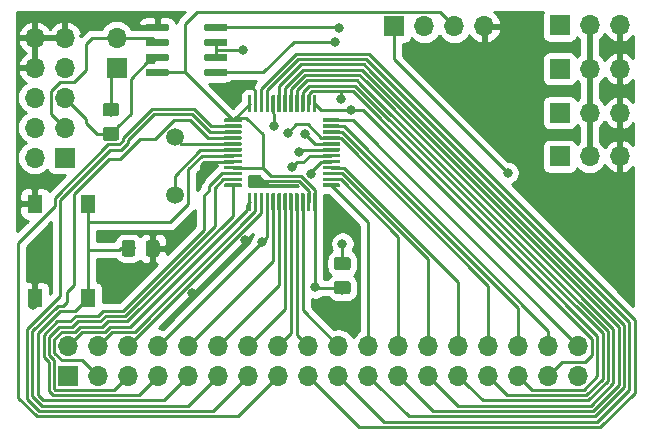
<source format=gbr>
G04 #@! TF.GenerationSoftware,KiCad,Pcbnew,(5.1.4)-1*
G04 #@! TF.CreationDate,2020-06-16T20:58:40+02:00*
G04 #@! TF.ProjectId,STM32F030C6_Board,53544d33-3246-4303-9330-43365f426f61,rev?*
G04 #@! TF.SameCoordinates,Original*
G04 #@! TF.FileFunction,Copper,L1,Top*
G04 #@! TF.FilePolarity,Positive*
%FSLAX46Y46*%
G04 Gerber Fmt 4.6, Leading zero omitted, Abs format (unit mm)*
G04 Created by KiCad (PCBNEW (5.1.4)-1) date 2020-06-16 20:58:40*
%MOMM*%
%LPD*%
G04 APERTURE LIST*
%ADD10C,0.100000*%
%ADD11C,1.150000*%
%ADD12R,1.700000X1.700000*%
%ADD13O,1.700000X1.700000*%
%ADD14R,1.300000X1.550000*%
%ADD15C,0.600000*%
%ADD16C,0.300000*%
%ADD17C,1.500000*%
%ADD18C,0.800000*%
%ADD19C,0.250000*%
%ADD20C,0.500000*%
%ADD21C,0.254000*%
G04 APERTURE END LIST*
D10*
G36*
X159499505Y-113001204D02*
G01*
X159523773Y-113004804D01*
X159547572Y-113010765D01*
X159570671Y-113019030D01*
X159592850Y-113029520D01*
X159613893Y-113042132D01*
X159633599Y-113056747D01*
X159651777Y-113073223D01*
X159668253Y-113091401D01*
X159682868Y-113111107D01*
X159695480Y-113132150D01*
X159705970Y-113154329D01*
X159714235Y-113177428D01*
X159720196Y-113201227D01*
X159723796Y-113225495D01*
X159725000Y-113249999D01*
X159725000Y-114150001D01*
X159723796Y-114174505D01*
X159720196Y-114198773D01*
X159714235Y-114222572D01*
X159705970Y-114245671D01*
X159695480Y-114267850D01*
X159682868Y-114288893D01*
X159668253Y-114308599D01*
X159651777Y-114326777D01*
X159633599Y-114343253D01*
X159613893Y-114357868D01*
X159592850Y-114370480D01*
X159570671Y-114380970D01*
X159547572Y-114389235D01*
X159523773Y-114395196D01*
X159499505Y-114398796D01*
X159475001Y-114400000D01*
X158824999Y-114400000D01*
X158800495Y-114398796D01*
X158776227Y-114395196D01*
X158752428Y-114389235D01*
X158729329Y-114380970D01*
X158707150Y-114370480D01*
X158686107Y-114357868D01*
X158666401Y-114343253D01*
X158648223Y-114326777D01*
X158631747Y-114308599D01*
X158617132Y-114288893D01*
X158604520Y-114267850D01*
X158594030Y-114245671D01*
X158585765Y-114222572D01*
X158579804Y-114198773D01*
X158576204Y-114174505D01*
X158575000Y-114150001D01*
X158575000Y-113249999D01*
X158576204Y-113225495D01*
X158579804Y-113201227D01*
X158585765Y-113177428D01*
X158594030Y-113154329D01*
X158604520Y-113132150D01*
X158617132Y-113111107D01*
X158631747Y-113091401D01*
X158648223Y-113073223D01*
X158666401Y-113056747D01*
X158686107Y-113042132D01*
X158707150Y-113029520D01*
X158729329Y-113019030D01*
X158752428Y-113010765D01*
X158776227Y-113004804D01*
X158800495Y-113001204D01*
X158824999Y-113000000D01*
X159475001Y-113000000D01*
X159499505Y-113001204D01*
X159499505Y-113001204D01*
G37*
D11*
X159150000Y-113700000D03*
D10*
G36*
X157449505Y-113001204D02*
G01*
X157473773Y-113004804D01*
X157497572Y-113010765D01*
X157520671Y-113019030D01*
X157542850Y-113029520D01*
X157563893Y-113042132D01*
X157583599Y-113056747D01*
X157601777Y-113073223D01*
X157618253Y-113091401D01*
X157632868Y-113111107D01*
X157645480Y-113132150D01*
X157655970Y-113154329D01*
X157664235Y-113177428D01*
X157670196Y-113201227D01*
X157673796Y-113225495D01*
X157675000Y-113249999D01*
X157675000Y-114150001D01*
X157673796Y-114174505D01*
X157670196Y-114198773D01*
X157664235Y-114222572D01*
X157655970Y-114245671D01*
X157645480Y-114267850D01*
X157632868Y-114288893D01*
X157618253Y-114308599D01*
X157601777Y-114326777D01*
X157583599Y-114343253D01*
X157563893Y-114357868D01*
X157542850Y-114370480D01*
X157520671Y-114380970D01*
X157497572Y-114389235D01*
X157473773Y-114395196D01*
X157449505Y-114398796D01*
X157425001Y-114400000D01*
X156774999Y-114400000D01*
X156750495Y-114398796D01*
X156726227Y-114395196D01*
X156702428Y-114389235D01*
X156679329Y-114380970D01*
X156657150Y-114370480D01*
X156636107Y-114357868D01*
X156616401Y-114343253D01*
X156598223Y-114326777D01*
X156581747Y-114308599D01*
X156567132Y-114288893D01*
X156554520Y-114267850D01*
X156544030Y-114245671D01*
X156535765Y-114222572D01*
X156529804Y-114198773D01*
X156526204Y-114174505D01*
X156525000Y-114150001D01*
X156525000Y-113249999D01*
X156526204Y-113225495D01*
X156529804Y-113201227D01*
X156535765Y-113177428D01*
X156544030Y-113154329D01*
X156554520Y-113132150D01*
X156567132Y-113111107D01*
X156581747Y-113091401D01*
X156598223Y-113073223D01*
X156616401Y-113056747D01*
X156636107Y-113042132D01*
X156657150Y-113029520D01*
X156679329Y-113019030D01*
X156702428Y-113010765D01*
X156726227Y-113004804D01*
X156750495Y-113001204D01*
X156774999Y-113000000D01*
X157425001Y-113000000D01*
X157449505Y-113001204D01*
X157449505Y-113001204D01*
G37*
D11*
X157100000Y-113700000D03*
D10*
G36*
X175674505Y-114401204D02*
G01*
X175698773Y-114404804D01*
X175722572Y-114410765D01*
X175745671Y-114419030D01*
X175767850Y-114429520D01*
X175788893Y-114442132D01*
X175808599Y-114456747D01*
X175826777Y-114473223D01*
X175843253Y-114491401D01*
X175857868Y-114511107D01*
X175870480Y-114532150D01*
X175880970Y-114554329D01*
X175889235Y-114577428D01*
X175895196Y-114601227D01*
X175898796Y-114625495D01*
X175900000Y-114649999D01*
X175900000Y-115300001D01*
X175898796Y-115324505D01*
X175895196Y-115348773D01*
X175889235Y-115372572D01*
X175880970Y-115395671D01*
X175870480Y-115417850D01*
X175857868Y-115438893D01*
X175843253Y-115458599D01*
X175826777Y-115476777D01*
X175808599Y-115493253D01*
X175788893Y-115507868D01*
X175767850Y-115520480D01*
X175745671Y-115530970D01*
X175722572Y-115539235D01*
X175698773Y-115545196D01*
X175674505Y-115548796D01*
X175650001Y-115550000D01*
X174749999Y-115550000D01*
X174725495Y-115548796D01*
X174701227Y-115545196D01*
X174677428Y-115539235D01*
X174654329Y-115530970D01*
X174632150Y-115520480D01*
X174611107Y-115507868D01*
X174591401Y-115493253D01*
X174573223Y-115476777D01*
X174556747Y-115458599D01*
X174542132Y-115438893D01*
X174529520Y-115417850D01*
X174519030Y-115395671D01*
X174510765Y-115372572D01*
X174504804Y-115348773D01*
X174501204Y-115324505D01*
X174500000Y-115300001D01*
X174500000Y-114649999D01*
X174501204Y-114625495D01*
X174504804Y-114601227D01*
X174510765Y-114577428D01*
X174519030Y-114554329D01*
X174529520Y-114532150D01*
X174542132Y-114511107D01*
X174556747Y-114491401D01*
X174573223Y-114473223D01*
X174591401Y-114456747D01*
X174611107Y-114442132D01*
X174632150Y-114429520D01*
X174654329Y-114419030D01*
X174677428Y-114410765D01*
X174701227Y-114404804D01*
X174725495Y-114401204D01*
X174749999Y-114400000D01*
X175650001Y-114400000D01*
X175674505Y-114401204D01*
X175674505Y-114401204D01*
G37*
D11*
X175200000Y-114975000D03*
D10*
G36*
X175674505Y-116451204D02*
G01*
X175698773Y-116454804D01*
X175722572Y-116460765D01*
X175745671Y-116469030D01*
X175767850Y-116479520D01*
X175788893Y-116492132D01*
X175808599Y-116506747D01*
X175826777Y-116523223D01*
X175843253Y-116541401D01*
X175857868Y-116561107D01*
X175870480Y-116582150D01*
X175880970Y-116604329D01*
X175889235Y-116627428D01*
X175895196Y-116651227D01*
X175898796Y-116675495D01*
X175900000Y-116699999D01*
X175900000Y-117350001D01*
X175898796Y-117374505D01*
X175895196Y-117398773D01*
X175889235Y-117422572D01*
X175880970Y-117445671D01*
X175870480Y-117467850D01*
X175857868Y-117488893D01*
X175843253Y-117508599D01*
X175826777Y-117526777D01*
X175808599Y-117543253D01*
X175788893Y-117557868D01*
X175767850Y-117570480D01*
X175745671Y-117580970D01*
X175722572Y-117589235D01*
X175698773Y-117595196D01*
X175674505Y-117598796D01*
X175650001Y-117600000D01*
X174749999Y-117600000D01*
X174725495Y-117598796D01*
X174701227Y-117595196D01*
X174677428Y-117589235D01*
X174654329Y-117580970D01*
X174632150Y-117570480D01*
X174611107Y-117557868D01*
X174591401Y-117543253D01*
X174573223Y-117526777D01*
X174556747Y-117508599D01*
X174542132Y-117488893D01*
X174529520Y-117467850D01*
X174519030Y-117445671D01*
X174510765Y-117422572D01*
X174504804Y-117398773D01*
X174501204Y-117374505D01*
X174500000Y-117350001D01*
X174500000Y-116699999D01*
X174501204Y-116675495D01*
X174504804Y-116651227D01*
X174510765Y-116627428D01*
X174519030Y-116604329D01*
X174529520Y-116582150D01*
X174542132Y-116561107D01*
X174556747Y-116541401D01*
X174573223Y-116523223D01*
X174591401Y-116506747D01*
X174611107Y-116492132D01*
X174632150Y-116479520D01*
X174654329Y-116469030D01*
X174677428Y-116460765D01*
X174701227Y-116454804D01*
X174725495Y-116451204D01*
X174749999Y-116450000D01*
X175650001Y-116450000D01*
X175674505Y-116451204D01*
X175674505Y-116451204D01*
G37*
D11*
X175200000Y-117025000D03*
D12*
X152000000Y-124500000D03*
D13*
X152000000Y-121960000D03*
X154540000Y-124500000D03*
X154540000Y-121960000D03*
X157080000Y-124500000D03*
X157080000Y-121960000D03*
X159620000Y-124500000D03*
X159620000Y-121960000D03*
X162160000Y-124500000D03*
X162160000Y-121960000D03*
X164700000Y-124500000D03*
X164700000Y-121960000D03*
X167240000Y-124500000D03*
X167240000Y-121960000D03*
X169780000Y-124500000D03*
X169780000Y-121960000D03*
X172320000Y-124500000D03*
X172320000Y-121960000D03*
X174860000Y-124500000D03*
X174860000Y-121960000D03*
X177400000Y-124500000D03*
X177400000Y-121960000D03*
X179940000Y-124500000D03*
X179940000Y-121960000D03*
X182480000Y-124500000D03*
X182480000Y-121960000D03*
X185020000Y-124500000D03*
X185020000Y-121960000D03*
X187560000Y-124500000D03*
X187560000Y-121960000D03*
X190100000Y-124500000D03*
X190100000Y-121960000D03*
X192640000Y-124500000D03*
X192640000Y-121960000D03*
X195180000Y-124500000D03*
X195180000Y-121960000D03*
D12*
X179600000Y-94900000D03*
D13*
X182140000Y-94900000D03*
X184680000Y-94900000D03*
X187220000Y-94900000D03*
D12*
X151700000Y-106020000D03*
D13*
X149160000Y-106020000D03*
X151700000Y-103480000D03*
X149160000Y-103480000D03*
X151700000Y-100940000D03*
X149160000Y-100940000D03*
X151700000Y-98400000D03*
X149160000Y-98400000D03*
X151700000Y-95860000D03*
X149160000Y-95860000D03*
D12*
X193600000Y-105900000D03*
D13*
X196140000Y-105900000D03*
X198680000Y-105900000D03*
X198680000Y-102200000D03*
X196140000Y-102200000D03*
D12*
X193600000Y-102200000D03*
X193600000Y-98500000D03*
D13*
X196140000Y-98500000D03*
X198680000Y-98500000D03*
X198680000Y-94800000D03*
X196140000Y-94800000D03*
D12*
X193600000Y-94800000D03*
X156100000Y-98400000D03*
D13*
X156100000Y-95860000D03*
D10*
G36*
X156074505Y-101376204D02*
G01*
X156098773Y-101379804D01*
X156122572Y-101385765D01*
X156145671Y-101394030D01*
X156167850Y-101404520D01*
X156188893Y-101417132D01*
X156208599Y-101431747D01*
X156226777Y-101448223D01*
X156243253Y-101466401D01*
X156257868Y-101486107D01*
X156270480Y-101507150D01*
X156280970Y-101529329D01*
X156289235Y-101552428D01*
X156295196Y-101576227D01*
X156298796Y-101600495D01*
X156300000Y-101624999D01*
X156300000Y-102275001D01*
X156298796Y-102299505D01*
X156295196Y-102323773D01*
X156289235Y-102347572D01*
X156280970Y-102370671D01*
X156270480Y-102392850D01*
X156257868Y-102413893D01*
X156243253Y-102433599D01*
X156226777Y-102451777D01*
X156208599Y-102468253D01*
X156188893Y-102482868D01*
X156167850Y-102495480D01*
X156145671Y-102505970D01*
X156122572Y-102514235D01*
X156098773Y-102520196D01*
X156074505Y-102523796D01*
X156050001Y-102525000D01*
X155149999Y-102525000D01*
X155125495Y-102523796D01*
X155101227Y-102520196D01*
X155077428Y-102514235D01*
X155054329Y-102505970D01*
X155032150Y-102495480D01*
X155011107Y-102482868D01*
X154991401Y-102468253D01*
X154973223Y-102451777D01*
X154956747Y-102433599D01*
X154942132Y-102413893D01*
X154929520Y-102392850D01*
X154919030Y-102370671D01*
X154910765Y-102347572D01*
X154904804Y-102323773D01*
X154901204Y-102299505D01*
X154900000Y-102275001D01*
X154900000Y-101624999D01*
X154901204Y-101600495D01*
X154904804Y-101576227D01*
X154910765Y-101552428D01*
X154919030Y-101529329D01*
X154929520Y-101507150D01*
X154942132Y-101486107D01*
X154956747Y-101466401D01*
X154973223Y-101448223D01*
X154991401Y-101431747D01*
X155011107Y-101417132D01*
X155032150Y-101404520D01*
X155054329Y-101394030D01*
X155077428Y-101385765D01*
X155101227Y-101379804D01*
X155125495Y-101376204D01*
X155149999Y-101375000D01*
X156050001Y-101375000D01*
X156074505Y-101376204D01*
X156074505Y-101376204D01*
G37*
D11*
X155600000Y-101950000D03*
D10*
G36*
X156074505Y-103426204D02*
G01*
X156098773Y-103429804D01*
X156122572Y-103435765D01*
X156145671Y-103444030D01*
X156167850Y-103454520D01*
X156188893Y-103467132D01*
X156208599Y-103481747D01*
X156226777Y-103498223D01*
X156243253Y-103516401D01*
X156257868Y-103536107D01*
X156270480Y-103557150D01*
X156280970Y-103579329D01*
X156289235Y-103602428D01*
X156295196Y-103626227D01*
X156298796Y-103650495D01*
X156300000Y-103674999D01*
X156300000Y-104325001D01*
X156298796Y-104349505D01*
X156295196Y-104373773D01*
X156289235Y-104397572D01*
X156280970Y-104420671D01*
X156270480Y-104442850D01*
X156257868Y-104463893D01*
X156243253Y-104483599D01*
X156226777Y-104501777D01*
X156208599Y-104518253D01*
X156188893Y-104532868D01*
X156167850Y-104545480D01*
X156145671Y-104555970D01*
X156122572Y-104564235D01*
X156098773Y-104570196D01*
X156074505Y-104573796D01*
X156050001Y-104575000D01*
X155149999Y-104575000D01*
X155125495Y-104573796D01*
X155101227Y-104570196D01*
X155077428Y-104564235D01*
X155054329Y-104555970D01*
X155032150Y-104545480D01*
X155011107Y-104532868D01*
X154991401Y-104518253D01*
X154973223Y-104501777D01*
X154956747Y-104483599D01*
X154942132Y-104463893D01*
X154929520Y-104442850D01*
X154919030Y-104420671D01*
X154910765Y-104397572D01*
X154904804Y-104373773D01*
X154901204Y-104349505D01*
X154900000Y-104325001D01*
X154900000Y-103674999D01*
X154901204Y-103650495D01*
X154904804Y-103626227D01*
X154910765Y-103602428D01*
X154919030Y-103579329D01*
X154929520Y-103557150D01*
X154942132Y-103536107D01*
X154956747Y-103516401D01*
X154973223Y-103498223D01*
X154991401Y-103481747D01*
X155011107Y-103467132D01*
X155032150Y-103454520D01*
X155054329Y-103444030D01*
X155077428Y-103435765D01*
X155101227Y-103429804D01*
X155125495Y-103426204D01*
X155149999Y-103425000D01*
X156050001Y-103425000D01*
X156074505Y-103426204D01*
X156074505Y-103426204D01*
G37*
D11*
X155600000Y-104000000D03*
D14*
X149150000Y-109925000D03*
X153650000Y-109925000D03*
X153650000Y-117875000D03*
X149150000Y-117875000D03*
D10*
G36*
X165314703Y-98505722D02*
G01*
X165329264Y-98507882D01*
X165343543Y-98511459D01*
X165357403Y-98516418D01*
X165370710Y-98522712D01*
X165383336Y-98530280D01*
X165395159Y-98539048D01*
X165406066Y-98548934D01*
X165415952Y-98559841D01*
X165424720Y-98571664D01*
X165432288Y-98584290D01*
X165438582Y-98597597D01*
X165443541Y-98611457D01*
X165447118Y-98625736D01*
X165449278Y-98640297D01*
X165450000Y-98655000D01*
X165450000Y-98955000D01*
X165449278Y-98969703D01*
X165447118Y-98984264D01*
X165443541Y-98998543D01*
X165438582Y-99012403D01*
X165432288Y-99025710D01*
X165424720Y-99038336D01*
X165415952Y-99050159D01*
X165406066Y-99061066D01*
X165395159Y-99070952D01*
X165383336Y-99079720D01*
X165370710Y-99087288D01*
X165357403Y-99093582D01*
X165343543Y-99098541D01*
X165329264Y-99102118D01*
X165314703Y-99104278D01*
X165300000Y-99105000D01*
X163650000Y-99105000D01*
X163635297Y-99104278D01*
X163620736Y-99102118D01*
X163606457Y-99098541D01*
X163592597Y-99093582D01*
X163579290Y-99087288D01*
X163566664Y-99079720D01*
X163554841Y-99070952D01*
X163543934Y-99061066D01*
X163534048Y-99050159D01*
X163525280Y-99038336D01*
X163517712Y-99025710D01*
X163511418Y-99012403D01*
X163506459Y-98998543D01*
X163502882Y-98984264D01*
X163500722Y-98969703D01*
X163500000Y-98955000D01*
X163500000Y-98655000D01*
X163500722Y-98640297D01*
X163502882Y-98625736D01*
X163506459Y-98611457D01*
X163511418Y-98597597D01*
X163517712Y-98584290D01*
X163525280Y-98571664D01*
X163534048Y-98559841D01*
X163543934Y-98548934D01*
X163554841Y-98539048D01*
X163566664Y-98530280D01*
X163579290Y-98522712D01*
X163592597Y-98516418D01*
X163606457Y-98511459D01*
X163620736Y-98507882D01*
X163635297Y-98505722D01*
X163650000Y-98505000D01*
X165300000Y-98505000D01*
X165314703Y-98505722D01*
X165314703Y-98505722D01*
G37*
D15*
X164475000Y-98805000D03*
D10*
G36*
X165314703Y-97235722D02*
G01*
X165329264Y-97237882D01*
X165343543Y-97241459D01*
X165357403Y-97246418D01*
X165370710Y-97252712D01*
X165383336Y-97260280D01*
X165395159Y-97269048D01*
X165406066Y-97278934D01*
X165415952Y-97289841D01*
X165424720Y-97301664D01*
X165432288Y-97314290D01*
X165438582Y-97327597D01*
X165443541Y-97341457D01*
X165447118Y-97355736D01*
X165449278Y-97370297D01*
X165450000Y-97385000D01*
X165450000Y-97685000D01*
X165449278Y-97699703D01*
X165447118Y-97714264D01*
X165443541Y-97728543D01*
X165438582Y-97742403D01*
X165432288Y-97755710D01*
X165424720Y-97768336D01*
X165415952Y-97780159D01*
X165406066Y-97791066D01*
X165395159Y-97800952D01*
X165383336Y-97809720D01*
X165370710Y-97817288D01*
X165357403Y-97823582D01*
X165343543Y-97828541D01*
X165329264Y-97832118D01*
X165314703Y-97834278D01*
X165300000Y-97835000D01*
X163650000Y-97835000D01*
X163635297Y-97834278D01*
X163620736Y-97832118D01*
X163606457Y-97828541D01*
X163592597Y-97823582D01*
X163579290Y-97817288D01*
X163566664Y-97809720D01*
X163554841Y-97800952D01*
X163543934Y-97791066D01*
X163534048Y-97780159D01*
X163525280Y-97768336D01*
X163517712Y-97755710D01*
X163511418Y-97742403D01*
X163506459Y-97728543D01*
X163502882Y-97714264D01*
X163500722Y-97699703D01*
X163500000Y-97685000D01*
X163500000Y-97385000D01*
X163500722Y-97370297D01*
X163502882Y-97355736D01*
X163506459Y-97341457D01*
X163511418Y-97327597D01*
X163517712Y-97314290D01*
X163525280Y-97301664D01*
X163534048Y-97289841D01*
X163543934Y-97278934D01*
X163554841Y-97269048D01*
X163566664Y-97260280D01*
X163579290Y-97252712D01*
X163592597Y-97246418D01*
X163606457Y-97241459D01*
X163620736Y-97237882D01*
X163635297Y-97235722D01*
X163650000Y-97235000D01*
X165300000Y-97235000D01*
X165314703Y-97235722D01*
X165314703Y-97235722D01*
G37*
D15*
X164475000Y-97535000D03*
D10*
G36*
X165314703Y-95965722D02*
G01*
X165329264Y-95967882D01*
X165343543Y-95971459D01*
X165357403Y-95976418D01*
X165370710Y-95982712D01*
X165383336Y-95990280D01*
X165395159Y-95999048D01*
X165406066Y-96008934D01*
X165415952Y-96019841D01*
X165424720Y-96031664D01*
X165432288Y-96044290D01*
X165438582Y-96057597D01*
X165443541Y-96071457D01*
X165447118Y-96085736D01*
X165449278Y-96100297D01*
X165450000Y-96115000D01*
X165450000Y-96415000D01*
X165449278Y-96429703D01*
X165447118Y-96444264D01*
X165443541Y-96458543D01*
X165438582Y-96472403D01*
X165432288Y-96485710D01*
X165424720Y-96498336D01*
X165415952Y-96510159D01*
X165406066Y-96521066D01*
X165395159Y-96530952D01*
X165383336Y-96539720D01*
X165370710Y-96547288D01*
X165357403Y-96553582D01*
X165343543Y-96558541D01*
X165329264Y-96562118D01*
X165314703Y-96564278D01*
X165300000Y-96565000D01*
X163650000Y-96565000D01*
X163635297Y-96564278D01*
X163620736Y-96562118D01*
X163606457Y-96558541D01*
X163592597Y-96553582D01*
X163579290Y-96547288D01*
X163566664Y-96539720D01*
X163554841Y-96530952D01*
X163543934Y-96521066D01*
X163534048Y-96510159D01*
X163525280Y-96498336D01*
X163517712Y-96485710D01*
X163511418Y-96472403D01*
X163506459Y-96458543D01*
X163502882Y-96444264D01*
X163500722Y-96429703D01*
X163500000Y-96415000D01*
X163500000Y-96115000D01*
X163500722Y-96100297D01*
X163502882Y-96085736D01*
X163506459Y-96071457D01*
X163511418Y-96057597D01*
X163517712Y-96044290D01*
X163525280Y-96031664D01*
X163534048Y-96019841D01*
X163543934Y-96008934D01*
X163554841Y-95999048D01*
X163566664Y-95990280D01*
X163579290Y-95982712D01*
X163592597Y-95976418D01*
X163606457Y-95971459D01*
X163620736Y-95967882D01*
X163635297Y-95965722D01*
X163650000Y-95965000D01*
X165300000Y-95965000D01*
X165314703Y-95965722D01*
X165314703Y-95965722D01*
G37*
D15*
X164475000Y-96265000D03*
D10*
G36*
X165314703Y-94695722D02*
G01*
X165329264Y-94697882D01*
X165343543Y-94701459D01*
X165357403Y-94706418D01*
X165370710Y-94712712D01*
X165383336Y-94720280D01*
X165395159Y-94729048D01*
X165406066Y-94738934D01*
X165415952Y-94749841D01*
X165424720Y-94761664D01*
X165432288Y-94774290D01*
X165438582Y-94787597D01*
X165443541Y-94801457D01*
X165447118Y-94815736D01*
X165449278Y-94830297D01*
X165450000Y-94845000D01*
X165450000Y-95145000D01*
X165449278Y-95159703D01*
X165447118Y-95174264D01*
X165443541Y-95188543D01*
X165438582Y-95202403D01*
X165432288Y-95215710D01*
X165424720Y-95228336D01*
X165415952Y-95240159D01*
X165406066Y-95251066D01*
X165395159Y-95260952D01*
X165383336Y-95269720D01*
X165370710Y-95277288D01*
X165357403Y-95283582D01*
X165343543Y-95288541D01*
X165329264Y-95292118D01*
X165314703Y-95294278D01*
X165300000Y-95295000D01*
X163650000Y-95295000D01*
X163635297Y-95294278D01*
X163620736Y-95292118D01*
X163606457Y-95288541D01*
X163592597Y-95283582D01*
X163579290Y-95277288D01*
X163566664Y-95269720D01*
X163554841Y-95260952D01*
X163543934Y-95251066D01*
X163534048Y-95240159D01*
X163525280Y-95228336D01*
X163517712Y-95215710D01*
X163511418Y-95202403D01*
X163506459Y-95188543D01*
X163502882Y-95174264D01*
X163500722Y-95159703D01*
X163500000Y-95145000D01*
X163500000Y-94845000D01*
X163500722Y-94830297D01*
X163502882Y-94815736D01*
X163506459Y-94801457D01*
X163511418Y-94787597D01*
X163517712Y-94774290D01*
X163525280Y-94761664D01*
X163534048Y-94749841D01*
X163543934Y-94738934D01*
X163554841Y-94729048D01*
X163566664Y-94720280D01*
X163579290Y-94712712D01*
X163592597Y-94706418D01*
X163606457Y-94701459D01*
X163620736Y-94697882D01*
X163635297Y-94695722D01*
X163650000Y-94695000D01*
X165300000Y-94695000D01*
X165314703Y-94695722D01*
X165314703Y-94695722D01*
G37*
D15*
X164475000Y-94995000D03*
D10*
G36*
X160364703Y-94695722D02*
G01*
X160379264Y-94697882D01*
X160393543Y-94701459D01*
X160407403Y-94706418D01*
X160420710Y-94712712D01*
X160433336Y-94720280D01*
X160445159Y-94729048D01*
X160456066Y-94738934D01*
X160465952Y-94749841D01*
X160474720Y-94761664D01*
X160482288Y-94774290D01*
X160488582Y-94787597D01*
X160493541Y-94801457D01*
X160497118Y-94815736D01*
X160499278Y-94830297D01*
X160500000Y-94845000D01*
X160500000Y-95145000D01*
X160499278Y-95159703D01*
X160497118Y-95174264D01*
X160493541Y-95188543D01*
X160488582Y-95202403D01*
X160482288Y-95215710D01*
X160474720Y-95228336D01*
X160465952Y-95240159D01*
X160456066Y-95251066D01*
X160445159Y-95260952D01*
X160433336Y-95269720D01*
X160420710Y-95277288D01*
X160407403Y-95283582D01*
X160393543Y-95288541D01*
X160379264Y-95292118D01*
X160364703Y-95294278D01*
X160350000Y-95295000D01*
X158700000Y-95295000D01*
X158685297Y-95294278D01*
X158670736Y-95292118D01*
X158656457Y-95288541D01*
X158642597Y-95283582D01*
X158629290Y-95277288D01*
X158616664Y-95269720D01*
X158604841Y-95260952D01*
X158593934Y-95251066D01*
X158584048Y-95240159D01*
X158575280Y-95228336D01*
X158567712Y-95215710D01*
X158561418Y-95202403D01*
X158556459Y-95188543D01*
X158552882Y-95174264D01*
X158550722Y-95159703D01*
X158550000Y-95145000D01*
X158550000Y-94845000D01*
X158550722Y-94830297D01*
X158552882Y-94815736D01*
X158556459Y-94801457D01*
X158561418Y-94787597D01*
X158567712Y-94774290D01*
X158575280Y-94761664D01*
X158584048Y-94749841D01*
X158593934Y-94738934D01*
X158604841Y-94729048D01*
X158616664Y-94720280D01*
X158629290Y-94712712D01*
X158642597Y-94706418D01*
X158656457Y-94701459D01*
X158670736Y-94697882D01*
X158685297Y-94695722D01*
X158700000Y-94695000D01*
X160350000Y-94695000D01*
X160364703Y-94695722D01*
X160364703Y-94695722D01*
G37*
D15*
X159525000Y-94995000D03*
D10*
G36*
X160364703Y-95965722D02*
G01*
X160379264Y-95967882D01*
X160393543Y-95971459D01*
X160407403Y-95976418D01*
X160420710Y-95982712D01*
X160433336Y-95990280D01*
X160445159Y-95999048D01*
X160456066Y-96008934D01*
X160465952Y-96019841D01*
X160474720Y-96031664D01*
X160482288Y-96044290D01*
X160488582Y-96057597D01*
X160493541Y-96071457D01*
X160497118Y-96085736D01*
X160499278Y-96100297D01*
X160500000Y-96115000D01*
X160500000Y-96415000D01*
X160499278Y-96429703D01*
X160497118Y-96444264D01*
X160493541Y-96458543D01*
X160488582Y-96472403D01*
X160482288Y-96485710D01*
X160474720Y-96498336D01*
X160465952Y-96510159D01*
X160456066Y-96521066D01*
X160445159Y-96530952D01*
X160433336Y-96539720D01*
X160420710Y-96547288D01*
X160407403Y-96553582D01*
X160393543Y-96558541D01*
X160379264Y-96562118D01*
X160364703Y-96564278D01*
X160350000Y-96565000D01*
X158700000Y-96565000D01*
X158685297Y-96564278D01*
X158670736Y-96562118D01*
X158656457Y-96558541D01*
X158642597Y-96553582D01*
X158629290Y-96547288D01*
X158616664Y-96539720D01*
X158604841Y-96530952D01*
X158593934Y-96521066D01*
X158584048Y-96510159D01*
X158575280Y-96498336D01*
X158567712Y-96485710D01*
X158561418Y-96472403D01*
X158556459Y-96458543D01*
X158552882Y-96444264D01*
X158550722Y-96429703D01*
X158550000Y-96415000D01*
X158550000Y-96115000D01*
X158550722Y-96100297D01*
X158552882Y-96085736D01*
X158556459Y-96071457D01*
X158561418Y-96057597D01*
X158567712Y-96044290D01*
X158575280Y-96031664D01*
X158584048Y-96019841D01*
X158593934Y-96008934D01*
X158604841Y-95999048D01*
X158616664Y-95990280D01*
X158629290Y-95982712D01*
X158642597Y-95976418D01*
X158656457Y-95971459D01*
X158670736Y-95967882D01*
X158685297Y-95965722D01*
X158700000Y-95965000D01*
X160350000Y-95965000D01*
X160364703Y-95965722D01*
X160364703Y-95965722D01*
G37*
D15*
X159525000Y-96265000D03*
D10*
G36*
X160364703Y-97235722D02*
G01*
X160379264Y-97237882D01*
X160393543Y-97241459D01*
X160407403Y-97246418D01*
X160420710Y-97252712D01*
X160433336Y-97260280D01*
X160445159Y-97269048D01*
X160456066Y-97278934D01*
X160465952Y-97289841D01*
X160474720Y-97301664D01*
X160482288Y-97314290D01*
X160488582Y-97327597D01*
X160493541Y-97341457D01*
X160497118Y-97355736D01*
X160499278Y-97370297D01*
X160500000Y-97385000D01*
X160500000Y-97685000D01*
X160499278Y-97699703D01*
X160497118Y-97714264D01*
X160493541Y-97728543D01*
X160488582Y-97742403D01*
X160482288Y-97755710D01*
X160474720Y-97768336D01*
X160465952Y-97780159D01*
X160456066Y-97791066D01*
X160445159Y-97800952D01*
X160433336Y-97809720D01*
X160420710Y-97817288D01*
X160407403Y-97823582D01*
X160393543Y-97828541D01*
X160379264Y-97832118D01*
X160364703Y-97834278D01*
X160350000Y-97835000D01*
X158700000Y-97835000D01*
X158685297Y-97834278D01*
X158670736Y-97832118D01*
X158656457Y-97828541D01*
X158642597Y-97823582D01*
X158629290Y-97817288D01*
X158616664Y-97809720D01*
X158604841Y-97800952D01*
X158593934Y-97791066D01*
X158584048Y-97780159D01*
X158575280Y-97768336D01*
X158567712Y-97755710D01*
X158561418Y-97742403D01*
X158556459Y-97728543D01*
X158552882Y-97714264D01*
X158550722Y-97699703D01*
X158550000Y-97685000D01*
X158550000Y-97385000D01*
X158550722Y-97370297D01*
X158552882Y-97355736D01*
X158556459Y-97341457D01*
X158561418Y-97327597D01*
X158567712Y-97314290D01*
X158575280Y-97301664D01*
X158584048Y-97289841D01*
X158593934Y-97278934D01*
X158604841Y-97269048D01*
X158616664Y-97260280D01*
X158629290Y-97252712D01*
X158642597Y-97246418D01*
X158656457Y-97241459D01*
X158670736Y-97237882D01*
X158685297Y-97235722D01*
X158700000Y-97235000D01*
X160350000Y-97235000D01*
X160364703Y-97235722D01*
X160364703Y-97235722D01*
G37*
D15*
X159525000Y-97535000D03*
D10*
G36*
X160364703Y-98505722D02*
G01*
X160379264Y-98507882D01*
X160393543Y-98511459D01*
X160407403Y-98516418D01*
X160420710Y-98522712D01*
X160433336Y-98530280D01*
X160445159Y-98539048D01*
X160456066Y-98548934D01*
X160465952Y-98559841D01*
X160474720Y-98571664D01*
X160482288Y-98584290D01*
X160488582Y-98597597D01*
X160493541Y-98611457D01*
X160497118Y-98625736D01*
X160499278Y-98640297D01*
X160500000Y-98655000D01*
X160500000Y-98955000D01*
X160499278Y-98969703D01*
X160497118Y-98984264D01*
X160493541Y-98998543D01*
X160488582Y-99012403D01*
X160482288Y-99025710D01*
X160474720Y-99038336D01*
X160465952Y-99050159D01*
X160456066Y-99061066D01*
X160445159Y-99070952D01*
X160433336Y-99079720D01*
X160420710Y-99087288D01*
X160407403Y-99093582D01*
X160393543Y-99098541D01*
X160379264Y-99102118D01*
X160364703Y-99104278D01*
X160350000Y-99105000D01*
X158700000Y-99105000D01*
X158685297Y-99104278D01*
X158670736Y-99102118D01*
X158656457Y-99098541D01*
X158642597Y-99093582D01*
X158629290Y-99087288D01*
X158616664Y-99079720D01*
X158604841Y-99070952D01*
X158593934Y-99061066D01*
X158584048Y-99050159D01*
X158575280Y-99038336D01*
X158567712Y-99025710D01*
X158561418Y-99012403D01*
X158556459Y-98998543D01*
X158552882Y-98984264D01*
X158550722Y-98969703D01*
X158550000Y-98955000D01*
X158550000Y-98655000D01*
X158550722Y-98640297D01*
X158552882Y-98625736D01*
X158556459Y-98611457D01*
X158561418Y-98597597D01*
X158567712Y-98584290D01*
X158575280Y-98571664D01*
X158584048Y-98559841D01*
X158593934Y-98548934D01*
X158604841Y-98539048D01*
X158616664Y-98530280D01*
X158629290Y-98522712D01*
X158642597Y-98516418D01*
X158656457Y-98511459D01*
X158670736Y-98507882D01*
X158685297Y-98505722D01*
X158700000Y-98505000D01*
X160350000Y-98505000D01*
X160364703Y-98505722D01*
X160364703Y-98505722D01*
G37*
D15*
X159525000Y-98805000D03*
D10*
G36*
X166607351Y-102700361D02*
G01*
X166614632Y-102701441D01*
X166621771Y-102703229D01*
X166628701Y-102705709D01*
X166635355Y-102708856D01*
X166641668Y-102712640D01*
X166647579Y-102717024D01*
X166653033Y-102721967D01*
X166657976Y-102727421D01*
X166662360Y-102733332D01*
X166666144Y-102739645D01*
X166669291Y-102746299D01*
X166671771Y-102753229D01*
X166673559Y-102760368D01*
X166674639Y-102767649D01*
X166675000Y-102775000D01*
X166675000Y-102925000D01*
X166674639Y-102932351D01*
X166673559Y-102939632D01*
X166671771Y-102946771D01*
X166669291Y-102953701D01*
X166666144Y-102960355D01*
X166662360Y-102966668D01*
X166657976Y-102972579D01*
X166653033Y-102978033D01*
X166647579Y-102982976D01*
X166641668Y-102987360D01*
X166635355Y-102991144D01*
X166628701Y-102994291D01*
X166621771Y-102996771D01*
X166614632Y-102998559D01*
X166607351Y-102999639D01*
X166600000Y-103000000D01*
X165275000Y-103000000D01*
X165267649Y-102999639D01*
X165260368Y-102998559D01*
X165253229Y-102996771D01*
X165246299Y-102994291D01*
X165239645Y-102991144D01*
X165233332Y-102987360D01*
X165227421Y-102982976D01*
X165221967Y-102978033D01*
X165217024Y-102972579D01*
X165212640Y-102966668D01*
X165208856Y-102960355D01*
X165205709Y-102953701D01*
X165203229Y-102946771D01*
X165201441Y-102939632D01*
X165200361Y-102932351D01*
X165200000Y-102925000D01*
X165200000Y-102775000D01*
X165200361Y-102767649D01*
X165201441Y-102760368D01*
X165203229Y-102753229D01*
X165205709Y-102746299D01*
X165208856Y-102739645D01*
X165212640Y-102733332D01*
X165217024Y-102727421D01*
X165221967Y-102721967D01*
X165227421Y-102717024D01*
X165233332Y-102712640D01*
X165239645Y-102708856D01*
X165246299Y-102705709D01*
X165253229Y-102703229D01*
X165260368Y-102701441D01*
X165267649Y-102700361D01*
X165275000Y-102700000D01*
X166600000Y-102700000D01*
X166607351Y-102700361D01*
X166607351Y-102700361D01*
G37*
D16*
X165937500Y-102850000D03*
D10*
G36*
X166607351Y-103200361D02*
G01*
X166614632Y-103201441D01*
X166621771Y-103203229D01*
X166628701Y-103205709D01*
X166635355Y-103208856D01*
X166641668Y-103212640D01*
X166647579Y-103217024D01*
X166653033Y-103221967D01*
X166657976Y-103227421D01*
X166662360Y-103233332D01*
X166666144Y-103239645D01*
X166669291Y-103246299D01*
X166671771Y-103253229D01*
X166673559Y-103260368D01*
X166674639Y-103267649D01*
X166675000Y-103275000D01*
X166675000Y-103425000D01*
X166674639Y-103432351D01*
X166673559Y-103439632D01*
X166671771Y-103446771D01*
X166669291Y-103453701D01*
X166666144Y-103460355D01*
X166662360Y-103466668D01*
X166657976Y-103472579D01*
X166653033Y-103478033D01*
X166647579Y-103482976D01*
X166641668Y-103487360D01*
X166635355Y-103491144D01*
X166628701Y-103494291D01*
X166621771Y-103496771D01*
X166614632Y-103498559D01*
X166607351Y-103499639D01*
X166600000Y-103500000D01*
X165275000Y-103500000D01*
X165267649Y-103499639D01*
X165260368Y-103498559D01*
X165253229Y-103496771D01*
X165246299Y-103494291D01*
X165239645Y-103491144D01*
X165233332Y-103487360D01*
X165227421Y-103482976D01*
X165221967Y-103478033D01*
X165217024Y-103472579D01*
X165212640Y-103466668D01*
X165208856Y-103460355D01*
X165205709Y-103453701D01*
X165203229Y-103446771D01*
X165201441Y-103439632D01*
X165200361Y-103432351D01*
X165200000Y-103425000D01*
X165200000Y-103275000D01*
X165200361Y-103267649D01*
X165201441Y-103260368D01*
X165203229Y-103253229D01*
X165205709Y-103246299D01*
X165208856Y-103239645D01*
X165212640Y-103233332D01*
X165217024Y-103227421D01*
X165221967Y-103221967D01*
X165227421Y-103217024D01*
X165233332Y-103212640D01*
X165239645Y-103208856D01*
X165246299Y-103205709D01*
X165253229Y-103203229D01*
X165260368Y-103201441D01*
X165267649Y-103200361D01*
X165275000Y-103200000D01*
X166600000Y-103200000D01*
X166607351Y-103200361D01*
X166607351Y-103200361D01*
G37*
D16*
X165937500Y-103350000D03*
D10*
G36*
X166607351Y-103700361D02*
G01*
X166614632Y-103701441D01*
X166621771Y-103703229D01*
X166628701Y-103705709D01*
X166635355Y-103708856D01*
X166641668Y-103712640D01*
X166647579Y-103717024D01*
X166653033Y-103721967D01*
X166657976Y-103727421D01*
X166662360Y-103733332D01*
X166666144Y-103739645D01*
X166669291Y-103746299D01*
X166671771Y-103753229D01*
X166673559Y-103760368D01*
X166674639Y-103767649D01*
X166675000Y-103775000D01*
X166675000Y-103925000D01*
X166674639Y-103932351D01*
X166673559Y-103939632D01*
X166671771Y-103946771D01*
X166669291Y-103953701D01*
X166666144Y-103960355D01*
X166662360Y-103966668D01*
X166657976Y-103972579D01*
X166653033Y-103978033D01*
X166647579Y-103982976D01*
X166641668Y-103987360D01*
X166635355Y-103991144D01*
X166628701Y-103994291D01*
X166621771Y-103996771D01*
X166614632Y-103998559D01*
X166607351Y-103999639D01*
X166600000Y-104000000D01*
X165275000Y-104000000D01*
X165267649Y-103999639D01*
X165260368Y-103998559D01*
X165253229Y-103996771D01*
X165246299Y-103994291D01*
X165239645Y-103991144D01*
X165233332Y-103987360D01*
X165227421Y-103982976D01*
X165221967Y-103978033D01*
X165217024Y-103972579D01*
X165212640Y-103966668D01*
X165208856Y-103960355D01*
X165205709Y-103953701D01*
X165203229Y-103946771D01*
X165201441Y-103939632D01*
X165200361Y-103932351D01*
X165200000Y-103925000D01*
X165200000Y-103775000D01*
X165200361Y-103767649D01*
X165201441Y-103760368D01*
X165203229Y-103753229D01*
X165205709Y-103746299D01*
X165208856Y-103739645D01*
X165212640Y-103733332D01*
X165217024Y-103727421D01*
X165221967Y-103721967D01*
X165227421Y-103717024D01*
X165233332Y-103712640D01*
X165239645Y-103708856D01*
X165246299Y-103705709D01*
X165253229Y-103703229D01*
X165260368Y-103701441D01*
X165267649Y-103700361D01*
X165275000Y-103700000D01*
X166600000Y-103700000D01*
X166607351Y-103700361D01*
X166607351Y-103700361D01*
G37*
D16*
X165937500Y-103850000D03*
D10*
G36*
X166607351Y-104200361D02*
G01*
X166614632Y-104201441D01*
X166621771Y-104203229D01*
X166628701Y-104205709D01*
X166635355Y-104208856D01*
X166641668Y-104212640D01*
X166647579Y-104217024D01*
X166653033Y-104221967D01*
X166657976Y-104227421D01*
X166662360Y-104233332D01*
X166666144Y-104239645D01*
X166669291Y-104246299D01*
X166671771Y-104253229D01*
X166673559Y-104260368D01*
X166674639Y-104267649D01*
X166675000Y-104275000D01*
X166675000Y-104425000D01*
X166674639Y-104432351D01*
X166673559Y-104439632D01*
X166671771Y-104446771D01*
X166669291Y-104453701D01*
X166666144Y-104460355D01*
X166662360Y-104466668D01*
X166657976Y-104472579D01*
X166653033Y-104478033D01*
X166647579Y-104482976D01*
X166641668Y-104487360D01*
X166635355Y-104491144D01*
X166628701Y-104494291D01*
X166621771Y-104496771D01*
X166614632Y-104498559D01*
X166607351Y-104499639D01*
X166600000Y-104500000D01*
X165275000Y-104500000D01*
X165267649Y-104499639D01*
X165260368Y-104498559D01*
X165253229Y-104496771D01*
X165246299Y-104494291D01*
X165239645Y-104491144D01*
X165233332Y-104487360D01*
X165227421Y-104482976D01*
X165221967Y-104478033D01*
X165217024Y-104472579D01*
X165212640Y-104466668D01*
X165208856Y-104460355D01*
X165205709Y-104453701D01*
X165203229Y-104446771D01*
X165201441Y-104439632D01*
X165200361Y-104432351D01*
X165200000Y-104425000D01*
X165200000Y-104275000D01*
X165200361Y-104267649D01*
X165201441Y-104260368D01*
X165203229Y-104253229D01*
X165205709Y-104246299D01*
X165208856Y-104239645D01*
X165212640Y-104233332D01*
X165217024Y-104227421D01*
X165221967Y-104221967D01*
X165227421Y-104217024D01*
X165233332Y-104212640D01*
X165239645Y-104208856D01*
X165246299Y-104205709D01*
X165253229Y-104203229D01*
X165260368Y-104201441D01*
X165267649Y-104200361D01*
X165275000Y-104200000D01*
X166600000Y-104200000D01*
X166607351Y-104200361D01*
X166607351Y-104200361D01*
G37*
D16*
X165937500Y-104350000D03*
D10*
G36*
X166607351Y-104700361D02*
G01*
X166614632Y-104701441D01*
X166621771Y-104703229D01*
X166628701Y-104705709D01*
X166635355Y-104708856D01*
X166641668Y-104712640D01*
X166647579Y-104717024D01*
X166653033Y-104721967D01*
X166657976Y-104727421D01*
X166662360Y-104733332D01*
X166666144Y-104739645D01*
X166669291Y-104746299D01*
X166671771Y-104753229D01*
X166673559Y-104760368D01*
X166674639Y-104767649D01*
X166675000Y-104775000D01*
X166675000Y-104925000D01*
X166674639Y-104932351D01*
X166673559Y-104939632D01*
X166671771Y-104946771D01*
X166669291Y-104953701D01*
X166666144Y-104960355D01*
X166662360Y-104966668D01*
X166657976Y-104972579D01*
X166653033Y-104978033D01*
X166647579Y-104982976D01*
X166641668Y-104987360D01*
X166635355Y-104991144D01*
X166628701Y-104994291D01*
X166621771Y-104996771D01*
X166614632Y-104998559D01*
X166607351Y-104999639D01*
X166600000Y-105000000D01*
X165275000Y-105000000D01*
X165267649Y-104999639D01*
X165260368Y-104998559D01*
X165253229Y-104996771D01*
X165246299Y-104994291D01*
X165239645Y-104991144D01*
X165233332Y-104987360D01*
X165227421Y-104982976D01*
X165221967Y-104978033D01*
X165217024Y-104972579D01*
X165212640Y-104966668D01*
X165208856Y-104960355D01*
X165205709Y-104953701D01*
X165203229Y-104946771D01*
X165201441Y-104939632D01*
X165200361Y-104932351D01*
X165200000Y-104925000D01*
X165200000Y-104775000D01*
X165200361Y-104767649D01*
X165201441Y-104760368D01*
X165203229Y-104753229D01*
X165205709Y-104746299D01*
X165208856Y-104739645D01*
X165212640Y-104733332D01*
X165217024Y-104727421D01*
X165221967Y-104721967D01*
X165227421Y-104717024D01*
X165233332Y-104712640D01*
X165239645Y-104708856D01*
X165246299Y-104705709D01*
X165253229Y-104703229D01*
X165260368Y-104701441D01*
X165267649Y-104700361D01*
X165275000Y-104700000D01*
X166600000Y-104700000D01*
X166607351Y-104700361D01*
X166607351Y-104700361D01*
G37*
D16*
X165937500Y-104850000D03*
D10*
G36*
X166607351Y-105200361D02*
G01*
X166614632Y-105201441D01*
X166621771Y-105203229D01*
X166628701Y-105205709D01*
X166635355Y-105208856D01*
X166641668Y-105212640D01*
X166647579Y-105217024D01*
X166653033Y-105221967D01*
X166657976Y-105227421D01*
X166662360Y-105233332D01*
X166666144Y-105239645D01*
X166669291Y-105246299D01*
X166671771Y-105253229D01*
X166673559Y-105260368D01*
X166674639Y-105267649D01*
X166675000Y-105275000D01*
X166675000Y-105425000D01*
X166674639Y-105432351D01*
X166673559Y-105439632D01*
X166671771Y-105446771D01*
X166669291Y-105453701D01*
X166666144Y-105460355D01*
X166662360Y-105466668D01*
X166657976Y-105472579D01*
X166653033Y-105478033D01*
X166647579Y-105482976D01*
X166641668Y-105487360D01*
X166635355Y-105491144D01*
X166628701Y-105494291D01*
X166621771Y-105496771D01*
X166614632Y-105498559D01*
X166607351Y-105499639D01*
X166600000Y-105500000D01*
X165275000Y-105500000D01*
X165267649Y-105499639D01*
X165260368Y-105498559D01*
X165253229Y-105496771D01*
X165246299Y-105494291D01*
X165239645Y-105491144D01*
X165233332Y-105487360D01*
X165227421Y-105482976D01*
X165221967Y-105478033D01*
X165217024Y-105472579D01*
X165212640Y-105466668D01*
X165208856Y-105460355D01*
X165205709Y-105453701D01*
X165203229Y-105446771D01*
X165201441Y-105439632D01*
X165200361Y-105432351D01*
X165200000Y-105425000D01*
X165200000Y-105275000D01*
X165200361Y-105267649D01*
X165201441Y-105260368D01*
X165203229Y-105253229D01*
X165205709Y-105246299D01*
X165208856Y-105239645D01*
X165212640Y-105233332D01*
X165217024Y-105227421D01*
X165221967Y-105221967D01*
X165227421Y-105217024D01*
X165233332Y-105212640D01*
X165239645Y-105208856D01*
X165246299Y-105205709D01*
X165253229Y-105203229D01*
X165260368Y-105201441D01*
X165267649Y-105200361D01*
X165275000Y-105200000D01*
X166600000Y-105200000D01*
X166607351Y-105200361D01*
X166607351Y-105200361D01*
G37*
D16*
X165937500Y-105350000D03*
D10*
G36*
X166607351Y-105700361D02*
G01*
X166614632Y-105701441D01*
X166621771Y-105703229D01*
X166628701Y-105705709D01*
X166635355Y-105708856D01*
X166641668Y-105712640D01*
X166647579Y-105717024D01*
X166653033Y-105721967D01*
X166657976Y-105727421D01*
X166662360Y-105733332D01*
X166666144Y-105739645D01*
X166669291Y-105746299D01*
X166671771Y-105753229D01*
X166673559Y-105760368D01*
X166674639Y-105767649D01*
X166675000Y-105775000D01*
X166675000Y-105925000D01*
X166674639Y-105932351D01*
X166673559Y-105939632D01*
X166671771Y-105946771D01*
X166669291Y-105953701D01*
X166666144Y-105960355D01*
X166662360Y-105966668D01*
X166657976Y-105972579D01*
X166653033Y-105978033D01*
X166647579Y-105982976D01*
X166641668Y-105987360D01*
X166635355Y-105991144D01*
X166628701Y-105994291D01*
X166621771Y-105996771D01*
X166614632Y-105998559D01*
X166607351Y-105999639D01*
X166600000Y-106000000D01*
X165275000Y-106000000D01*
X165267649Y-105999639D01*
X165260368Y-105998559D01*
X165253229Y-105996771D01*
X165246299Y-105994291D01*
X165239645Y-105991144D01*
X165233332Y-105987360D01*
X165227421Y-105982976D01*
X165221967Y-105978033D01*
X165217024Y-105972579D01*
X165212640Y-105966668D01*
X165208856Y-105960355D01*
X165205709Y-105953701D01*
X165203229Y-105946771D01*
X165201441Y-105939632D01*
X165200361Y-105932351D01*
X165200000Y-105925000D01*
X165200000Y-105775000D01*
X165200361Y-105767649D01*
X165201441Y-105760368D01*
X165203229Y-105753229D01*
X165205709Y-105746299D01*
X165208856Y-105739645D01*
X165212640Y-105733332D01*
X165217024Y-105727421D01*
X165221967Y-105721967D01*
X165227421Y-105717024D01*
X165233332Y-105712640D01*
X165239645Y-105708856D01*
X165246299Y-105705709D01*
X165253229Y-105703229D01*
X165260368Y-105701441D01*
X165267649Y-105700361D01*
X165275000Y-105700000D01*
X166600000Y-105700000D01*
X166607351Y-105700361D01*
X166607351Y-105700361D01*
G37*
D16*
X165937500Y-105850000D03*
D10*
G36*
X166607351Y-106200361D02*
G01*
X166614632Y-106201441D01*
X166621771Y-106203229D01*
X166628701Y-106205709D01*
X166635355Y-106208856D01*
X166641668Y-106212640D01*
X166647579Y-106217024D01*
X166653033Y-106221967D01*
X166657976Y-106227421D01*
X166662360Y-106233332D01*
X166666144Y-106239645D01*
X166669291Y-106246299D01*
X166671771Y-106253229D01*
X166673559Y-106260368D01*
X166674639Y-106267649D01*
X166675000Y-106275000D01*
X166675000Y-106425000D01*
X166674639Y-106432351D01*
X166673559Y-106439632D01*
X166671771Y-106446771D01*
X166669291Y-106453701D01*
X166666144Y-106460355D01*
X166662360Y-106466668D01*
X166657976Y-106472579D01*
X166653033Y-106478033D01*
X166647579Y-106482976D01*
X166641668Y-106487360D01*
X166635355Y-106491144D01*
X166628701Y-106494291D01*
X166621771Y-106496771D01*
X166614632Y-106498559D01*
X166607351Y-106499639D01*
X166600000Y-106500000D01*
X165275000Y-106500000D01*
X165267649Y-106499639D01*
X165260368Y-106498559D01*
X165253229Y-106496771D01*
X165246299Y-106494291D01*
X165239645Y-106491144D01*
X165233332Y-106487360D01*
X165227421Y-106482976D01*
X165221967Y-106478033D01*
X165217024Y-106472579D01*
X165212640Y-106466668D01*
X165208856Y-106460355D01*
X165205709Y-106453701D01*
X165203229Y-106446771D01*
X165201441Y-106439632D01*
X165200361Y-106432351D01*
X165200000Y-106425000D01*
X165200000Y-106275000D01*
X165200361Y-106267649D01*
X165201441Y-106260368D01*
X165203229Y-106253229D01*
X165205709Y-106246299D01*
X165208856Y-106239645D01*
X165212640Y-106233332D01*
X165217024Y-106227421D01*
X165221967Y-106221967D01*
X165227421Y-106217024D01*
X165233332Y-106212640D01*
X165239645Y-106208856D01*
X165246299Y-106205709D01*
X165253229Y-106203229D01*
X165260368Y-106201441D01*
X165267649Y-106200361D01*
X165275000Y-106200000D01*
X166600000Y-106200000D01*
X166607351Y-106200361D01*
X166607351Y-106200361D01*
G37*
D16*
X165937500Y-106350000D03*
D10*
G36*
X166607351Y-106700361D02*
G01*
X166614632Y-106701441D01*
X166621771Y-106703229D01*
X166628701Y-106705709D01*
X166635355Y-106708856D01*
X166641668Y-106712640D01*
X166647579Y-106717024D01*
X166653033Y-106721967D01*
X166657976Y-106727421D01*
X166662360Y-106733332D01*
X166666144Y-106739645D01*
X166669291Y-106746299D01*
X166671771Y-106753229D01*
X166673559Y-106760368D01*
X166674639Y-106767649D01*
X166675000Y-106775000D01*
X166675000Y-106925000D01*
X166674639Y-106932351D01*
X166673559Y-106939632D01*
X166671771Y-106946771D01*
X166669291Y-106953701D01*
X166666144Y-106960355D01*
X166662360Y-106966668D01*
X166657976Y-106972579D01*
X166653033Y-106978033D01*
X166647579Y-106982976D01*
X166641668Y-106987360D01*
X166635355Y-106991144D01*
X166628701Y-106994291D01*
X166621771Y-106996771D01*
X166614632Y-106998559D01*
X166607351Y-106999639D01*
X166600000Y-107000000D01*
X165275000Y-107000000D01*
X165267649Y-106999639D01*
X165260368Y-106998559D01*
X165253229Y-106996771D01*
X165246299Y-106994291D01*
X165239645Y-106991144D01*
X165233332Y-106987360D01*
X165227421Y-106982976D01*
X165221967Y-106978033D01*
X165217024Y-106972579D01*
X165212640Y-106966668D01*
X165208856Y-106960355D01*
X165205709Y-106953701D01*
X165203229Y-106946771D01*
X165201441Y-106939632D01*
X165200361Y-106932351D01*
X165200000Y-106925000D01*
X165200000Y-106775000D01*
X165200361Y-106767649D01*
X165201441Y-106760368D01*
X165203229Y-106753229D01*
X165205709Y-106746299D01*
X165208856Y-106739645D01*
X165212640Y-106733332D01*
X165217024Y-106727421D01*
X165221967Y-106721967D01*
X165227421Y-106717024D01*
X165233332Y-106712640D01*
X165239645Y-106708856D01*
X165246299Y-106705709D01*
X165253229Y-106703229D01*
X165260368Y-106701441D01*
X165267649Y-106700361D01*
X165275000Y-106700000D01*
X166600000Y-106700000D01*
X166607351Y-106700361D01*
X166607351Y-106700361D01*
G37*
D16*
X165937500Y-106850000D03*
D10*
G36*
X166607351Y-107200361D02*
G01*
X166614632Y-107201441D01*
X166621771Y-107203229D01*
X166628701Y-107205709D01*
X166635355Y-107208856D01*
X166641668Y-107212640D01*
X166647579Y-107217024D01*
X166653033Y-107221967D01*
X166657976Y-107227421D01*
X166662360Y-107233332D01*
X166666144Y-107239645D01*
X166669291Y-107246299D01*
X166671771Y-107253229D01*
X166673559Y-107260368D01*
X166674639Y-107267649D01*
X166675000Y-107275000D01*
X166675000Y-107425000D01*
X166674639Y-107432351D01*
X166673559Y-107439632D01*
X166671771Y-107446771D01*
X166669291Y-107453701D01*
X166666144Y-107460355D01*
X166662360Y-107466668D01*
X166657976Y-107472579D01*
X166653033Y-107478033D01*
X166647579Y-107482976D01*
X166641668Y-107487360D01*
X166635355Y-107491144D01*
X166628701Y-107494291D01*
X166621771Y-107496771D01*
X166614632Y-107498559D01*
X166607351Y-107499639D01*
X166600000Y-107500000D01*
X165275000Y-107500000D01*
X165267649Y-107499639D01*
X165260368Y-107498559D01*
X165253229Y-107496771D01*
X165246299Y-107494291D01*
X165239645Y-107491144D01*
X165233332Y-107487360D01*
X165227421Y-107482976D01*
X165221967Y-107478033D01*
X165217024Y-107472579D01*
X165212640Y-107466668D01*
X165208856Y-107460355D01*
X165205709Y-107453701D01*
X165203229Y-107446771D01*
X165201441Y-107439632D01*
X165200361Y-107432351D01*
X165200000Y-107425000D01*
X165200000Y-107275000D01*
X165200361Y-107267649D01*
X165201441Y-107260368D01*
X165203229Y-107253229D01*
X165205709Y-107246299D01*
X165208856Y-107239645D01*
X165212640Y-107233332D01*
X165217024Y-107227421D01*
X165221967Y-107221967D01*
X165227421Y-107217024D01*
X165233332Y-107212640D01*
X165239645Y-107208856D01*
X165246299Y-107205709D01*
X165253229Y-107203229D01*
X165260368Y-107201441D01*
X165267649Y-107200361D01*
X165275000Y-107200000D01*
X166600000Y-107200000D01*
X166607351Y-107200361D01*
X166607351Y-107200361D01*
G37*
D16*
X165937500Y-107350000D03*
D10*
G36*
X166607351Y-107700361D02*
G01*
X166614632Y-107701441D01*
X166621771Y-107703229D01*
X166628701Y-107705709D01*
X166635355Y-107708856D01*
X166641668Y-107712640D01*
X166647579Y-107717024D01*
X166653033Y-107721967D01*
X166657976Y-107727421D01*
X166662360Y-107733332D01*
X166666144Y-107739645D01*
X166669291Y-107746299D01*
X166671771Y-107753229D01*
X166673559Y-107760368D01*
X166674639Y-107767649D01*
X166675000Y-107775000D01*
X166675000Y-107925000D01*
X166674639Y-107932351D01*
X166673559Y-107939632D01*
X166671771Y-107946771D01*
X166669291Y-107953701D01*
X166666144Y-107960355D01*
X166662360Y-107966668D01*
X166657976Y-107972579D01*
X166653033Y-107978033D01*
X166647579Y-107982976D01*
X166641668Y-107987360D01*
X166635355Y-107991144D01*
X166628701Y-107994291D01*
X166621771Y-107996771D01*
X166614632Y-107998559D01*
X166607351Y-107999639D01*
X166600000Y-108000000D01*
X165275000Y-108000000D01*
X165267649Y-107999639D01*
X165260368Y-107998559D01*
X165253229Y-107996771D01*
X165246299Y-107994291D01*
X165239645Y-107991144D01*
X165233332Y-107987360D01*
X165227421Y-107982976D01*
X165221967Y-107978033D01*
X165217024Y-107972579D01*
X165212640Y-107966668D01*
X165208856Y-107960355D01*
X165205709Y-107953701D01*
X165203229Y-107946771D01*
X165201441Y-107939632D01*
X165200361Y-107932351D01*
X165200000Y-107925000D01*
X165200000Y-107775000D01*
X165200361Y-107767649D01*
X165201441Y-107760368D01*
X165203229Y-107753229D01*
X165205709Y-107746299D01*
X165208856Y-107739645D01*
X165212640Y-107733332D01*
X165217024Y-107727421D01*
X165221967Y-107721967D01*
X165227421Y-107717024D01*
X165233332Y-107712640D01*
X165239645Y-107708856D01*
X165246299Y-107705709D01*
X165253229Y-107703229D01*
X165260368Y-107701441D01*
X165267649Y-107700361D01*
X165275000Y-107700000D01*
X166600000Y-107700000D01*
X166607351Y-107700361D01*
X166607351Y-107700361D01*
G37*
D16*
X165937500Y-107850000D03*
D10*
G36*
X166607351Y-108200361D02*
G01*
X166614632Y-108201441D01*
X166621771Y-108203229D01*
X166628701Y-108205709D01*
X166635355Y-108208856D01*
X166641668Y-108212640D01*
X166647579Y-108217024D01*
X166653033Y-108221967D01*
X166657976Y-108227421D01*
X166662360Y-108233332D01*
X166666144Y-108239645D01*
X166669291Y-108246299D01*
X166671771Y-108253229D01*
X166673559Y-108260368D01*
X166674639Y-108267649D01*
X166675000Y-108275000D01*
X166675000Y-108425000D01*
X166674639Y-108432351D01*
X166673559Y-108439632D01*
X166671771Y-108446771D01*
X166669291Y-108453701D01*
X166666144Y-108460355D01*
X166662360Y-108466668D01*
X166657976Y-108472579D01*
X166653033Y-108478033D01*
X166647579Y-108482976D01*
X166641668Y-108487360D01*
X166635355Y-108491144D01*
X166628701Y-108494291D01*
X166621771Y-108496771D01*
X166614632Y-108498559D01*
X166607351Y-108499639D01*
X166600000Y-108500000D01*
X165275000Y-108500000D01*
X165267649Y-108499639D01*
X165260368Y-108498559D01*
X165253229Y-108496771D01*
X165246299Y-108494291D01*
X165239645Y-108491144D01*
X165233332Y-108487360D01*
X165227421Y-108482976D01*
X165221967Y-108478033D01*
X165217024Y-108472579D01*
X165212640Y-108466668D01*
X165208856Y-108460355D01*
X165205709Y-108453701D01*
X165203229Y-108446771D01*
X165201441Y-108439632D01*
X165200361Y-108432351D01*
X165200000Y-108425000D01*
X165200000Y-108275000D01*
X165200361Y-108267649D01*
X165201441Y-108260368D01*
X165203229Y-108253229D01*
X165205709Y-108246299D01*
X165208856Y-108239645D01*
X165212640Y-108233332D01*
X165217024Y-108227421D01*
X165221967Y-108221967D01*
X165227421Y-108217024D01*
X165233332Y-108212640D01*
X165239645Y-108208856D01*
X165246299Y-108205709D01*
X165253229Y-108203229D01*
X165260368Y-108201441D01*
X165267649Y-108200361D01*
X165275000Y-108200000D01*
X166600000Y-108200000D01*
X166607351Y-108200361D01*
X166607351Y-108200361D01*
G37*
D16*
X165937500Y-108350000D03*
D10*
G36*
X167432351Y-109025361D02*
G01*
X167439632Y-109026441D01*
X167446771Y-109028229D01*
X167453701Y-109030709D01*
X167460355Y-109033856D01*
X167466668Y-109037640D01*
X167472579Y-109042024D01*
X167478033Y-109046967D01*
X167482976Y-109052421D01*
X167487360Y-109058332D01*
X167491144Y-109064645D01*
X167494291Y-109071299D01*
X167496771Y-109078229D01*
X167498559Y-109085368D01*
X167499639Y-109092649D01*
X167500000Y-109100000D01*
X167500000Y-110425000D01*
X167499639Y-110432351D01*
X167498559Y-110439632D01*
X167496771Y-110446771D01*
X167494291Y-110453701D01*
X167491144Y-110460355D01*
X167487360Y-110466668D01*
X167482976Y-110472579D01*
X167478033Y-110478033D01*
X167472579Y-110482976D01*
X167466668Y-110487360D01*
X167460355Y-110491144D01*
X167453701Y-110494291D01*
X167446771Y-110496771D01*
X167439632Y-110498559D01*
X167432351Y-110499639D01*
X167425000Y-110500000D01*
X167275000Y-110500000D01*
X167267649Y-110499639D01*
X167260368Y-110498559D01*
X167253229Y-110496771D01*
X167246299Y-110494291D01*
X167239645Y-110491144D01*
X167233332Y-110487360D01*
X167227421Y-110482976D01*
X167221967Y-110478033D01*
X167217024Y-110472579D01*
X167212640Y-110466668D01*
X167208856Y-110460355D01*
X167205709Y-110453701D01*
X167203229Y-110446771D01*
X167201441Y-110439632D01*
X167200361Y-110432351D01*
X167200000Y-110425000D01*
X167200000Y-109100000D01*
X167200361Y-109092649D01*
X167201441Y-109085368D01*
X167203229Y-109078229D01*
X167205709Y-109071299D01*
X167208856Y-109064645D01*
X167212640Y-109058332D01*
X167217024Y-109052421D01*
X167221967Y-109046967D01*
X167227421Y-109042024D01*
X167233332Y-109037640D01*
X167239645Y-109033856D01*
X167246299Y-109030709D01*
X167253229Y-109028229D01*
X167260368Y-109026441D01*
X167267649Y-109025361D01*
X167275000Y-109025000D01*
X167425000Y-109025000D01*
X167432351Y-109025361D01*
X167432351Y-109025361D01*
G37*
D16*
X167350000Y-109762500D03*
D10*
G36*
X167932351Y-109025361D02*
G01*
X167939632Y-109026441D01*
X167946771Y-109028229D01*
X167953701Y-109030709D01*
X167960355Y-109033856D01*
X167966668Y-109037640D01*
X167972579Y-109042024D01*
X167978033Y-109046967D01*
X167982976Y-109052421D01*
X167987360Y-109058332D01*
X167991144Y-109064645D01*
X167994291Y-109071299D01*
X167996771Y-109078229D01*
X167998559Y-109085368D01*
X167999639Y-109092649D01*
X168000000Y-109100000D01*
X168000000Y-110425000D01*
X167999639Y-110432351D01*
X167998559Y-110439632D01*
X167996771Y-110446771D01*
X167994291Y-110453701D01*
X167991144Y-110460355D01*
X167987360Y-110466668D01*
X167982976Y-110472579D01*
X167978033Y-110478033D01*
X167972579Y-110482976D01*
X167966668Y-110487360D01*
X167960355Y-110491144D01*
X167953701Y-110494291D01*
X167946771Y-110496771D01*
X167939632Y-110498559D01*
X167932351Y-110499639D01*
X167925000Y-110500000D01*
X167775000Y-110500000D01*
X167767649Y-110499639D01*
X167760368Y-110498559D01*
X167753229Y-110496771D01*
X167746299Y-110494291D01*
X167739645Y-110491144D01*
X167733332Y-110487360D01*
X167727421Y-110482976D01*
X167721967Y-110478033D01*
X167717024Y-110472579D01*
X167712640Y-110466668D01*
X167708856Y-110460355D01*
X167705709Y-110453701D01*
X167703229Y-110446771D01*
X167701441Y-110439632D01*
X167700361Y-110432351D01*
X167700000Y-110425000D01*
X167700000Y-109100000D01*
X167700361Y-109092649D01*
X167701441Y-109085368D01*
X167703229Y-109078229D01*
X167705709Y-109071299D01*
X167708856Y-109064645D01*
X167712640Y-109058332D01*
X167717024Y-109052421D01*
X167721967Y-109046967D01*
X167727421Y-109042024D01*
X167733332Y-109037640D01*
X167739645Y-109033856D01*
X167746299Y-109030709D01*
X167753229Y-109028229D01*
X167760368Y-109026441D01*
X167767649Y-109025361D01*
X167775000Y-109025000D01*
X167925000Y-109025000D01*
X167932351Y-109025361D01*
X167932351Y-109025361D01*
G37*
D16*
X167850000Y-109762500D03*
D10*
G36*
X168432351Y-109025361D02*
G01*
X168439632Y-109026441D01*
X168446771Y-109028229D01*
X168453701Y-109030709D01*
X168460355Y-109033856D01*
X168466668Y-109037640D01*
X168472579Y-109042024D01*
X168478033Y-109046967D01*
X168482976Y-109052421D01*
X168487360Y-109058332D01*
X168491144Y-109064645D01*
X168494291Y-109071299D01*
X168496771Y-109078229D01*
X168498559Y-109085368D01*
X168499639Y-109092649D01*
X168500000Y-109100000D01*
X168500000Y-110425000D01*
X168499639Y-110432351D01*
X168498559Y-110439632D01*
X168496771Y-110446771D01*
X168494291Y-110453701D01*
X168491144Y-110460355D01*
X168487360Y-110466668D01*
X168482976Y-110472579D01*
X168478033Y-110478033D01*
X168472579Y-110482976D01*
X168466668Y-110487360D01*
X168460355Y-110491144D01*
X168453701Y-110494291D01*
X168446771Y-110496771D01*
X168439632Y-110498559D01*
X168432351Y-110499639D01*
X168425000Y-110500000D01*
X168275000Y-110500000D01*
X168267649Y-110499639D01*
X168260368Y-110498559D01*
X168253229Y-110496771D01*
X168246299Y-110494291D01*
X168239645Y-110491144D01*
X168233332Y-110487360D01*
X168227421Y-110482976D01*
X168221967Y-110478033D01*
X168217024Y-110472579D01*
X168212640Y-110466668D01*
X168208856Y-110460355D01*
X168205709Y-110453701D01*
X168203229Y-110446771D01*
X168201441Y-110439632D01*
X168200361Y-110432351D01*
X168200000Y-110425000D01*
X168200000Y-109100000D01*
X168200361Y-109092649D01*
X168201441Y-109085368D01*
X168203229Y-109078229D01*
X168205709Y-109071299D01*
X168208856Y-109064645D01*
X168212640Y-109058332D01*
X168217024Y-109052421D01*
X168221967Y-109046967D01*
X168227421Y-109042024D01*
X168233332Y-109037640D01*
X168239645Y-109033856D01*
X168246299Y-109030709D01*
X168253229Y-109028229D01*
X168260368Y-109026441D01*
X168267649Y-109025361D01*
X168275000Y-109025000D01*
X168425000Y-109025000D01*
X168432351Y-109025361D01*
X168432351Y-109025361D01*
G37*
D16*
X168350000Y-109762500D03*
D10*
G36*
X168932351Y-109025361D02*
G01*
X168939632Y-109026441D01*
X168946771Y-109028229D01*
X168953701Y-109030709D01*
X168960355Y-109033856D01*
X168966668Y-109037640D01*
X168972579Y-109042024D01*
X168978033Y-109046967D01*
X168982976Y-109052421D01*
X168987360Y-109058332D01*
X168991144Y-109064645D01*
X168994291Y-109071299D01*
X168996771Y-109078229D01*
X168998559Y-109085368D01*
X168999639Y-109092649D01*
X169000000Y-109100000D01*
X169000000Y-110425000D01*
X168999639Y-110432351D01*
X168998559Y-110439632D01*
X168996771Y-110446771D01*
X168994291Y-110453701D01*
X168991144Y-110460355D01*
X168987360Y-110466668D01*
X168982976Y-110472579D01*
X168978033Y-110478033D01*
X168972579Y-110482976D01*
X168966668Y-110487360D01*
X168960355Y-110491144D01*
X168953701Y-110494291D01*
X168946771Y-110496771D01*
X168939632Y-110498559D01*
X168932351Y-110499639D01*
X168925000Y-110500000D01*
X168775000Y-110500000D01*
X168767649Y-110499639D01*
X168760368Y-110498559D01*
X168753229Y-110496771D01*
X168746299Y-110494291D01*
X168739645Y-110491144D01*
X168733332Y-110487360D01*
X168727421Y-110482976D01*
X168721967Y-110478033D01*
X168717024Y-110472579D01*
X168712640Y-110466668D01*
X168708856Y-110460355D01*
X168705709Y-110453701D01*
X168703229Y-110446771D01*
X168701441Y-110439632D01*
X168700361Y-110432351D01*
X168700000Y-110425000D01*
X168700000Y-109100000D01*
X168700361Y-109092649D01*
X168701441Y-109085368D01*
X168703229Y-109078229D01*
X168705709Y-109071299D01*
X168708856Y-109064645D01*
X168712640Y-109058332D01*
X168717024Y-109052421D01*
X168721967Y-109046967D01*
X168727421Y-109042024D01*
X168733332Y-109037640D01*
X168739645Y-109033856D01*
X168746299Y-109030709D01*
X168753229Y-109028229D01*
X168760368Y-109026441D01*
X168767649Y-109025361D01*
X168775000Y-109025000D01*
X168925000Y-109025000D01*
X168932351Y-109025361D01*
X168932351Y-109025361D01*
G37*
D16*
X168850000Y-109762500D03*
D10*
G36*
X169432351Y-109025361D02*
G01*
X169439632Y-109026441D01*
X169446771Y-109028229D01*
X169453701Y-109030709D01*
X169460355Y-109033856D01*
X169466668Y-109037640D01*
X169472579Y-109042024D01*
X169478033Y-109046967D01*
X169482976Y-109052421D01*
X169487360Y-109058332D01*
X169491144Y-109064645D01*
X169494291Y-109071299D01*
X169496771Y-109078229D01*
X169498559Y-109085368D01*
X169499639Y-109092649D01*
X169500000Y-109100000D01*
X169500000Y-110425000D01*
X169499639Y-110432351D01*
X169498559Y-110439632D01*
X169496771Y-110446771D01*
X169494291Y-110453701D01*
X169491144Y-110460355D01*
X169487360Y-110466668D01*
X169482976Y-110472579D01*
X169478033Y-110478033D01*
X169472579Y-110482976D01*
X169466668Y-110487360D01*
X169460355Y-110491144D01*
X169453701Y-110494291D01*
X169446771Y-110496771D01*
X169439632Y-110498559D01*
X169432351Y-110499639D01*
X169425000Y-110500000D01*
X169275000Y-110500000D01*
X169267649Y-110499639D01*
X169260368Y-110498559D01*
X169253229Y-110496771D01*
X169246299Y-110494291D01*
X169239645Y-110491144D01*
X169233332Y-110487360D01*
X169227421Y-110482976D01*
X169221967Y-110478033D01*
X169217024Y-110472579D01*
X169212640Y-110466668D01*
X169208856Y-110460355D01*
X169205709Y-110453701D01*
X169203229Y-110446771D01*
X169201441Y-110439632D01*
X169200361Y-110432351D01*
X169200000Y-110425000D01*
X169200000Y-109100000D01*
X169200361Y-109092649D01*
X169201441Y-109085368D01*
X169203229Y-109078229D01*
X169205709Y-109071299D01*
X169208856Y-109064645D01*
X169212640Y-109058332D01*
X169217024Y-109052421D01*
X169221967Y-109046967D01*
X169227421Y-109042024D01*
X169233332Y-109037640D01*
X169239645Y-109033856D01*
X169246299Y-109030709D01*
X169253229Y-109028229D01*
X169260368Y-109026441D01*
X169267649Y-109025361D01*
X169275000Y-109025000D01*
X169425000Y-109025000D01*
X169432351Y-109025361D01*
X169432351Y-109025361D01*
G37*
D16*
X169350000Y-109762500D03*
D10*
G36*
X169932351Y-109025361D02*
G01*
X169939632Y-109026441D01*
X169946771Y-109028229D01*
X169953701Y-109030709D01*
X169960355Y-109033856D01*
X169966668Y-109037640D01*
X169972579Y-109042024D01*
X169978033Y-109046967D01*
X169982976Y-109052421D01*
X169987360Y-109058332D01*
X169991144Y-109064645D01*
X169994291Y-109071299D01*
X169996771Y-109078229D01*
X169998559Y-109085368D01*
X169999639Y-109092649D01*
X170000000Y-109100000D01*
X170000000Y-110425000D01*
X169999639Y-110432351D01*
X169998559Y-110439632D01*
X169996771Y-110446771D01*
X169994291Y-110453701D01*
X169991144Y-110460355D01*
X169987360Y-110466668D01*
X169982976Y-110472579D01*
X169978033Y-110478033D01*
X169972579Y-110482976D01*
X169966668Y-110487360D01*
X169960355Y-110491144D01*
X169953701Y-110494291D01*
X169946771Y-110496771D01*
X169939632Y-110498559D01*
X169932351Y-110499639D01*
X169925000Y-110500000D01*
X169775000Y-110500000D01*
X169767649Y-110499639D01*
X169760368Y-110498559D01*
X169753229Y-110496771D01*
X169746299Y-110494291D01*
X169739645Y-110491144D01*
X169733332Y-110487360D01*
X169727421Y-110482976D01*
X169721967Y-110478033D01*
X169717024Y-110472579D01*
X169712640Y-110466668D01*
X169708856Y-110460355D01*
X169705709Y-110453701D01*
X169703229Y-110446771D01*
X169701441Y-110439632D01*
X169700361Y-110432351D01*
X169700000Y-110425000D01*
X169700000Y-109100000D01*
X169700361Y-109092649D01*
X169701441Y-109085368D01*
X169703229Y-109078229D01*
X169705709Y-109071299D01*
X169708856Y-109064645D01*
X169712640Y-109058332D01*
X169717024Y-109052421D01*
X169721967Y-109046967D01*
X169727421Y-109042024D01*
X169733332Y-109037640D01*
X169739645Y-109033856D01*
X169746299Y-109030709D01*
X169753229Y-109028229D01*
X169760368Y-109026441D01*
X169767649Y-109025361D01*
X169775000Y-109025000D01*
X169925000Y-109025000D01*
X169932351Y-109025361D01*
X169932351Y-109025361D01*
G37*
D16*
X169850000Y-109762500D03*
D10*
G36*
X170432351Y-109025361D02*
G01*
X170439632Y-109026441D01*
X170446771Y-109028229D01*
X170453701Y-109030709D01*
X170460355Y-109033856D01*
X170466668Y-109037640D01*
X170472579Y-109042024D01*
X170478033Y-109046967D01*
X170482976Y-109052421D01*
X170487360Y-109058332D01*
X170491144Y-109064645D01*
X170494291Y-109071299D01*
X170496771Y-109078229D01*
X170498559Y-109085368D01*
X170499639Y-109092649D01*
X170500000Y-109100000D01*
X170500000Y-110425000D01*
X170499639Y-110432351D01*
X170498559Y-110439632D01*
X170496771Y-110446771D01*
X170494291Y-110453701D01*
X170491144Y-110460355D01*
X170487360Y-110466668D01*
X170482976Y-110472579D01*
X170478033Y-110478033D01*
X170472579Y-110482976D01*
X170466668Y-110487360D01*
X170460355Y-110491144D01*
X170453701Y-110494291D01*
X170446771Y-110496771D01*
X170439632Y-110498559D01*
X170432351Y-110499639D01*
X170425000Y-110500000D01*
X170275000Y-110500000D01*
X170267649Y-110499639D01*
X170260368Y-110498559D01*
X170253229Y-110496771D01*
X170246299Y-110494291D01*
X170239645Y-110491144D01*
X170233332Y-110487360D01*
X170227421Y-110482976D01*
X170221967Y-110478033D01*
X170217024Y-110472579D01*
X170212640Y-110466668D01*
X170208856Y-110460355D01*
X170205709Y-110453701D01*
X170203229Y-110446771D01*
X170201441Y-110439632D01*
X170200361Y-110432351D01*
X170200000Y-110425000D01*
X170200000Y-109100000D01*
X170200361Y-109092649D01*
X170201441Y-109085368D01*
X170203229Y-109078229D01*
X170205709Y-109071299D01*
X170208856Y-109064645D01*
X170212640Y-109058332D01*
X170217024Y-109052421D01*
X170221967Y-109046967D01*
X170227421Y-109042024D01*
X170233332Y-109037640D01*
X170239645Y-109033856D01*
X170246299Y-109030709D01*
X170253229Y-109028229D01*
X170260368Y-109026441D01*
X170267649Y-109025361D01*
X170275000Y-109025000D01*
X170425000Y-109025000D01*
X170432351Y-109025361D01*
X170432351Y-109025361D01*
G37*
D16*
X170350000Y-109762500D03*
D10*
G36*
X170932351Y-109025361D02*
G01*
X170939632Y-109026441D01*
X170946771Y-109028229D01*
X170953701Y-109030709D01*
X170960355Y-109033856D01*
X170966668Y-109037640D01*
X170972579Y-109042024D01*
X170978033Y-109046967D01*
X170982976Y-109052421D01*
X170987360Y-109058332D01*
X170991144Y-109064645D01*
X170994291Y-109071299D01*
X170996771Y-109078229D01*
X170998559Y-109085368D01*
X170999639Y-109092649D01*
X171000000Y-109100000D01*
X171000000Y-110425000D01*
X170999639Y-110432351D01*
X170998559Y-110439632D01*
X170996771Y-110446771D01*
X170994291Y-110453701D01*
X170991144Y-110460355D01*
X170987360Y-110466668D01*
X170982976Y-110472579D01*
X170978033Y-110478033D01*
X170972579Y-110482976D01*
X170966668Y-110487360D01*
X170960355Y-110491144D01*
X170953701Y-110494291D01*
X170946771Y-110496771D01*
X170939632Y-110498559D01*
X170932351Y-110499639D01*
X170925000Y-110500000D01*
X170775000Y-110500000D01*
X170767649Y-110499639D01*
X170760368Y-110498559D01*
X170753229Y-110496771D01*
X170746299Y-110494291D01*
X170739645Y-110491144D01*
X170733332Y-110487360D01*
X170727421Y-110482976D01*
X170721967Y-110478033D01*
X170717024Y-110472579D01*
X170712640Y-110466668D01*
X170708856Y-110460355D01*
X170705709Y-110453701D01*
X170703229Y-110446771D01*
X170701441Y-110439632D01*
X170700361Y-110432351D01*
X170700000Y-110425000D01*
X170700000Y-109100000D01*
X170700361Y-109092649D01*
X170701441Y-109085368D01*
X170703229Y-109078229D01*
X170705709Y-109071299D01*
X170708856Y-109064645D01*
X170712640Y-109058332D01*
X170717024Y-109052421D01*
X170721967Y-109046967D01*
X170727421Y-109042024D01*
X170733332Y-109037640D01*
X170739645Y-109033856D01*
X170746299Y-109030709D01*
X170753229Y-109028229D01*
X170760368Y-109026441D01*
X170767649Y-109025361D01*
X170775000Y-109025000D01*
X170925000Y-109025000D01*
X170932351Y-109025361D01*
X170932351Y-109025361D01*
G37*
D16*
X170850000Y-109762500D03*
D10*
G36*
X171432351Y-109025361D02*
G01*
X171439632Y-109026441D01*
X171446771Y-109028229D01*
X171453701Y-109030709D01*
X171460355Y-109033856D01*
X171466668Y-109037640D01*
X171472579Y-109042024D01*
X171478033Y-109046967D01*
X171482976Y-109052421D01*
X171487360Y-109058332D01*
X171491144Y-109064645D01*
X171494291Y-109071299D01*
X171496771Y-109078229D01*
X171498559Y-109085368D01*
X171499639Y-109092649D01*
X171500000Y-109100000D01*
X171500000Y-110425000D01*
X171499639Y-110432351D01*
X171498559Y-110439632D01*
X171496771Y-110446771D01*
X171494291Y-110453701D01*
X171491144Y-110460355D01*
X171487360Y-110466668D01*
X171482976Y-110472579D01*
X171478033Y-110478033D01*
X171472579Y-110482976D01*
X171466668Y-110487360D01*
X171460355Y-110491144D01*
X171453701Y-110494291D01*
X171446771Y-110496771D01*
X171439632Y-110498559D01*
X171432351Y-110499639D01*
X171425000Y-110500000D01*
X171275000Y-110500000D01*
X171267649Y-110499639D01*
X171260368Y-110498559D01*
X171253229Y-110496771D01*
X171246299Y-110494291D01*
X171239645Y-110491144D01*
X171233332Y-110487360D01*
X171227421Y-110482976D01*
X171221967Y-110478033D01*
X171217024Y-110472579D01*
X171212640Y-110466668D01*
X171208856Y-110460355D01*
X171205709Y-110453701D01*
X171203229Y-110446771D01*
X171201441Y-110439632D01*
X171200361Y-110432351D01*
X171200000Y-110425000D01*
X171200000Y-109100000D01*
X171200361Y-109092649D01*
X171201441Y-109085368D01*
X171203229Y-109078229D01*
X171205709Y-109071299D01*
X171208856Y-109064645D01*
X171212640Y-109058332D01*
X171217024Y-109052421D01*
X171221967Y-109046967D01*
X171227421Y-109042024D01*
X171233332Y-109037640D01*
X171239645Y-109033856D01*
X171246299Y-109030709D01*
X171253229Y-109028229D01*
X171260368Y-109026441D01*
X171267649Y-109025361D01*
X171275000Y-109025000D01*
X171425000Y-109025000D01*
X171432351Y-109025361D01*
X171432351Y-109025361D01*
G37*
D16*
X171350000Y-109762500D03*
D10*
G36*
X171932351Y-109025361D02*
G01*
X171939632Y-109026441D01*
X171946771Y-109028229D01*
X171953701Y-109030709D01*
X171960355Y-109033856D01*
X171966668Y-109037640D01*
X171972579Y-109042024D01*
X171978033Y-109046967D01*
X171982976Y-109052421D01*
X171987360Y-109058332D01*
X171991144Y-109064645D01*
X171994291Y-109071299D01*
X171996771Y-109078229D01*
X171998559Y-109085368D01*
X171999639Y-109092649D01*
X172000000Y-109100000D01*
X172000000Y-110425000D01*
X171999639Y-110432351D01*
X171998559Y-110439632D01*
X171996771Y-110446771D01*
X171994291Y-110453701D01*
X171991144Y-110460355D01*
X171987360Y-110466668D01*
X171982976Y-110472579D01*
X171978033Y-110478033D01*
X171972579Y-110482976D01*
X171966668Y-110487360D01*
X171960355Y-110491144D01*
X171953701Y-110494291D01*
X171946771Y-110496771D01*
X171939632Y-110498559D01*
X171932351Y-110499639D01*
X171925000Y-110500000D01*
X171775000Y-110500000D01*
X171767649Y-110499639D01*
X171760368Y-110498559D01*
X171753229Y-110496771D01*
X171746299Y-110494291D01*
X171739645Y-110491144D01*
X171733332Y-110487360D01*
X171727421Y-110482976D01*
X171721967Y-110478033D01*
X171717024Y-110472579D01*
X171712640Y-110466668D01*
X171708856Y-110460355D01*
X171705709Y-110453701D01*
X171703229Y-110446771D01*
X171701441Y-110439632D01*
X171700361Y-110432351D01*
X171700000Y-110425000D01*
X171700000Y-109100000D01*
X171700361Y-109092649D01*
X171701441Y-109085368D01*
X171703229Y-109078229D01*
X171705709Y-109071299D01*
X171708856Y-109064645D01*
X171712640Y-109058332D01*
X171717024Y-109052421D01*
X171721967Y-109046967D01*
X171727421Y-109042024D01*
X171733332Y-109037640D01*
X171739645Y-109033856D01*
X171746299Y-109030709D01*
X171753229Y-109028229D01*
X171760368Y-109026441D01*
X171767649Y-109025361D01*
X171775000Y-109025000D01*
X171925000Y-109025000D01*
X171932351Y-109025361D01*
X171932351Y-109025361D01*
G37*
D16*
X171850000Y-109762500D03*
D10*
G36*
X172432351Y-109025361D02*
G01*
X172439632Y-109026441D01*
X172446771Y-109028229D01*
X172453701Y-109030709D01*
X172460355Y-109033856D01*
X172466668Y-109037640D01*
X172472579Y-109042024D01*
X172478033Y-109046967D01*
X172482976Y-109052421D01*
X172487360Y-109058332D01*
X172491144Y-109064645D01*
X172494291Y-109071299D01*
X172496771Y-109078229D01*
X172498559Y-109085368D01*
X172499639Y-109092649D01*
X172500000Y-109100000D01*
X172500000Y-110425000D01*
X172499639Y-110432351D01*
X172498559Y-110439632D01*
X172496771Y-110446771D01*
X172494291Y-110453701D01*
X172491144Y-110460355D01*
X172487360Y-110466668D01*
X172482976Y-110472579D01*
X172478033Y-110478033D01*
X172472579Y-110482976D01*
X172466668Y-110487360D01*
X172460355Y-110491144D01*
X172453701Y-110494291D01*
X172446771Y-110496771D01*
X172439632Y-110498559D01*
X172432351Y-110499639D01*
X172425000Y-110500000D01*
X172275000Y-110500000D01*
X172267649Y-110499639D01*
X172260368Y-110498559D01*
X172253229Y-110496771D01*
X172246299Y-110494291D01*
X172239645Y-110491144D01*
X172233332Y-110487360D01*
X172227421Y-110482976D01*
X172221967Y-110478033D01*
X172217024Y-110472579D01*
X172212640Y-110466668D01*
X172208856Y-110460355D01*
X172205709Y-110453701D01*
X172203229Y-110446771D01*
X172201441Y-110439632D01*
X172200361Y-110432351D01*
X172200000Y-110425000D01*
X172200000Y-109100000D01*
X172200361Y-109092649D01*
X172201441Y-109085368D01*
X172203229Y-109078229D01*
X172205709Y-109071299D01*
X172208856Y-109064645D01*
X172212640Y-109058332D01*
X172217024Y-109052421D01*
X172221967Y-109046967D01*
X172227421Y-109042024D01*
X172233332Y-109037640D01*
X172239645Y-109033856D01*
X172246299Y-109030709D01*
X172253229Y-109028229D01*
X172260368Y-109026441D01*
X172267649Y-109025361D01*
X172275000Y-109025000D01*
X172425000Y-109025000D01*
X172432351Y-109025361D01*
X172432351Y-109025361D01*
G37*
D16*
X172350000Y-109762500D03*
D10*
G36*
X172932351Y-109025361D02*
G01*
X172939632Y-109026441D01*
X172946771Y-109028229D01*
X172953701Y-109030709D01*
X172960355Y-109033856D01*
X172966668Y-109037640D01*
X172972579Y-109042024D01*
X172978033Y-109046967D01*
X172982976Y-109052421D01*
X172987360Y-109058332D01*
X172991144Y-109064645D01*
X172994291Y-109071299D01*
X172996771Y-109078229D01*
X172998559Y-109085368D01*
X172999639Y-109092649D01*
X173000000Y-109100000D01*
X173000000Y-110425000D01*
X172999639Y-110432351D01*
X172998559Y-110439632D01*
X172996771Y-110446771D01*
X172994291Y-110453701D01*
X172991144Y-110460355D01*
X172987360Y-110466668D01*
X172982976Y-110472579D01*
X172978033Y-110478033D01*
X172972579Y-110482976D01*
X172966668Y-110487360D01*
X172960355Y-110491144D01*
X172953701Y-110494291D01*
X172946771Y-110496771D01*
X172939632Y-110498559D01*
X172932351Y-110499639D01*
X172925000Y-110500000D01*
X172775000Y-110500000D01*
X172767649Y-110499639D01*
X172760368Y-110498559D01*
X172753229Y-110496771D01*
X172746299Y-110494291D01*
X172739645Y-110491144D01*
X172733332Y-110487360D01*
X172727421Y-110482976D01*
X172721967Y-110478033D01*
X172717024Y-110472579D01*
X172712640Y-110466668D01*
X172708856Y-110460355D01*
X172705709Y-110453701D01*
X172703229Y-110446771D01*
X172701441Y-110439632D01*
X172700361Y-110432351D01*
X172700000Y-110425000D01*
X172700000Y-109100000D01*
X172700361Y-109092649D01*
X172701441Y-109085368D01*
X172703229Y-109078229D01*
X172705709Y-109071299D01*
X172708856Y-109064645D01*
X172712640Y-109058332D01*
X172717024Y-109052421D01*
X172721967Y-109046967D01*
X172727421Y-109042024D01*
X172733332Y-109037640D01*
X172739645Y-109033856D01*
X172746299Y-109030709D01*
X172753229Y-109028229D01*
X172760368Y-109026441D01*
X172767649Y-109025361D01*
X172775000Y-109025000D01*
X172925000Y-109025000D01*
X172932351Y-109025361D01*
X172932351Y-109025361D01*
G37*
D16*
X172850000Y-109762500D03*
D10*
G36*
X174932351Y-108200361D02*
G01*
X174939632Y-108201441D01*
X174946771Y-108203229D01*
X174953701Y-108205709D01*
X174960355Y-108208856D01*
X174966668Y-108212640D01*
X174972579Y-108217024D01*
X174978033Y-108221967D01*
X174982976Y-108227421D01*
X174987360Y-108233332D01*
X174991144Y-108239645D01*
X174994291Y-108246299D01*
X174996771Y-108253229D01*
X174998559Y-108260368D01*
X174999639Y-108267649D01*
X175000000Y-108275000D01*
X175000000Y-108425000D01*
X174999639Y-108432351D01*
X174998559Y-108439632D01*
X174996771Y-108446771D01*
X174994291Y-108453701D01*
X174991144Y-108460355D01*
X174987360Y-108466668D01*
X174982976Y-108472579D01*
X174978033Y-108478033D01*
X174972579Y-108482976D01*
X174966668Y-108487360D01*
X174960355Y-108491144D01*
X174953701Y-108494291D01*
X174946771Y-108496771D01*
X174939632Y-108498559D01*
X174932351Y-108499639D01*
X174925000Y-108500000D01*
X173600000Y-108500000D01*
X173592649Y-108499639D01*
X173585368Y-108498559D01*
X173578229Y-108496771D01*
X173571299Y-108494291D01*
X173564645Y-108491144D01*
X173558332Y-108487360D01*
X173552421Y-108482976D01*
X173546967Y-108478033D01*
X173542024Y-108472579D01*
X173537640Y-108466668D01*
X173533856Y-108460355D01*
X173530709Y-108453701D01*
X173528229Y-108446771D01*
X173526441Y-108439632D01*
X173525361Y-108432351D01*
X173525000Y-108425000D01*
X173525000Y-108275000D01*
X173525361Y-108267649D01*
X173526441Y-108260368D01*
X173528229Y-108253229D01*
X173530709Y-108246299D01*
X173533856Y-108239645D01*
X173537640Y-108233332D01*
X173542024Y-108227421D01*
X173546967Y-108221967D01*
X173552421Y-108217024D01*
X173558332Y-108212640D01*
X173564645Y-108208856D01*
X173571299Y-108205709D01*
X173578229Y-108203229D01*
X173585368Y-108201441D01*
X173592649Y-108200361D01*
X173600000Y-108200000D01*
X174925000Y-108200000D01*
X174932351Y-108200361D01*
X174932351Y-108200361D01*
G37*
D16*
X174262500Y-108350000D03*
D10*
G36*
X174932351Y-107700361D02*
G01*
X174939632Y-107701441D01*
X174946771Y-107703229D01*
X174953701Y-107705709D01*
X174960355Y-107708856D01*
X174966668Y-107712640D01*
X174972579Y-107717024D01*
X174978033Y-107721967D01*
X174982976Y-107727421D01*
X174987360Y-107733332D01*
X174991144Y-107739645D01*
X174994291Y-107746299D01*
X174996771Y-107753229D01*
X174998559Y-107760368D01*
X174999639Y-107767649D01*
X175000000Y-107775000D01*
X175000000Y-107925000D01*
X174999639Y-107932351D01*
X174998559Y-107939632D01*
X174996771Y-107946771D01*
X174994291Y-107953701D01*
X174991144Y-107960355D01*
X174987360Y-107966668D01*
X174982976Y-107972579D01*
X174978033Y-107978033D01*
X174972579Y-107982976D01*
X174966668Y-107987360D01*
X174960355Y-107991144D01*
X174953701Y-107994291D01*
X174946771Y-107996771D01*
X174939632Y-107998559D01*
X174932351Y-107999639D01*
X174925000Y-108000000D01*
X173600000Y-108000000D01*
X173592649Y-107999639D01*
X173585368Y-107998559D01*
X173578229Y-107996771D01*
X173571299Y-107994291D01*
X173564645Y-107991144D01*
X173558332Y-107987360D01*
X173552421Y-107982976D01*
X173546967Y-107978033D01*
X173542024Y-107972579D01*
X173537640Y-107966668D01*
X173533856Y-107960355D01*
X173530709Y-107953701D01*
X173528229Y-107946771D01*
X173526441Y-107939632D01*
X173525361Y-107932351D01*
X173525000Y-107925000D01*
X173525000Y-107775000D01*
X173525361Y-107767649D01*
X173526441Y-107760368D01*
X173528229Y-107753229D01*
X173530709Y-107746299D01*
X173533856Y-107739645D01*
X173537640Y-107733332D01*
X173542024Y-107727421D01*
X173546967Y-107721967D01*
X173552421Y-107717024D01*
X173558332Y-107712640D01*
X173564645Y-107708856D01*
X173571299Y-107705709D01*
X173578229Y-107703229D01*
X173585368Y-107701441D01*
X173592649Y-107700361D01*
X173600000Y-107700000D01*
X174925000Y-107700000D01*
X174932351Y-107700361D01*
X174932351Y-107700361D01*
G37*
D16*
X174262500Y-107850000D03*
D10*
G36*
X174932351Y-107200361D02*
G01*
X174939632Y-107201441D01*
X174946771Y-107203229D01*
X174953701Y-107205709D01*
X174960355Y-107208856D01*
X174966668Y-107212640D01*
X174972579Y-107217024D01*
X174978033Y-107221967D01*
X174982976Y-107227421D01*
X174987360Y-107233332D01*
X174991144Y-107239645D01*
X174994291Y-107246299D01*
X174996771Y-107253229D01*
X174998559Y-107260368D01*
X174999639Y-107267649D01*
X175000000Y-107275000D01*
X175000000Y-107425000D01*
X174999639Y-107432351D01*
X174998559Y-107439632D01*
X174996771Y-107446771D01*
X174994291Y-107453701D01*
X174991144Y-107460355D01*
X174987360Y-107466668D01*
X174982976Y-107472579D01*
X174978033Y-107478033D01*
X174972579Y-107482976D01*
X174966668Y-107487360D01*
X174960355Y-107491144D01*
X174953701Y-107494291D01*
X174946771Y-107496771D01*
X174939632Y-107498559D01*
X174932351Y-107499639D01*
X174925000Y-107500000D01*
X173600000Y-107500000D01*
X173592649Y-107499639D01*
X173585368Y-107498559D01*
X173578229Y-107496771D01*
X173571299Y-107494291D01*
X173564645Y-107491144D01*
X173558332Y-107487360D01*
X173552421Y-107482976D01*
X173546967Y-107478033D01*
X173542024Y-107472579D01*
X173537640Y-107466668D01*
X173533856Y-107460355D01*
X173530709Y-107453701D01*
X173528229Y-107446771D01*
X173526441Y-107439632D01*
X173525361Y-107432351D01*
X173525000Y-107425000D01*
X173525000Y-107275000D01*
X173525361Y-107267649D01*
X173526441Y-107260368D01*
X173528229Y-107253229D01*
X173530709Y-107246299D01*
X173533856Y-107239645D01*
X173537640Y-107233332D01*
X173542024Y-107227421D01*
X173546967Y-107221967D01*
X173552421Y-107217024D01*
X173558332Y-107212640D01*
X173564645Y-107208856D01*
X173571299Y-107205709D01*
X173578229Y-107203229D01*
X173585368Y-107201441D01*
X173592649Y-107200361D01*
X173600000Y-107200000D01*
X174925000Y-107200000D01*
X174932351Y-107200361D01*
X174932351Y-107200361D01*
G37*
D16*
X174262500Y-107350000D03*
D10*
G36*
X174932351Y-106700361D02*
G01*
X174939632Y-106701441D01*
X174946771Y-106703229D01*
X174953701Y-106705709D01*
X174960355Y-106708856D01*
X174966668Y-106712640D01*
X174972579Y-106717024D01*
X174978033Y-106721967D01*
X174982976Y-106727421D01*
X174987360Y-106733332D01*
X174991144Y-106739645D01*
X174994291Y-106746299D01*
X174996771Y-106753229D01*
X174998559Y-106760368D01*
X174999639Y-106767649D01*
X175000000Y-106775000D01*
X175000000Y-106925000D01*
X174999639Y-106932351D01*
X174998559Y-106939632D01*
X174996771Y-106946771D01*
X174994291Y-106953701D01*
X174991144Y-106960355D01*
X174987360Y-106966668D01*
X174982976Y-106972579D01*
X174978033Y-106978033D01*
X174972579Y-106982976D01*
X174966668Y-106987360D01*
X174960355Y-106991144D01*
X174953701Y-106994291D01*
X174946771Y-106996771D01*
X174939632Y-106998559D01*
X174932351Y-106999639D01*
X174925000Y-107000000D01*
X173600000Y-107000000D01*
X173592649Y-106999639D01*
X173585368Y-106998559D01*
X173578229Y-106996771D01*
X173571299Y-106994291D01*
X173564645Y-106991144D01*
X173558332Y-106987360D01*
X173552421Y-106982976D01*
X173546967Y-106978033D01*
X173542024Y-106972579D01*
X173537640Y-106966668D01*
X173533856Y-106960355D01*
X173530709Y-106953701D01*
X173528229Y-106946771D01*
X173526441Y-106939632D01*
X173525361Y-106932351D01*
X173525000Y-106925000D01*
X173525000Y-106775000D01*
X173525361Y-106767649D01*
X173526441Y-106760368D01*
X173528229Y-106753229D01*
X173530709Y-106746299D01*
X173533856Y-106739645D01*
X173537640Y-106733332D01*
X173542024Y-106727421D01*
X173546967Y-106721967D01*
X173552421Y-106717024D01*
X173558332Y-106712640D01*
X173564645Y-106708856D01*
X173571299Y-106705709D01*
X173578229Y-106703229D01*
X173585368Y-106701441D01*
X173592649Y-106700361D01*
X173600000Y-106700000D01*
X174925000Y-106700000D01*
X174932351Y-106700361D01*
X174932351Y-106700361D01*
G37*
D16*
X174262500Y-106850000D03*
D10*
G36*
X174932351Y-106200361D02*
G01*
X174939632Y-106201441D01*
X174946771Y-106203229D01*
X174953701Y-106205709D01*
X174960355Y-106208856D01*
X174966668Y-106212640D01*
X174972579Y-106217024D01*
X174978033Y-106221967D01*
X174982976Y-106227421D01*
X174987360Y-106233332D01*
X174991144Y-106239645D01*
X174994291Y-106246299D01*
X174996771Y-106253229D01*
X174998559Y-106260368D01*
X174999639Y-106267649D01*
X175000000Y-106275000D01*
X175000000Y-106425000D01*
X174999639Y-106432351D01*
X174998559Y-106439632D01*
X174996771Y-106446771D01*
X174994291Y-106453701D01*
X174991144Y-106460355D01*
X174987360Y-106466668D01*
X174982976Y-106472579D01*
X174978033Y-106478033D01*
X174972579Y-106482976D01*
X174966668Y-106487360D01*
X174960355Y-106491144D01*
X174953701Y-106494291D01*
X174946771Y-106496771D01*
X174939632Y-106498559D01*
X174932351Y-106499639D01*
X174925000Y-106500000D01*
X173600000Y-106500000D01*
X173592649Y-106499639D01*
X173585368Y-106498559D01*
X173578229Y-106496771D01*
X173571299Y-106494291D01*
X173564645Y-106491144D01*
X173558332Y-106487360D01*
X173552421Y-106482976D01*
X173546967Y-106478033D01*
X173542024Y-106472579D01*
X173537640Y-106466668D01*
X173533856Y-106460355D01*
X173530709Y-106453701D01*
X173528229Y-106446771D01*
X173526441Y-106439632D01*
X173525361Y-106432351D01*
X173525000Y-106425000D01*
X173525000Y-106275000D01*
X173525361Y-106267649D01*
X173526441Y-106260368D01*
X173528229Y-106253229D01*
X173530709Y-106246299D01*
X173533856Y-106239645D01*
X173537640Y-106233332D01*
X173542024Y-106227421D01*
X173546967Y-106221967D01*
X173552421Y-106217024D01*
X173558332Y-106212640D01*
X173564645Y-106208856D01*
X173571299Y-106205709D01*
X173578229Y-106203229D01*
X173585368Y-106201441D01*
X173592649Y-106200361D01*
X173600000Y-106200000D01*
X174925000Y-106200000D01*
X174932351Y-106200361D01*
X174932351Y-106200361D01*
G37*
D16*
X174262500Y-106350000D03*
D10*
G36*
X174932351Y-105700361D02*
G01*
X174939632Y-105701441D01*
X174946771Y-105703229D01*
X174953701Y-105705709D01*
X174960355Y-105708856D01*
X174966668Y-105712640D01*
X174972579Y-105717024D01*
X174978033Y-105721967D01*
X174982976Y-105727421D01*
X174987360Y-105733332D01*
X174991144Y-105739645D01*
X174994291Y-105746299D01*
X174996771Y-105753229D01*
X174998559Y-105760368D01*
X174999639Y-105767649D01*
X175000000Y-105775000D01*
X175000000Y-105925000D01*
X174999639Y-105932351D01*
X174998559Y-105939632D01*
X174996771Y-105946771D01*
X174994291Y-105953701D01*
X174991144Y-105960355D01*
X174987360Y-105966668D01*
X174982976Y-105972579D01*
X174978033Y-105978033D01*
X174972579Y-105982976D01*
X174966668Y-105987360D01*
X174960355Y-105991144D01*
X174953701Y-105994291D01*
X174946771Y-105996771D01*
X174939632Y-105998559D01*
X174932351Y-105999639D01*
X174925000Y-106000000D01*
X173600000Y-106000000D01*
X173592649Y-105999639D01*
X173585368Y-105998559D01*
X173578229Y-105996771D01*
X173571299Y-105994291D01*
X173564645Y-105991144D01*
X173558332Y-105987360D01*
X173552421Y-105982976D01*
X173546967Y-105978033D01*
X173542024Y-105972579D01*
X173537640Y-105966668D01*
X173533856Y-105960355D01*
X173530709Y-105953701D01*
X173528229Y-105946771D01*
X173526441Y-105939632D01*
X173525361Y-105932351D01*
X173525000Y-105925000D01*
X173525000Y-105775000D01*
X173525361Y-105767649D01*
X173526441Y-105760368D01*
X173528229Y-105753229D01*
X173530709Y-105746299D01*
X173533856Y-105739645D01*
X173537640Y-105733332D01*
X173542024Y-105727421D01*
X173546967Y-105721967D01*
X173552421Y-105717024D01*
X173558332Y-105712640D01*
X173564645Y-105708856D01*
X173571299Y-105705709D01*
X173578229Y-105703229D01*
X173585368Y-105701441D01*
X173592649Y-105700361D01*
X173600000Y-105700000D01*
X174925000Y-105700000D01*
X174932351Y-105700361D01*
X174932351Y-105700361D01*
G37*
D16*
X174262500Y-105850000D03*
D10*
G36*
X174932351Y-105200361D02*
G01*
X174939632Y-105201441D01*
X174946771Y-105203229D01*
X174953701Y-105205709D01*
X174960355Y-105208856D01*
X174966668Y-105212640D01*
X174972579Y-105217024D01*
X174978033Y-105221967D01*
X174982976Y-105227421D01*
X174987360Y-105233332D01*
X174991144Y-105239645D01*
X174994291Y-105246299D01*
X174996771Y-105253229D01*
X174998559Y-105260368D01*
X174999639Y-105267649D01*
X175000000Y-105275000D01*
X175000000Y-105425000D01*
X174999639Y-105432351D01*
X174998559Y-105439632D01*
X174996771Y-105446771D01*
X174994291Y-105453701D01*
X174991144Y-105460355D01*
X174987360Y-105466668D01*
X174982976Y-105472579D01*
X174978033Y-105478033D01*
X174972579Y-105482976D01*
X174966668Y-105487360D01*
X174960355Y-105491144D01*
X174953701Y-105494291D01*
X174946771Y-105496771D01*
X174939632Y-105498559D01*
X174932351Y-105499639D01*
X174925000Y-105500000D01*
X173600000Y-105500000D01*
X173592649Y-105499639D01*
X173585368Y-105498559D01*
X173578229Y-105496771D01*
X173571299Y-105494291D01*
X173564645Y-105491144D01*
X173558332Y-105487360D01*
X173552421Y-105482976D01*
X173546967Y-105478033D01*
X173542024Y-105472579D01*
X173537640Y-105466668D01*
X173533856Y-105460355D01*
X173530709Y-105453701D01*
X173528229Y-105446771D01*
X173526441Y-105439632D01*
X173525361Y-105432351D01*
X173525000Y-105425000D01*
X173525000Y-105275000D01*
X173525361Y-105267649D01*
X173526441Y-105260368D01*
X173528229Y-105253229D01*
X173530709Y-105246299D01*
X173533856Y-105239645D01*
X173537640Y-105233332D01*
X173542024Y-105227421D01*
X173546967Y-105221967D01*
X173552421Y-105217024D01*
X173558332Y-105212640D01*
X173564645Y-105208856D01*
X173571299Y-105205709D01*
X173578229Y-105203229D01*
X173585368Y-105201441D01*
X173592649Y-105200361D01*
X173600000Y-105200000D01*
X174925000Y-105200000D01*
X174932351Y-105200361D01*
X174932351Y-105200361D01*
G37*
D16*
X174262500Y-105350000D03*
D10*
G36*
X174932351Y-104700361D02*
G01*
X174939632Y-104701441D01*
X174946771Y-104703229D01*
X174953701Y-104705709D01*
X174960355Y-104708856D01*
X174966668Y-104712640D01*
X174972579Y-104717024D01*
X174978033Y-104721967D01*
X174982976Y-104727421D01*
X174987360Y-104733332D01*
X174991144Y-104739645D01*
X174994291Y-104746299D01*
X174996771Y-104753229D01*
X174998559Y-104760368D01*
X174999639Y-104767649D01*
X175000000Y-104775000D01*
X175000000Y-104925000D01*
X174999639Y-104932351D01*
X174998559Y-104939632D01*
X174996771Y-104946771D01*
X174994291Y-104953701D01*
X174991144Y-104960355D01*
X174987360Y-104966668D01*
X174982976Y-104972579D01*
X174978033Y-104978033D01*
X174972579Y-104982976D01*
X174966668Y-104987360D01*
X174960355Y-104991144D01*
X174953701Y-104994291D01*
X174946771Y-104996771D01*
X174939632Y-104998559D01*
X174932351Y-104999639D01*
X174925000Y-105000000D01*
X173600000Y-105000000D01*
X173592649Y-104999639D01*
X173585368Y-104998559D01*
X173578229Y-104996771D01*
X173571299Y-104994291D01*
X173564645Y-104991144D01*
X173558332Y-104987360D01*
X173552421Y-104982976D01*
X173546967Y-104978033D01*
X173542024Y-104972579D01*
X173537640Y-104966668D01*
X173533856Y-104960355D01*
X173530709Y-104953701D01*
X173528229Y-104946771D01*
X173526441Y-104939632D01*
X173525361Y-104932351D01*
X173525000Y-104925000D01*
X173525000Y-104775000D01*
X173525361Y-104767649D01*
X173526441Y-104760368D01*
X173528229Y-104753229D01*
X173530709Y-104746299D01*
X173533856Y-104739645D01*
X173537640Y-104733332D01*
X173542024Y-104727421D01*
X173546967Y-104721967D01*
X173552421Y-104717024D01*
X173558332Y-104712640D01*
X173564645Y-104708856D01*
X173571299Y-104705709D01*
X173578229Y-104703229D01*
X173585368Y-104701441D01*
X173592649Y-104700361D01*
X173600000Y-104700000D01*
X174925000Y-104700000D01*
X174932351Y-104700361D01*
X174932351Y-104700361D01*
G37*
D16*
X174262500Y-104850000D03*
D10*
G36*
X174932351Y-104200361D02*
G01*
X174939632Y-104201441D01*
X174946771Y-104203229D01*
X174953701Y-104205709D01*
X174960355Y-104208856D01*
X174966668Y-104212640D01*
X174972579Y-104217024D01*
X174978033Y-104221967D01*
X174982976Y-104227421D01*
X174987360Y-104233332D01*
X174991144Y-104239645D01*
X174994291Y-104246299D01*
X174996771Y-104253229D01*
X174998559Y-104260368D01*
X174999639Y-104267649D01*
X175000000Y-104275000D01*
X175000000Y-104425000D01*
X174999639Y-104432351D01*
X174998559Y-104439632D01*
X174996771Y-104446771D01*
X174994291Y-104453701D01*
X174991144Y-104460355D01*
X174987360Y-104466668D01*
X174982976Y-104472579D01*
X174978033Y-104478033D01*
X174972579Y-104482976D01*
X174966668Y-104487360D01*
X174960355Y-104491144D01*
X174953701Y-104494291D01*
X174946771Y-104496771D01*
X174939632Y-104498559D01*
X174932351Y-104499639D01*
X174925000Y-104500000D01*
X173600000Y-104500000D01*
X173592649Y-104499639D01*
X173585368Y-104498559D01*
X173578229Y-104496771D01*
X173571299Y-104494291D01*
X173564645Y-104491144D01*
X173558332Y-104487360D01*
X173552421Y-104482976D01*
X173546967Y-104478033D01*
X173542024Y-104472579D01*
X173537640Y-104466668D01*
X173533856Y-104460355D01*
X173530709Y-104453701D01*
X173528229Y-104446771D01*
X173526441Y-104439632D01*
X173525361Y-104432351D01*
X173525000Y-104425000D01*
X173525000Y-104275000D01*
X173525361Y-104267649D01*
X173526441Y-104260368D01*
X173528229Y-104253229D01*
X173530709Y-104246299D01*
X173533856Y-104239645D01*
X173537640Y-104233332D01*
X173542024Y-104227421D01*
X173546967Y-104221967D01*
X173552421Y-104217024D01*
X173558332Y-104212640D01*
X173564645Y-104208856D01*
X173571299Y-104205709D01*
X173578229Y-104203229D01*
X173585368Y-104201441D01*
X173592649Y-104200361D01*
X173600000Y-104200000D01*
X174925000Y-104200000D01*
X174932351Y-104200361D01*
X174932351Y-104200361D01*
G37*
D16*
X174262500Y-104350000D03*
D10*
G36*
X174932351Y-103700361D02*
G01*
X174939632Y-103701441D01*
X174946771Y-103703229D01*
X174953701Y-103705709D01*
X174960355Y-103708856D01*
X174966668Y-103712640D01*
X174972579Y-103717024D01*
X174978033Y-103721967D01*
X174982976Y-103727421D01*
X174987360Y-103733332D01*
X174991144Y-103739645D01*
X174994291Y-103746299D01*
X174996771Y-103753229D01*
X174998559Y-103760368D01*
X174999639Y-103767649D01*
X175000000Y-103775000D01*
X175000000Y-103925000D01*
X174999639Y-103932351D01*
X174998559Y-103939632D01*
X174996771Y-103946771D01*
X174994291Y-103953701D01*
X174991144Y-103960355D01*
X174987360Y-103966668D01*
X174982976Y-103972579D01*
X174978033Y-103978033D01*
X174972579Y-103982976D01*
X174966668Y-103987360D01*
X174960355Y-103991144D01*
X174953701Y-103994291D01*
X174946771Y-103996771D01*
X174939632Y-103998559D01*
X174932351Y-103999639D01*
X174925000Y-104000000D01*
X173600000Y-104000000D01*
X173592649Y-103999639D01*
X173585368Y-103998559D01*
X173578229Y-103996771D01*
X173571299Y-103994291D01*
X173564645Y-103991144D01*
X173558332Y-103987360D01*
X173552421Y-103982976D01*
X173546967Y-103978033D01*
X173542024Y-103972579D01*
X173537640Y-103966668D01*
X173533856Y-103960355D01*
X173530709Y-103953701D01*
X173528229Y-103946771D01*
X173526441Y-103939632D01*
X173525361Y-103932351D01*
X173525000Y-103925000D01*
X173525000Y-103775000D01*
X173525361Y-103767649D01*
X173526441Y-103760368D01*
X173528229Y-103753229D01*
X173530709Y-103746299D01*
X173533856Y-103739645D01*
X173537640Y-103733332D01*
X173542024Y-103727421D01*
X173546967Y-103721967D01*
X173552421Y-103717024D01*
X173558332Y-103712640D01*
X173564645Y-103708856D01*
X173571299Y-103705709D01*
X173578229Y-103703229D01*
X173585368Y-103701441D01*
X173592649Y-103700361D01*
X173600000Y-103700000D01*
X174925000Y-103700000D01*
X174932351Y-103700361D01*
X174932351Y-103700361D01*
G37*
D16*
X174262500Y-103850000D03*
D10*
G36*
X174932351Y-103200361D02*
G01*
X174939632Y-103201441D01*
X174946771Y-103203229D01*
X174953701Y-103205709D01*
X174960355Y-103208856D01*
X174966668Y-103212640D01*
X174972579Y-103217024D01*
X174978033Y-103221967D01*
X174982976Y-103227421D01*
X174987360Y-103233332D01*
X174991144Y-103239645D01*
X174994291Y-103246299D01*
X174996771Y-103253229D01*
X174998559Y-103260368D01*
X174999639Y-103267649D01*
X175000000Y-103275000D01*
X175000000Y-103425000D01*
X174999639Y-103432351D01*
X174998559Y-103439632D01*
X174996771Y-103446771D01*
X174994291Y-103453701D01*
X174991144Y-103460355D01*
X174987360Y-103466668D01*
X174982976Y-103472579D01*
X174978033Y-103478033D01*
X174972579Y-103482976D01*
X174966668Y-103487360D01*
X174960355Y-103491144D01*
X174953701Y-103494291D01*
X174946771Y-103496771D01*
X174939632Y-103498559D01*
X174932351Y-103499639D01*
X174925000Y-103500000D01*
X173600000Y-103500000D01*
X173592649Y-103499639D01*
X173585368Y-103498559D01*
X173578229Y-103496771D01*
X173571299Y-103494291D01*
X173564645Y-103491144D01*
X173558332Y-103487360D01*
X173552421Y-103482976D01*
X173546967Y-103478033D01*
X173542024Y-103472579D01*
X173537640Y-103466668D01*
X173533856Y-103460355D01*
X173530709Y-103453701D01*
X173528229Y-103446771D01*
X173526441Y-103439632D01*
X173525361Y-103432351D01*
X173525000Y-103425000D01*
X173525000Y-103275000D01*
X173525361Y-103267649D01*
X173526441Y-103260368D01*
X173528229Y-103253229D01*
X173530709Y-103246299D01*
X173533856Y-103239645D01*
X173537640Y-103233332D01*
X173542024Y-103227421D01*
X173546967Y-103221967D01*
X173552421Y-103217024D01*
X173558332Y-103212640D01*
X173564645Y-103208856D01*
X173571299Y-103205709D01*
X173578229Y-103203229D01*
X173585368Y-103201441D01*
X173592649Y-103200361D01*
X173600000Y-103200000D01*
X174925000Y-103200000D01*
X174932351Y-103200361D01*
X174932351Y-103200361D01*
G37*
D16*
X174262500Y-103350000D03*
D10*
G36*
X174932351Y-102700361D02*
G01*
X174939632Y-102701441D01*
X174946771Y-102703229D01*
X174953701Y-102705709D01*
X174960355Y-102708856D01*
X174966668Y-102712640D01*
X174972579Y-102717024D01*
X174978033Y-102721967D01*
X174982976Y-102727421D01*
X174987360Y-102733332D01*
X174991144Y-102739645D01*
X174994291Y-102746299D01*
X174996771Y-102753229D01*
X174998559Y-102760368D01*
X174999639Y-102767649D01*
X175000000Y-102775000D01*
X175000000Y-102925000D01*
X174999639Y-102932351D01*
X174998559Y-102939632D01*
X174996771Y-102946771D01*
X174994291Y-102953701D01*
X174991144Y-102960355D01*
X174987360Y-102966668D01*
X174982976Y-102972579D01*
X174978033Y-102978033D01*
X174972579Y-102982976D01*
X174966668Y-102987360D01*
X174960355Y-102991144D01*
X174953701Y-102994291D01*
X174946771Y-102996771D01*
X174939632Y-102998559D01*
X174932351Y-102999639D01*
X174925000Y-103000000D01*
X173600000Y-103000000D01*
X173592649Y-102999639D01*
X173585368Y-102998559D01*
X173578229Y-102996771D01*
X173571299Y-102994291D01*
X173564645Y-102991144D01*
X173558332Y-102987360D01*
X173552421Y-102982976D01*
X173546967Y-102978033D01*
X173542024Y-102972579D01*
X173537640Y-102966668D01*
X173533856Y-102960355D01*
X173530709Y-102953701D01*
X173528229Y-102946771D01*
X173526441Y-102939632D01*
X173525361Y-102932351D01*
X173525000Y-102925000D01*
X173525000Y-102775000D01*
X173525361Y-102767649D01*
X173526441Y-102760368D01*
X173528229Y-102753229D01*
X173530709Y-102746299D01*
X173533856Y-102739645D01*
X173537640Y-102733332D01*
X173542024Y-102727421D01*
X173546967Y-102721967D01*
X173552421Y-102717024D01*
X173558332Y-102712640D01*
X173564645Y-102708856D01*
X173571299Y-102705709D01*
X173578229Y-102703229D01*
X173585368Y-102701441D01*
X173592649Y-102700361D01*
X173600000Y-102700000D01*
X174925000Y-102700000D01*
X174932351Y-102700361D01*
X174932351Y-102700361D01*
G37*
D16*
X174262500Y-102850000D03*
D10*
G36*
X172932351Y-100700361D02*
G01*
X172939632Y-100701441D01*
X172946771Y-100703229D01*
X172953701Y-100705709D01*
X172960355Y-100708856D01*
X172966668Y-100712640D01*
X172972579Y-100717024D01*
X172978033Y-100721967D01*
X172982976Y-100727421D01*
X172987360Y-100733332D01*
X172991144Y-100739645D01*
X172994291Y-100746299D01*
X172996771Y-100753229D01*
X172998559Y-100760368D01*
X172999639Y-100767649D01*
X173000000Y-100775000D01*
X173000000Y-102100000D01*
X172999639Y-102107351D01*
X172998559Y-102114632D01*
X172996771Y-102121771D01*
X172994291Y-102128701D01*
X172991144Y-102135355D01*
X172987360Y-102141668D01*
X172982976Y-102147579D01*
X172978033Y-102153033D01*
X172972579Y-102157976D01*
X172966668Y-102162360D01*
X172960355Y-102166144D01*
X172953701Y-102169291D01*
X172946771Y-102171771D01*
X172939632Y-102173559D01*
X172932351Y-102174639D01*
X172925000Y-102175000D01*
X172775000Y-102175000D01*
X172767649Y-102174639D01*
X172760368Y-102173559D01*
X172753229Y-102171771D01*
X172746299Y-102169291D01*
X172739645Y-102166144D01*
X172733332Y-102162360D01*
X172727421Y-102157976D01*
X172721967Y-102153033D01*
X172717024Y-102147579D01*
X172712640Y-102141668D01*
X172708856Y-102135355D01*
X172705709Y-102128701D01*
X172703229Y-102121771D01*
X172701441Y-102114632D01*
X172700361Y-102107351D01*
X172700000Y-102100000D01*
X172700000Y-100775000D01*
X172700361Y-100767649D01*
X172701441Y-100760368D01*
X172703229Y-100753229D01*
X172705709Y-100746299D01*
X172708856Y-100739645D01*
X172712640Y-100733332D01*
X172717024Y-100727421D01*
X172721967Y-100721967D01*
X172727421Y-100717024D01*
X172733332Y-100712640D01*
X172739645Y-100708856D01*
X172746299Y-100705709D01*
X172753229Y-100703229D01*
X172760368Y-100701441D01*
X172767649Y-100700361D01*
X172775000Y-100700000D01*
X172925000Y-100700000D01*
X172932351Y-100700361D01*
X172932351Y-100700361D01*
G37*
D16*
X172850000Y-101437500D03*
D10*
G36*
X172432351Y-100700361D02*
G01*
X172439632Y-100701441D01*
X172446771Y-100703229D01*
X172453701Y-100705709D01*
X172460355Y-100708856D01*
X172466668Y-100712640D01*
X172472579Y-100717024D01*
X172478033Y-100721967D01*
X172482976Y-100727421D01*
X172487360Y-100733332D01*
X172491144Y-100739645D01*
X172494291Y-100746299D01*
X172496771Y-100753229D01*
X172498559Y-100760368D01*
X172499639Y-100767649D01*
X172500000Y-100775000D01*
X172500000Y-102100000D01*
X172499639Y-102107351D01*
X172498559Y-102114632D01*
X172496771Y-102121771D01*
X172494291Y-102128701D01*
X172491144Y-102135355D01*
X172487360Y-102141668D01*
X172482976Y-102147579D01*
X172478033Y-102153033D01*
X172472579Y-102157976D01*
X172466668Y-102162360D01*
X172460355Y-102166144D01*
X172453701Y-102169291D01*
X172446771Y-102171771D01*
X172439632Y-102173559D01*
X172432351Y-102174639D01*
X172425000Y-102175000D01*
X172275000Y-102175000D01*
X172267649Y-102174639D01*
X172260368Y-102173559D01*
X172253229Y-102171771D01*
X172246299Y-102169291D01*
X172239645Y-102166144D01*
X172233332Y-102162360D01*
X172227421Y-102157976D01*
X172221967Y-102153033D01*
X172217024Y-102147579D01*
X172212640Y-102141668D01*
X172208856Y-102135355D01*
X172205709Y-102128701D01*
X172203229Y-102121771D01*
X172201441Y-102114632D01*
X172200361Y-102107351D01*
X172200000Y-102100000D01*
X172200000Y-100775000D01*
X172200361Y-100767649D01*
X172201441Y-100760368D01*
X172203229Y-100753229D01*
X172205709Y-100746299D01*
X172208856Y-100739645D01*
X172212640Y-100733332D01*
X172217024Y-100727421D01*
X172221967Y-100721967D01*
X172227421Y-100717024D01*
X172233332Y-100712640D01*
X172239645Y-100708856D01*
X172246299Y-100705709D01*
X172253229Y-100703229D01*
X172260368Y-100701441D01*
X172267649Y-100700361D01*
X172275000Y-100700000D01*
X172425000Y-100700000D01*
X172432351Y-100700361D01*
X172432351Y-100700361D01*
G37*
D16*
X172350000Y-101437500D03*
D10*
G36*
X171932351Y-100700361D02*
G01*
X171939632Y-100701441D01*
X171946771Y-100703229D01*
X171953701Y-100705709D01*
X171960355Y-100708856D01*
X171966668Y-100712640D01*
X171972579Y-100717024D01*
X171978033Y-100721967D01*
X171982976Y-100727421D01*
X171987360Y-100733332D01*
X171991144Y-100739645D01*
X171994291Y-100746299D01*
X171996771Y-100753229D01*
X171998559Y-100760368D01*
X171999639Y-100767649D01*
X172000000Y-100775000D01*
X172000000Y-102100000D01*
X171999639Y-102107351D01*
X171998559Y-102114632D01*
X171996771Y-102121771D01*
X171994291Y-102128701D01*
X171991144Y-102135355D01*
X171987360Y-102141668D01*
X171982976Y-102147579D01*
X171978033Y-102153033D01*
X171972579Y-102157976D01*
X171966668Y-102162360D01*
X171960355Y-102166144D01*
X171953701Y-102169291D01*
X171946771Y-102171771D01*
X171939632Y-102173559D01*
X171932351Y-102174639D01*
X171925000Y-102175000D01*
X171775000Y-102175000D01*
X171767649Y-102174639D01*
X171760368Y-102173559D01*
X171753229Y-102171771D01*
X171746299Y-102169291D01*
X171739645Y-102166144D01*
X171733332Y-102162360D01*
X171727421Y-102157976D01*
X171721967Y-102153033D01*
X171717024Y-102147579D01*
X171712640Y-102141668D01*
X171708856Y-102135355D01*
X171705709Y-102128701D01*
X171703229Y-102121771D01*
X171701441Y-102114632D01*
X171700361Y-102107351D01*
X171700000Y-102100000D01*
X171700000Y-100775000D01*
X171700361Y-100767649D01*
X171701441Y-100760368D01*
X171703229Y-100753229D01*
X171705709Y-100746299D01*
X171708856Y-100739645D01*
X171712640Y-100733332D01*
X171717024Y-100727421D01*
X171721967Y-100721967D01*
X171727421Y-100717024D01*
X171733332Y-100712640D01*
X171739645Y-100708856D01*
X171746299Y-100705709D01*
X171753229Y-100703229D01*
X171760368Y-100701441D01*
X171767649Y-100700361D01*
X171775000Y-100700000D01*
X171925000Y-100700000D01*
X171932351Y-100700361D01*
X171932351Y-100700361D01*
G37*
D16*
X171850000Y-101437500D03*
D10*
G36*
X171432351Y-100700361D02*
G01*
X171439632Y-100701441D01*
X171446771Y-100703229D01*
X171453701Y-100705709D01*
X171460355Y-100708856D01*
X171466668Y-100712640D01*
X171472579Y-100717024D01*
X171478033Y-100721967D01*
X171482976Y-100727421D01*
X171487360Y-100733332D01*
X171491144Y-100739645D01*
X171494291Y-100746299D01*
X171496771Y-100753229D01*
X171498559Y-100760368D01*
X171499639Y-100767649D01*
X171500000Y-100775000D01*
X171500000Y-102100000D01*
X171499639Y-102107351D01*
X171498559Y-102114632D01*
X171496771Y-102121771D01*
X171494291Y-102128701D01*
X171491144Y-102135355D01*
X171487360Y-102141668D01*
X171482976Y-102147579D01*
X171478033Y-102153033D01*
X171472579Y-102157976D01*
X171466668Y-102162360D01*
X171460355Y-102166144D01*
X171453701Y-102169291D01*
X171446771Y-102171771D01*
X171439632Y-102173559D01*
X171432351Y-102174639D01*
X171425000Y-102175000D01*
X171275000Y-102175000D01*
X171267649Y-102174639D01*
X171260368Y-102173559D01*
X171253229Y-102171771D01*
X171246299Y-102169291D01*
X171239645Y-102166144D01*
X171233332Y-102162360D01*
X171227421Y-102157976D01*
X171221967Y-102153033D01*
X171217024Y-102147579D01*
X171212640Y-102141668D01*
X171208856Y-102135355D01*
X171205709Y-102128701D01*
X171203229Y-102121771D01*
X171201441Y-102114632D01*
X171200361Y-102107351D01*
X171200000Y-102100000D01*
X171200000Y-100775000D01*
X171200361Y-100767649D01*
X171201441Y-100760368D01*
X171203229Y-100753229D01*
X171205709Y-100746299D01*
X171208856Y-100739645D01*
X171212640Y-100733332D01*
X171217024Y-100727421D01*
X171221967Y-100721967D01*
X171227421Y-100717024D01*
X171233332Y-100712640D01*
X171239645Y-100708856D01*
X171246299Y-100705709D01*
X171253229Y-100703229D01*
X171260368Y-100701441D01*
X171267649Y-100700361D01*
X171275000Y-100700000D01*
X171425000Y-100700000D01*
X171432351Y-100700361D01*
X171432351Y-100700361D01*
G37*
D16*
X171350000Y-101437500D03*
D10*
G36*
X170932351Y-100700361D02*
G01*
X170939632Y-100701441D01*
X170946771Y-100703229D01*
X170953701Y-100705709D01*
X170960355Y-100708856D01*
X170966668Y-100712640D01*
X170972579Y-100717024D01*
X170978033Y-100721967D01*
X170982976Y-100727421D01*
X170987360Y-100733332D01*
X170991144Y-100739645D01*
X170994291Y-100746299D01*
X170996771Y-100753229D01*
X170998559Y-100760368D01*
X170999639Y-100767649D01*
X171000000Y-100775000D01*
X171000000Y-102100000D01*
X170999639Y-102107351D01*
X170998559Y-102114632D01*
X170996771Y-102121771D01*
X170994291Y-102128701D01*
X170991144Y-102135355D01*
X170987360Y-102141668D01*
X170982976Y-102147579D01*
X170978033Y-102153033D01*
X170972579Y-102157976D01*
X170966668Y-102162360D01*
X170960355Y-102166144D01*
X170953701Y-102169291D01*
X170946771Y-102171771D01*
X170939632Y-102173559D01*
X170932351Y-102174639D01*
X170925000Y-102175000D01*
X170775000Y-102175000D01*
X170767649Y-102174639D01*
X170760368Y-102173559D01*
X170753229Y-102171771D01*
X170746299Y-102169291D01*
X170739645Y-102166144D01*
X170733332Y-102162360D01*
X170727421Y-102157976D01*
X170721967Y-102153033D01*
X170717024Y-102147579D01*
X170712640Y-102141668D01*
X170708856Y-102135355D01*
X170705709Y-102128701D01*
X170703229Y-102121771D01*
X170701441Y-102114632D01*
X170700361Y-102107351D01*
X170700000Y-102100000D01*
X170700000Y-100775000D01*
X170700361Y-100767649D01*
X170701441Y-100760368D01*
X170703229Y-100753229D01*
X170705709Y-100746299D01*
X170708856Y-100739645D01*
X170712640Y-100733332D01*
X170717024Y-100727421D01*
X170721967Y-100721967D01*
X170727421Y-100717024D01*
X170733332Y-100712640D01*
X170739645Y-100708856D01*
X170746299Y-100705709D01*
X170753229Y-100703229D01*
X170760368Y-100701441D01*
X170767649Y-100700361D01*
X170775000Y-100700000D01*
X170925000Y-100700000D01*
X170932351Y-100700361D01*
X170932351Y-100700361D01*
G37*
D16*
X170850000Y-101437500D03*
D10*
G36*
X170432351Y-100700361D02*
G01*
X170439632Y-100701441D01*
X170446771Y-100703229D01*
X170453701Y-100705709D01*
X170460355Y-100708856D01*
X170466668Y-100712640D01*
X170472579Y-100717024D01*
X170478033Y-100721967D01*
X170482976Y-100727421D01*
X170487360Y-100733332D01*
X170491144Y-100739645D01*
X170494291Y-100746299D01*
X170496771Y-100753229D01*
X170498559Y-100760368D01*
X170499639Y-100767649D01*
X170500000Y-100775000D01*
X170500000Y-102100000D01*
X170499639Y-102107351D01*
X170498559Y-102114632D01*
X170496771Y-102121771D01*
X170494291Y-102128701D01*
X170491144Y-102135355D01*
X170487360Y-102141668D01*
X170482976Y-102147579D01*
X170478033Y-102153033D01*
X170472579Y-102157976D01*
X170466668Y-102162360D01*
X170460355Y-102166144D01*
X170453701Y-102169291D01*
X170446771Y-102171771D01*
X170439632Y-102173559D01*
X170432351Y-102174639D01*
X170425000Y-102175000D01*
X170275000Y-102175000D01*
X170267649Y-102174639D01*
X170260368Y-102173559D01*
X170253229Y-102171771D01*
X170246299Y-102169291D01*
X170239645Y-102166144D01*
X170233332Y-102162360D01*
X170227421Y-102157976D01*
X170221967Y-102153033D01*
X170217024Y-102147579D01*
X170212640Y-102141668D01*
X170208856Y-102135355D01*
X170205709Y-102128701D01*
X170203229Y-102121771D01*
X170201441Y-102114632D01*
X170200361Y-102107351D01*
X170200000Y-102100000D01*
X170200000Y-100775000D01*
X170200361Y-100767649D01*
X170201441Y-100760368D01*
X170203229Y-100753229D01*
X170205709Y-100746299D01*
X170208856Y-100739645D01*
X170212640Y-100733332D01*
X170217024Y-100727421D01*
X170221967Y-100721967D01*
X170227421Y-100717024D01*
X170233332Y-100712640D01*
X170239645Y-100708856D01*
X170246299Y-100705709D01*
X170253229Y-100703229D01*
X170260368Y-100701441D01*
X170267649Y-100700361D01*
X170275000Y-100700000D01*
X170425000Y-100700000D01*
X170432351Y-100700361D01*
X170432351Y-100700361D01*
G37*
D16*
X170350000Y-101437500D03*
D10*
G36*
X169932351Y-100700361D02*
G01*
X169939632Y-100701441D01*
X169946771Y-100703229D01*
X169953701Y-100705709D01*
X169960355Y-100708856D01*
X169966668Y-100712640D01*
X169972579Y-100717024D01*
X169978033Y-100721967D01*
X169982976Y-100727421D01*
X169987360Y-100733332D01*
X169991144Y-100739645D01*
X169994291Y-100746299D01*
X169996771Y-100753229D01*
X169998559Y-100760368D01*
X169999639Y-100767649D01*
X170000000Y-100775000D01*
X170000000Y-102100000D01*
X169999639Y-102107351D01*
X169998559Y-102114632D01*
X169996771Y-102121771D01*
X169994291Y-102128701D01*
X169991144Y-102135355D01*
X169987360Y-102141668D01*
X169982976Y-102147579D01*
X169978033Y-102153033D01*
X169972579Y-102157976D01*
X169966668Y-102162360D01*
X169960355Y-102166144D01*
X169953701Y-102169291D01*
X169946771Y-102171771D01*
X169939632Y-102173559D01*
X169932351Y-102174639D01*
X169925000Y-102175000D01*
X169775000Y-102175000D01*
X169767649Y-102174639D01*
X169760368Y-102173559D01*
X169753229Y-102171771D01*
X169746299Y-102169291D01*
X169739645Y-102166144D01*
X169733332Y-102162360D01*
X169727421Y-102157976D01*
X169721967Y-102153033D01*
X169717024Y-102147579D01*
X169712640Y-102141668D01*
X169708856Y-102135355D01*
X169705709Y-102128701D01*
X169703229Y-102121771D01*
X169701441Y-102114632D01*
X169700361Y-102107351D01*
X169700000Y-102100000D01*
X169700000Y-100775000D01*
X169700361Y-100767649D01*
X169701441Y-100760368D01*
X169703229Y-100753229D01*
X169705709Y-100746299D01*
X169708856Y-100739645D01*
X169712640Y-100733332D01*
X169717024Y-100727421D01*
X169721967Y-100721967D01*
X169727421Y-100717024D01*
X169733332Y-100712640D01*
X169739645Y-100708856D01*
X169746299Y-100705709D01*
X169753229Y-100703229D01*
X169760368Y-100701441D01*
X169767649Y-100700361D01*
X169775000Y-100700000D01*
X169925000Y-100700000D01*
X169932351Y-100700361D01*
X169932351Y-100700361D01*
G37*
D16*
X169850000Y-101437500D03*
D10*
G36*
X169432351Y-100700361D02*
G01*
X169439632Y-100701441D01*
X169446771Y-100703229D01*
X169453701Y-100705709D01*
X169460355Y-100708856D01*
X169466668Y-100712640D01*
X169472579Y-100717024D01*
X169478033Y-100721967D01*
X169482976Y-100727421D01*
X169487360Y-100733332D01*
X169491144Y-100739645D01*
X169494291Y-100746299D01*
X169496771Y-100753229D01*
X169498559Y-100760368D01*
X169499639Y-100767649D01*
X169500000Y-100775000D01*
X169500000Y-102100000D01*
X169499639Y-102107351D01*
X169498559Y-102114632D01*
X169496771Y-102121771D01*
X169494291Y-102128701D01*
X169491144Y-102135355D01*
X169487360Y-102141668D01*
X169482976Y-102147579D01*
X169478033Y-102153033D01*
X169472579Y-102157976D01*
X169466668Y-102162360D01*
X169460355Y-102166144D01*
X169453701Y-102169291D01*
X169446771Y-102171771D01*
X169439632Y-102173559D01*
X169432351Y-102174639D01*
X169425000Y-102175000D01*
X169275000Y-102175000D01*
X169267649Y-102174639D01*
X169260368Y-102173559D01*
X169253229Y-102171771D01*
X169246299Y-102169291D01*
X169239645Y-102166144D01*
X169233332Y-102162360D01*
X169227421Y-102157976D01*
X169221967Y-102153033D01*
X169217024Y-102147579D01*
X169212640Y-102141668D01*
X169208856Y-102135355D01*
X169205709Y-102128701D01*
X169203229Y-102121771D01*
X169201441Y-102114632D01*
X169200361Y-102107351D01*
X169200000Y-102100000D01*
X169200000Y-100775000D01*
X169200361Y-100767649D01*
X169201441Y-100760368D01*
X169203229Y-100753229D01*
X169205709Y-100746299D01*
X169208856Y-100739645D01*
X169212640Y-100733332D01*
X169217024Y-100727421D01*
X169221967Y-100721967D01*
X169227421Y-100717024D01*
X169233332Y-100712640D01*
X169239645Y-100708856D01*
X169246299Y-100705709D01*
X169253229Y-100703229D01*
X169260368Y-100701441D01*
X169267649Y-100700361D01*
X169275000Y-100700000D01*
X169425000Y-100700000D01*
X169432351Y-100700361D01*
X169432351Y-100700361D01*
G37*
D16*
X169350000Y-101437500D03*
D10*
G36*
X168932351Y-100700361D02*
G01*
X168939632Y-100701441D01*
X168946771Y-100703229D01*
X168953701Y-100705709D01*
X168960355Y-100708856D01*
X168966668Y-100712640D01*
X168972579Y-100717024D01*
X168978033Y-100721967D01*
X168982976Y-100727421D01*
X168987360Y-100733332D01*
X168991144Y-100739645D01*
X168994291Y-100746299D01*
X168996771Y-100753229D01*
X168998559Y-100760368D01*
X168999639Y-100767649D01*
X169000000Y-100775000D01*
X169000000Y-102100000D01*
X168999639Y-102107351D01*
X168998559Y-102114632D01*
X168996771Y-102121771D01*
X168994291Y-102128701D01*
X168991144Y-102135355D01*
X168987360Y-102141668D01*
X168982976Y-102147579D01*
X168978033Y-102153033D01*
X168972579Y-102157976D01*
X168966668Y-102162360D01*
X168960355Y-102166144D01*
X168953701Y-102169291D01*
X168946771Y-102171771D01*
X168939632Y-102173559D01*
X168932351Y-102174639D01*
X168925000Y-102175000D01*
X168775000Y-102175000D01*
X168767649Y-102174639D01*
X168760368Y-102173559D01*
X168753229Y-102171771D01*
X168746299Y-102169291D01*
X168739645Y-102166144D01*
X168733332Y-102162360D01*
X168727421Y-102157976D01*
X168721967Y-102153033D01*
X168717024Y-102147579D01*
X168712640Y-102141668D01*
X168708856Y-102135355D01*
X168705709Y-102128701D01*
X168703229Y-102121771D01*
X168701441Y-102114632D01*
X168700361Y-102107351D01*
X168700000Y-102100000D01*
X168700000Y-100775000D01*
X168700361Y-100767649D01*
X168701441Y-100760368D01*
X168703229Y-100753229D01*
X168705709Y-100746299D01*
X168708856Y-100739645D01*
X168712640Y-100733332D01*
X168717024Y-100727421D01*
X168721967Y-100721967D01*
X168727421Y-100717024D01*
X168733332Y-100712640D01*
X168739645Y-100708856D01*
X168746299Y-100705709D01*
X168753229Y-100703229D01*
X168760368Y-100701441D01*
X168767649Y-100700361D01*
X168775000Y-100700000D01*
X168925000Y-100700000D01*
X168932351Y-100700361D01*
X168932351Y-100700361D01*
G37*
D16*
X168850000Y-101437500D03*
D10*
G36*
X168432351Y-100700361D02*
G01*
X168439632Y-100701441D01*
X168446771Y-100703229D01*
X168453701Y-100705709D01*
X168460355Y-100708856D01*
X168466668Y-100712640D01*
X168472579Y-100717024D01*
X168478033Y-100721967D01*
X168482976Y-100727421D01*
X168487360Y-100733332D01*
X168491144Y-100739645D01*
X168494291Y-100746299D01*
X168496771Y-100753229D01*
X168498559Y-100760368D01*
X168499639Y-100767649D01*
X168500000Y-100775000D01*
X168500000Y-102100000D01*
X168499639Y-102107351D01*
X168498559Y-102114632D01*
X168496771Y-102121771D01*
X168494291Y-102128701D01*
X168491144Y-102135355D01*
X168487360Y-102141668D01*
X168482976Y-102147579D01*
X168478033Y-102153033D01*
X168472579Y-102157976D01*
X168466668Y-102162360D01*
X168460355Y-102166144D01*
X168453701Y-102169291D01*
X168446771Y-102171771D01*
X168439632Y-102173559D01*
X168432351Y-102174639D01*
X168425000Y-102175000D01*
X168275000Y-102175000D01*
X168267649Y-102174639D01*
X168260368Y-102173559D01*
X168253229Y-102171771D01*
X168246299Y-102169291D01*
X168239645Y-102166144D01*
X168233332Y-102162360D01*
X168227421Y-102157976D01*
X168221967Y-102153033D01*
X168217024Y-102147579D01*
X168212640Y-102141668D01*
X168208856Y-102135355D01*
X168205709Y-102128701D01*
X168203229Y-102121771D01*
X168201441Y-102114632D01*
X168200361Y-102107351D01*
X168200000Y-102100000D01*
X168200000Y-100775000D01*
X168200361Y-100767649D01*
X168201441Y-100760368D01*
X168203229Y-100753229D01*
X168205709Y-100746299D01*
X168208856Y-100739645D01*
X168212640Y-100733332D01*
X168217024Y-100727421D01*
X168221967Y-100721967D01*
X168227421Y-100717024D01*
X168233332Y-100712640D01*
X168239645Y-100708856D01*
X168246299Y-100705709D01*
X168253229Y-100703229D01*
X168260368Y-100701441D01*
X168267649Y-100700361D01*
X168275000Y-100700000D01*
X168425000Y-100700000D01*
X168432351Y-100700361D01*
X168432351Y-100700361D01*
G37*
D16*
X168350000Y-101437500D03*
D10*
G36*
X167932351Y-100700361D02*
G01*
X167939632Y-100701441D01*
X167946771Y-100703229D01*
X167953701Y-100705709D01*
X167960355Y-100708856D01*
X167966668Y-100712640D01*
X167972579Y-100717024D01*
X167978033Y-100721967D01*
X167982976Y-100727421D01*
X167987360Y-100733332D01*
X167991144Y-100739645D01*
X167994291Y-100746299D01*
X167996771Y-100753229D01*
X167998559Y-100760368D01*
X167999639Y-100767649D01*
X168000000Y-100775000D01*
X168000000Y-102100000D01*
X167999639Y-102107351D01*
X167998559Y-102114632D01*
X167996771Y-102121771D01*
X167994291Y-102128701D01*
X167991144Y-102135355D01*
X167987360Y-102141668D01*
X167982976Y-102147579D01*
X167978033Y-102153033D01*
X167972579Y-102157976D01*
X167966668Y-102162360D01*
X167960355Y-102166144D01*
X167953701Y-102169291D01*
X167946771Y-102171771D01*
X167939632Y-102173559D01*
X167932351Y-102174639D01*
X167925000Y-102175000D01*
X167775000Y-102175000D01*
X167767649Y-102174639D01*
X167760368Y-102173559D01*
X167753229Y-102171771D01*
X167746299Y-102169291D01*
X167739645Y-102166144D01*
X167733332Y-102162360D01*
X167727421Y-102157976D01*
X167721967Y-102153033D01*
X167717024Y-102147579D01*
X167712640Y-102141668D01*
X167708856Y-102135355D01*
X167705709Y-102128701D01*
X167703229Y-102121771D01*
X167701441Y-102114632D01*
X167700361Y-102107351D01*
X167700000Y-102100000D01*
X167700000Y-100775000D01*
X167700361Y-100767649D01*
X167701441Y-100760368D01*
X167703229Y-100753229D01*
X167705709Y-100746299D01*
X167708856Y-100739645D01*
X167712640Y-100733332D01*
X167717024Y-100727421D01*
X167721967Y-100721967D01*
X167727421Y-100717024D01*
X167733332Y-100712640D01*
X167739645Y-100708856D01*
X167746299Y-100705709D01*
X167753229Y-100703229D01*
X167760368Y-100701441D01*
X167767649Y-100700361D01*
X167775000Y-100700000D01*
X167925000Y-100700000D01*
X167932351Y-100700361D01*
X167932351Y-100700361D01*
G37*
D16*
X167850000Y-101437500D03*
D10*
G36*
X167432351Y-100700361D02*
G01*
X167439632Y-100701441D01*
X167446771Y-100703229D01*
X167453701Y-100705709D01*
X167460355Y-100708856D01*
X167466668Y-100712640D01*
X167472579Y-100717024D01*
X167478033Y-100721967D01*
X167482976Y-100727421D01*
X167487360Y-100733332D01*
X167491144Y-100739645D01*
X167494291Y-100746299D01*
X167496771Y-100753229D01*
X167498559Y-100760368D01*
X167499639Y-100767649D01*
X167500000Y-100775000D01*
X167500000Y-102100000D01*
X167499639Y-102107351D01*
X167498559Y-102114632D01*
X167496771Y-102121771D01*
X167494291Y-102128701D01*
X167491144Y-102135355D01*
X167487360Y-102141668D01*
X167482976Y-102147579D01*
X167478033Y-102153033D01*
X167472579Y-102157976D01*
X167466668Y-102162360D01*
X167460355Y-102166144D01*
X167453701Y-102169291D01*
X167446771Y-102171771D01*
X167439632Y-102173559D01*
X167432351Y-102174639D01*
X167425000Y-102175000D01*
X167275000Y-102175000D01*
X167267649Y-102174639D01*
X167260368Y-102173559D01*
X167253229Y-102171771D01*
X167246299Y-102169291D01*
X167239645Y-102166144D01*
X167233332Y-102162360D01*
X167227421Y-102157976D01*
X167221967Y-102153033D01*
X167217024Y-102147579D01*
X167212640Y-102141668D01*
X167208856Y-102135355D01*
X167205709Y-102128701D01*
X167203229Y-102121771D01*
X167201441Y-102114632D01*
X167200361Y-102107351D01*
X167200000Y-102100000D01*
X167200000Y-100775000D01*
X167200361Y-100767649D01*
X167201441Y-100760368D01*
X167203229Y-100753229D01*
X167205709Y-100746299D01*
X167208856Y-100739645D01*
X167212640Y-100733332D01*
X167217024Y-100727421D01*
X167221967Y-100721967D01*
X167227421Y-100717024D01*
X167233332Y-100712640D01*
X167239645Y-100708856D01*
X167246299Y-100705709D01*
X167253229Y-100703229D01*
X167260368Y-100701441D01*
X167267649Y-100700361D01*
X167275000Y-100700000D01*
X167425000Y-100700000D01*
X167432351Y-100700361D01*
X167432351Y-100700361D01*
G37*
D16*
X167350000Y-101437500D03*
D17*
X161000000Y-104300000D03*
X161000000Y-109180000D03*
D18*
X169400000Y-103300000D03*
X174500000Y-110500000D03*
X166000000Y-100500000D03*
X150500000Y-108000000D03*
X162500000Y-117500000D03*
X167000000Y-113000000D03*
X162000000Y-112000000D03*
X175000000Y-119000000D03*
X168000000Y-108000000D03*
X149024955Y-118475045D03*
X163200000Y-107900000D03*
X172900000Y-117000000D03*
X175200000Y-113300000D03*
X168440000Y-113140000D03*
X170600000Y-103900000D03*
X166800000Y-96900000D03*
X189200000Y-107300000D03*
X175900004Y-102000000D03*
X174900000Y-95000000D03*
X175074992Y-101025008D03*
X174600000Y-96200000D03*
X172563709Y-107401979D03*
X170954481Y-106824979D03*
X171500000Y-105500000D03*
X172000000Y-104000000D03*
D19*
X169350000Y-102275000D02*
X169400000Y-102325000D01*
X169350000Y-101437500D02*
X169350000Y-102275000D01*
X169400000Y-102325000D02*
X169400000Y-103300000D01*
X169400000Y-103300000D02*
X169400000Y-103300000D01*
X149024955Y-118475045D02*
X149024955Y-118475045D01*
X167850000Y-101437500D02*
X167850000Y-100350000D01*
X166399999Y-100100001D02*
X166000000Y-100500000D01*
X167600001Y-100100001D02*
X166399999Y-100100001D01*
X167850000Y-100350000D02*
X167600001Y-100100001D01*
X172350000Y-109762500D02*
X172350000Y-108850000D01*
X171500000Y-108000000D02*
X168000000Y-108000000D01*
X172350000Y-108850000D02*
X171500000Y-108000000D01*
X149024955Y-118475045D02*
X149024955Y-118524955D01*
X165937500Y-106350000D02*
X163450000Y-106350000D01*
X163450000Y-106350000D02*
X163200000Y-106600000D01*
X163200000Y-106600000D02*
X163200000Y-107900000D01*
X163200000Y-107900000D02*
X163200000Y-107900000D01*
X149474968Y-120836802D02*
X149611767Y-120700000D01*
X160084977Y-126575023D02*
X150517199Y-126575023D01*
X162160000Y-124500000D02*
X160084977Y-126575023D01*
X150517199Y-126575023D02*
X150442176Y-126500000D01*
X150442176Y-126500000D02*
X149900000Y-126500000D01*
X149900000Y-126500000D02*
X149474968Y-126074968D01*
X149474968Y-126074968D02*
X149474968Y-120836802D01*
X153650000Y-116661767D02*
X153650000Y-117875000D01*
X152540036Y-118984964D02*
X153650000Y-117875000D01*
X151326802Y-118984964D02*
X152540036Y-118984964D01*
X149474968Y-120836798D02*
X151326802Y-118984964D01*
X149474968Y-120836802D02*
X149474968Y-120836798D01*
X153650000Y-109925000D02*
X153650000Y-111550000D01*
X156275000Y-113850000D02*
X153650000Y-113850000D01*
X156425000Y-113700000D02*
X156275000Y-113850000D01*
X157100000Y-113700000D02*
X156425000Y-113700000D01*
X153650000Y-111550000D02*
X153650000Y-113850000D01*
X153650000Y-113850000D02*
X153650000Y-117875000D01*
X153650000Y-111550000D02*
X153699998Y-111500002D01*
X153699998Y-111500002D02*
X158811765Y-111500002D01*
X163313590Y-105850000D02*
X165100000Y-105850000D01*
X165100000Y-105850000D02*
X165937500Y-105850000D01*
X162149991Y-107013599D02*
X163313590Y-105850000D01*
X162149991Y-109950009D02*
X162149991Y-107013599D01*
X160600000Y-111500000D02*
X162149991Y-109950009D01*
X158811765Y-111500002D02*
X160600000Y-111500000D01*
X161550000Y-104850000D02*
X161000000Y-104300000D01*
X165937500Y-104850000D02*
X161550000Y-104850000D01*
X165937500Y-105350000D02*
X163177178Y-105350000D01*
X161000000Y-107527178D02*
X161000000Y-108119340D01*
X161000000Y-108119340D02*
X161000000Y-109180000D01*
X163177178Y-105350000D02*
X161000000Y-107527178D01*
D20*
X196140000Y-94800000D02*
X196140000Y-98500000D01*
X196140000Y-98500000D02*
X196140000Y-102200000D01*
X196140000Y-102200000D02*
X196140000Y-105900000D01*
D19*
X167350000Y-101437500D02*
X166087500Y-102700000D01*
X166087500Y-102700000D02*
X165937500Y-102850000D01*
X161892500Y-98805000D02*
X159525000Y-98805000D01*
X165937500Y-102850000D02*
X161892500Y-98805000D01*
X168450000Y-106850000D02*
X165937500Y-106850000D01*
X166158210Y-102629290D02*
X167029290Y-102629290D01*
X165937500Y-102850000D02*
X166158210Y-102629290D01*
X168450000Y-104050000D02*
X168450000Y-106850000D01*
X167029290Y-102629290D02*
X168450000Y-104050000D01*
X161892500Y-98805000D02*
X161892500Y-94707500D01*
X161892500Y-94707500D02*
X162900000Y-93700000D01*
X183480000Y-93700000D02*
X184680000Y-94900000D01*
X162900000Y-93700000D02*
X183480000Y-93700000D01*
X172850000Y-116950000D02*
X172900000Y-117000000D01*
X172850000Y-109762500D02*
X172850000Y-116950000D01*
X172925000Y-117025000D02*
X172900000Y-117000000D01*
X175200000Y-117025000D02*
X172925000Y-117025000D01*
X171686400Y-107549989D02*
X169149989Y-107549989D01*
X172850000Y-109762500D02*
X172850000Y-108713590D01*
X172850000Y-108713590D02*
X171686400Y-107549989D01*
X169149989Y-107549989D02*
X168450000Y-106850000D01*
X175200000Y-114975000D02*
X175200000Y-113300000D01*
X175200000Y-113300000D02*
X175200000Y-113300000D01*
X177400000Y-111487500D02*
X177400000Y-121960000D01*
X174262500Y-108350000D02*
X177400000Y-111487500D01*
X167350000Y-109762500D02*
X167129290Y-109983210D01*
X155528600Y-120334990D02*
X155078591Y-120784999D01*
X167129290Y-109983210D02*
X167129290Y-110407121D01*
X157201422Y-120334989D02*
X155528600Y-120334990D01*
X155078591Y-120784999D02*
X153175001Y-120784999D01*
X153175001Y-120784999D02*
X152849999Y-121110001D01*
X167129290Y-110407121D02*
X157201422Y-120334989D01*
X152849999Y-121110001D02*
X152000000Y-121960000D01*
X179940000Y-120757919D02*
X179940000Y-121960000D01*
X179940000Y-112724298D02*
X179940000Y-120757919D01*
X175065702Y-107850000D02*
X179940000Y-112724298D01*
X174262500Y-107850000D02*
X175065702Y-107850000D01*
X155715001Y-120784999D02*
X155389999Y-121110001D01*
X155389999Y-121110001D02*
X154540000Y-121960000D01*
X157630704Y-120784999D02*
X155715001Y-120784999D01*
X167850000Y-110565703D02*
X157630704Y-120784999D01*
X167850000Y-109762500D02*
X167850000Y-110565703D01*
X182480000Y-120757919D02*
X182480000Y-121960000D01*
X182480000Y-114627887D02*
X182480000Y-120757919D01*
X175202113Y-107350000D02*
X182480000Y-114627887D01*
X174262500Y-107350000D02*
X175202113Y-107350000D01*
X157092113Y-121960000D02*
X157080000Y-121960000D01*
X168350000Y-110702113D02*
X157092113Y-121960000D01*
X168350000Y-109762500D02*
X168350000Y-110702113D01*
X185020000Y-120757919D02*
X185020000Y-121960000D01*
X185020000Y-116531476D02*
X185020000Y-120757919D01*
X175338524Y-106850000D02*
X185020000Y-116531476D01*
X174262500Y-106850000D02*
X175338524Y-106850000D01*
X168850000Y-112730000D02*
X168440000Y-113140000D01*
X168850000Y-109762500D02*
X168850000Y-112730000D01*
X168440000Y-113140000D02*
X159620000Y-121960000D01*
X175065703Y-104350000D02*
X187560000Y-116844297D01*
X187560000Y-120757919D02*
X187560000Y-121960000D01*
X174262500Y-104350000D02*
X175065703Y-104350000D01*
X187560000Y-116844297D02*
X187560000Y-120757919D01*
X173425000Y-104350000D02*
X172275000Y-103200000D01*
X174262500Y-104350000D02*
X173425000Y-104350000D01*
X172275000Y-103200000D02*
X171300000Y-103200000D01*
X171300000Y-103200000D02*
X170600000Y-103900000D01*
X170600000Y-103900000D02*
X170600000Y-103900000D01*
X166209315Y-96875000D02*
X164475000Y-96875000D01*
X166234315Y-96900000D02*
X166209315Y-96875000D01*
X166800000Y-96900000D02*
X166234315Y-96900000D01*
X164475000Y-96265000D02*
X164475000Y-96875000D01*
X164475000Y-96875000D02*
X164475000Y-97535000D01*
X169350000Y-114770000D02*
X162160000Y-121960000D01*
X169350000Y-109762500D02*
X169350000Y-114770000D01*
X190100000Y-120757919D02*
X190100000Y-121960000D01*
X190100000Y-118747887D02*
X190100000Y-120757919D01*
X175202113Y-103850000D02*
X190100000Y-118747887D01*
X174262500Y-103850000D02*
X175202113Y-103850000D01*
X179600000Y-97700000D02*
X179600000Y-94900000D01*
X189200000Y-107300000D02*
X179600000Y-97700000D01*
X169850000Y-116810000D02*
X164700000Y-121960000D01*
X169850000Y-109762500D02*
X169850000Y-116810000D01*
X192640000Y-120757919D02*
X192640000Y-121960000D01*
X192640000Y-120651477D02*
X192640000Y-120757919D01*
X175338523Y-103350000D02*
X192640000Y-120651477D01*
X174262500Y-103350000D02*
X175338523Y-103350000D01*
X170350000Y-118850000D02*
X167240000Y-121960000D01*
X170350000Y-109762500D02*
X170350000Y-118850000D01*
X194330001Y-121110001D02*
X195180000Y-121960000D01*
X176070000Y-102850000D02*
X194330001Y-121110001D01*
X174262500Y-102850000D02*
X176070000Y-102850000D01*
X170850000Y-120890000D02*
X169780000Y-121960000D01*
X170850000Y-109762500D02*
X170850000Y-120890000D01*
X195744001Y-123324999D02*
X196355000Y-122714000D01*
X196355000Y-121395998D02*
X176959002Y-102000000D01*
X176959002Y-102000000D02*
X176465689Y-102000000D01*
X176465689Y-102000000D02*
X175900004Y-102000000D01*
X175334319Y-102000000D02*
X175900004Y-102000000D01*
X172850000Y-101437500D02*
X173412500Y-102000000D01*
X192640000Y-124500000D02*
X193815001Y-123324999D01*
X196355000Y-122714000D02*
X196355000Y-121395998D01*
X193815001Y-123324999D02*
X195744001Y-123324999D01*
X173412500Y-102000000D02*
X175334319Y-102000000D01*
X174895000Y-94995000D02*
X174900000Y-95000000D01*
X164475000Y-94995000D02*
X174895000Y-94995000D01*
X171350000Y-120990000D02*
X172320000Y-121960000D01*
X171350000Y-109762500D02*
X171350000Y-120990000D01*
X172350000Y-100634299D02*
X172609307Y-100374992D01*
X195670130Y-125675000D02*
X191275000Y-125675000D01*
X176092942Y-100374992D02*
X196805011Y-121087061D01*
X196805011Y-121087061D02*
X196805011Y-124540119D01*
X191275000Y-125675000D02*
X190949999Y-125349999D01*
X190949999Y-125349999D02*
X190100000Y-124500000D01*
X196805011Y-124540119D02*
X195670130Y-125675000D01*
X172350000Y-101437500D02*
X172350000Y-100634299D01*
X175074992Y-100374992D02*
X175074992Y-101025008D01*
X172609307Y-100374992D02*
X175074992Y-100374992D01*
X175074992Y-100374992D02*
X176092942Y-100374992D01*
X175074992Y-101025008D02*
X175074992Y-101025008D01*
X174600000Y-96200000D02*
X171100000Y-96200000D01*
X168495000Y-98805000D02*
X164475000Y-98805000D01*
X171100000Y-96200000D02*
X168495000Y-98805000D01*
X171850000Y-118950000D02*
X174860000Y-121960000D01*
X171850000Y-109762500D02*
X171850000Y-118950000D01*
X176542951Y-100188591D02*
X197255022Y-120900662D01*
X197255022Y-124726518D02*
X195856529Y-126125011D01*
X171850000Y-101437500D02*
X171850000Y-100497889D01*
X172422908Y-99924981D02*
X176279342Y-99924981D01*
X195856529Y-126125011D02*
X189185011Y-126125011D01*
X197255022Y-120900662D02*
X197255022Y-124726518D01*
X188409999Y-125349999D02*
X187560000Y-124500000D01*
X189185011Y-126125011D02*
X188409999Y-125349999D01*
X171850000Y-100497889D02*
X172422908Y-99924981D01*
X176279342Y-99924981D02*
X176542951Y-100188591D01*
X156625010Y-104563180D02*
X156288180Y-104900010D01*
X150849989Y-109413600D02*
X150849989Y-110113600D01*
X156288180Y-104900010D02*
X155363579Y-104900010D01*
X155363579Y-104900010D02*
X150849989Y-109413600D01*
X147724988Y-126324989D02*
X149325055Y-127925056D01*
X150849989Y-110113600D02*
X147724988Y-113238601D01*
X168930001Y-125349999D02*
X169780000Y-124500000D01*
X156625010Y-104338579D02*
X156625010Y-104563180D01*
X159063611Y-101899978D02*
X156625010Y-104338579D01*
X149325055Y-127925056D02*
X166354944Y-127925056D01*
X162672800Y-101899978D02*
X159063611Y-101899978D01*
X164122822Y-103350000D02*
X162672800Y-101899978D01*
X166354944Y-127925056D02*
X168930001Y-125349999D01*
X165937500Y-103350000D02*
X164122822Y-103350000D01*
X147724988Y-113238601D02*
X147724988Y-126324989D01*
X171350000Y-101437500D02*
X171350000Y-100361479D01*
X185869999Y-125349999D02*
X185020000Y-124500000D01*
X171350000Y-100361479D02*
X171399990Y-100311488D01*
X172236507Y-99474970D02*
X176465743Y-99474971D01*
X197705033Y-120714263D02*
X197705033Y-124912917D01*
X196042928Y-126575022D02*
X187095022Y-126575022D01*
X176465743Y-99474971D02*
X176729352Y-99738581D01*
X171399990Y-100311488D02*
X172236507Y-99474970D01*
X176729352Y-99738581D02*
X197705033Y-120714263D01*
X187095022Y-126575022D02*
X185869999Y-125349999D01*
X197705033Y-124912917D02*
X196042928Y-126575022D01*
X164264955Y-127475045D02*
X166390001Y-125349999D01*
X149511455Y-127475045D02*
X164264955Y-127475045D01*
X148491494Y-126455084D02*
X149511455Y-127475045D01*
X148491494Y-120543508D02*
X148491494Y-126455084D01*
X166390001Y-125349999D02*
X167240000Y-124500000D01*
X151300000Y-117735002D02*
X148491494Y-120543508D01*
X151300000Y-109600000D02*
X151300000Y-117735002D01*
X155549979Y-105350021D02*
X151300000Y-109600000D01*
X156474580Y-105350021D02*
X155549979Y-105350021D01*
X157075021Y-104749580D02*
X156474580Y-105350021D01*
X157075021Y-104524979D02*
X157075021Y-104749580D01*
X162486400Y-102349989D02*
X159250011Y-102349989D01*
X165937500Y-103850000D02*
X163986411Y-103850000D01*
X159250011Y-102349989D02*
X157075021Y-104524979D01*
X163986411Y-103850000D02*
X162486400Y-102349989D01*
X183329999Y-125349999D02*
X182480000Y-124500000D01*
X196229327Y-127025033D02*
X185005033Y-127025033D01*
X185005033Y-127025033D02*
X183329999Y-125349999D01*
X198155044Y-125099316D02*
X196229327Y-127025033D01*
X176652142Y-99024959D02*
X177179361Y-99552180D01*
X198155044Y-120527864D02*
X198155044Y-125099316D01*
X177179361Y-99552180D02*
X198155044Y-120527864D01*
X172050107Y-99024959D02*
X176652142Y-99024959D01*
X170850000Y-100225066D02*
X172050107Y-99024959D01*
X170850000Y-101437500D02*
X170850000Y-100225066D01*
X163813824Y-104350000D02*
X165937500Y-104350000D01*
X148969322Y-123794268D02*
X148969322Y-120706034D01*
X148949991Y-123813599D02*
X148969322Y-123794268D01*
X148949991Y-126213583D02*
X148949991Y-123813599D01*
X149761442Y-127025034D02*
X148949991Y-126213583D01*
X164700000Y-124500000D02*
X162174966Y-127025034D01*
X162174966Y-127025034D02*
X149761442Y-127025034D01*
X151140402Y-118534954D02*
X151565044Y-118534954D01*
X151565044Y-118534954D02*
X151899998Y-118200000D01*
X148969322Y-120706034D02*
X151140402Y-118534954D01*
X159300000Y-104408998D02*
X160908998Y-102800000D01*
X160908998Y-102800000D02*
X162300000Y-102800000D01*
X151899998Y-118200000D02*
X151899998Y-117400002D01*
X162300000Y-102800000D02*
X163813824Y-104313824D01*
X163813824Y-104313824D02*
X163813824Y-104350000D01*
X158052014Y-104408998D02*
X156361012Y-106100000D01*
X159300000Y-104408998D02*
X158052014Y-104408998D01*
X155464998Y-106100000D02*
X152500000Y-109064998D01*
X156361012Y-106100000D02*
X155464998Y-106100000D01*
X152500000Y-116800000D02*
X151899998Y-117400002D01*
X152500000Y-109064998D02*
X152500000Y-116800000D01*
X176838542Y-98574948D02*
X177365762Y-99102170D01*
X182915044Y-127475044D02*
X180789999Y-125349999D01*
X196415726Y-127475044D02*
X182915044Y-127475044D01*
X170350000Y-100088654D02*
X171863706Y-98574948D01*
X171863706Y-98574948D02*
X176838542Y-98574948D01*
X198605055Y-120341464D02*
X198605055Y-125285715D01*
X170350000Y-101437500D02*
X170350000Y-100088654D01*
X180789999Y-125349999D02*
X179940000Y-124500000D01*
X198605055Y-125285715D02*
X196415726Y-127475044D01*
X177365762Y-99102170D02*
X198605055Y-120341464D01*
X157994988Y-126125012D02*
X158770001Y-125349999D01*
X150703599Y-126125012D02*
X157994988Y-126125012D01*
X150374988Y-125796401D02*
X150703599Y-126125012D01*
X163500000Y-109236411D02*
X163500000Y-112100000D01*
X150374988Y-123346812D02*
X150374988Y-125796401D01*
X163950011Y-108386398D02*
X163950011Y-108786400D01*
X152615797Y-119434973D02*
X152165793Y-119884977D01*
X151063199Y-119884977D02*
X149924977Y-121023199D01*
X163950011Y-108786400D02*
X163500000Y-109236411D01*
X164936420Y-107399989D02*
X163950011Y-108386398D01*
X165937500Y-107350000D02*
X164986410Y-107350000D01*
X154519386Y-119434972D02*
X152615797Y-119434973D01*
X164986410Y-107350000D02*
X164936420Y-107399989D01*
X156615041Y-118984959D02*
X154969399Y-118984959D01*
X163500000Y-112100000D02*
X156615041Y-118984959D01*
X158770001Y-125349999D02*
X159620000Y-124500000D01*
X154969399Y-118984959D02*
X154519386Y-119434972D01*
X152165793Y-119884977D02*
X151063199Y-119884977D01*
X149924977Y-121023199D02*
X149924977Y-122896801D01*
X149924977Y-122896801D02*
X150374988Y-123346812D01*
X196602125Y-127925055D02*
X180825055Y-127925055D01*
X169850000Y-99952244D02*
X171677307Y-98124937D01*
X177024942Y-98124937D02*
X177552163Y-98652160D01*
X199055066Y-120155064D02*
X199055066Y-125472114D01*
X180825055Y-127925055D02*
X178249999Y-125349999D01*
X171677307Y-98124937D02*
X177024942Y-98124937D01*
X178249999Y-125349999D02*
X177400000Y-124500000D01*
X169850000Y-101437500D02*
X169850000Y-99952244D01*
X199055066Y-125472114D02*
X196602125Y-127925055D01*
X177552163Y-98652160D02*
X199055066Y-120155064D01*
X165122820Y-107850000D02*
X164400022Y-108572798D01*
X164400022Y-108572798D02*
X164400022Y-111836389D01*
X164400022Y-111836389D02*
X156801441Y-119434970D01*
X156801441Y-119434970D02*
X155155799Y-119434970D01*
X154705787Y-119884983D02*
X152802198Y-119884983D01*
X155155799Y-119434970D02*
X154705787Y-119884983D01*
X152802198Y-119884983D02*
X152352192Y-120334988D01*
X152352192Y-120334988D02*
X151249599Y-120334988D01*
X150374988Y-122710401D02*
X150824999Y-123160411D01*
X156230001Y-125349999D02*
X157080000Y-124500000D01*
X155904999Y-125675001D02*
X156230001Y-125349999D01*
X150889999Y-125675001D02*
X155904999Y-125675001D01*
X150824999Y-125610001D02*
X150889999Y-125675001D01*
X151249599Y-120334988D02*
X150374988Y-121209599D01*
X150824999Y-123160411D02*
X150824999Y-125610001D01*
X150374988Y-121209599D02*
X150374988Y-122710401D01*
X165937500Y-107850000D02*
X165122820Y-107850000D01*
X178735067Y-128375067D02*
X175709999Y-125349999D01*
X171490908Y-97674926D02*
X177238516Y-97674926D01*
X168850000Y-101437500D02*
X168850000Y-100315834D01*
X177238516Y-97674926D02*
X199505078Y-119941488D01*
X168850000Y-100315834D02*
X171490908Y-97674926D01*
X199505078Y-119941488D02*
X199505078Y-125658512D01*
X199505078Y-125658512D02*
X196788523Y-128375067D01*
X196788523Y-128375067D02*
X178735067Y-128375067D01*
X175709999Y-125349999D02*
X174860000Y-124500000D01*
X151435999Y-123135001D02*
X153175001Y-123135001D01*
X150824999Y-122524001D02*
X151435999Y-123135001D01*
X152988598Y-120334994D02*
X152538592Y-120784999D01*
X151435999Y-120784999D02*
X150824999Y-121395999D01*
X153175001Y-123135001D02*
X153690001Y-123650001D01*
X153690001Y-123650001D02*
X154540000Y-124500000D01*
X155342199Y-119884981D02*
X154892186Y-120334994D01*
X150824999Y-121395999D02*
X150824999Y-122524001D01*
X152538592Y-120784999D02*
X151435999Y-120784999D01*
X154892186Y-120334994D02*
X152988598Y-120334994D01*
X165937500Y-110935322D02*
X156987841Y-119884981D01*
X165937500Y-108350000D02*
X165937500Y-110935322D01*
X156987841Y-119884981D02*
X155342199Y-119884981D01*
X173169999Y-125349999D02*
X172320000Y-124500000D01*
X176645078Y-128825078D02*
X173169999Y-125349999D01*
X197048801Y-128825078D02*
X176645078Y-128825078D01*
X168350000Y-101437500D02*
X168350000Y-100179424D01*
X168350000Y-100179424D02*
X171304509Y-97224915D01*
X171304509Y-97224915D02*
X177424916Y-97224915D01*
X177424916Y-97224915D02*
X199955089Y-119755088D01*
X199955089Y-119755088D02*
X199955089Y-125918790D01*
X199955089Y-125918790D02*
X197048801Y-128825078D01*
X156223372Y-103376628D02*
X155600000Y-104000000D01*
X157275001Y-102324999D02*
X156223372Y-103376628D01*
X157275001Y-99324999D02*
X157275001Y-102324999D01*
X158694290Y-97905710D02*
X157275001Y-99324999D01*
X159154290Y-97905710D02*
X158694290Y-97905710D01*
X159525000Y-97535000D02*
X159154290Y-97905710D01*
X153500000Y-102740000D02*
X151700000Y-100940000D01*
X153500000Y-103100000D02*
X153500000Y-102740000D01*
X155600000Y-104000000D02*
X154400000Y-104000000D01*
X154400000Y-104000000D02*
X153500000Y-103100000D01*
X159120000Y-95860000D02*
X159525000Y-96265000D01*
X156100000Y-95860000D02*
X159120000Y-95860000D01*
X172500000Y-107500000D02*
X172500000Y-107500000D01*
X173425000Y-106350000D02*
X172563709Y-107211291D01*
X172563709Y-107211291D02*
X172563709Y-107401979D01*
X174262500Y-106350000D02*
X173425000Y-106350000D01*
X174262500Y-105850000D02*
X172429460Y-105850000D01*
X171854480Y-106424980D02*
X171354480Y-106424980D01*
X172429460Y-105850000D02*
X171854480Y-106424980D01*
X171354480Y-106424980D02*
X170954481Y-106824979D01*
X174262500Y-105350000D02*
X171650000Y-105350000D01*
X171650000Y-105350000D02*
X171500000Y-105500000D01*
X171500000Y-105500000D02*
X171500000Y-105500000D01*
X174262500Y-104850000D02*
X172850000Y-104850000D01*
X172850000Y-104850000D02*
X172000000Y-104000000D01*
X172000000Y-104000000D02*
X172000000Y-104000000D01*
X155600000Y-98900000D02*
X156100000Y-98400000D01*
X155600000Y-101950000D02*
X155600000Y-98900000D01*
X154040000Y-95860000D02*
X156100000Y-95860000D01*
X153500000Y-96400000D02*
X154040000Y-95860000D01*
X150524999Y-102304999D02*
X150524999Y-100375999D01*
X151700000Y-103480000D02*
X150524999Y-102304999D01*
X150524999Y-100375999D02*
X151325997Y-99575001D01*
X152524999Y-99575001D02*
X153500000Y-98600000D01*
X151325997Y-99575001D02*
X152524999Y-99575001D01*
X153500000Y-98600000D02*
X153500000Y-96400000D01*
D21*
G36*
X195307000Y-124373000D02*
G01*
X195327000Y-124373000D01*
X195327000Y-124627000D01*
X195307000Y-124627000D01*
X195307000Y-124647000D01*
X195053000Y-124647000D01*
X195053000Y-124627000D01*
X195033000Y-124627000D01*
X195033000Y-124373000D01*
X195053000Y-124373000D01*
X195053000Y-124353000D01*
X195307000Y-124353000D01*
X195307000Y-124373000D01*
X195307000Y-124373000D01*
G37*
X195307000Y-124373000D02*
X195327000Y-124373000D01*
X195327000Y-124627000D01*
X195307000Y-124627000D01*
X195307000Y-124647000D01*
X195053000Y-124647000D01*
X195053000Y-124627000D01*
X195033000Y-124627000D01*
X195033000Y-124373000D01*
X195053000Y-124373000D01*
X195053000Y-124353000D01*
X195307000Y-124353000D01*
X195307000Y-124373000D01*
G36*
X176640000Y-111802302D02*
G01*
X176640001Y-120682405D01*
X176570986Y-120719294D01*
X176344866Y-120904866D01*
X176159294Y-121130986D01*
X176130000Y-121185791D01*
X176100706Y-121130986D01*
X175915134Y-120904866D01*
X175689014Y-120719294D01*
X175431034Y-120581401D01*
X175151111Y-120496487D01*
X174932950Y-120475000D01*
X174787050Y-120475000D01*
X174568889Y-120496487D01*
X174494005Y-120519203D01*
X172610000Y-118635199D01*
X172610000Y-117997593D01*
X172798061Y-118035000D01*
X173001939Y-118035000D01*
X173201898Y-117995226D01*
X173390256Y-117917205D01*
X173559774Y-117803937D01*
X173578711Y-117785000D01*
X173980386Y-117785000D01*
X174011595Y-117843387D01*
X174122038Y-117977962D01*
X174256613Y-118088405D01*
X174410149Y-118170472D01*
X174576745Y-118221008D01*
X174749999Y-118238072D01*
X175650001Y-118238072D01*
X175823255Y-118221008D01*
X175989851Y-118170472D01*
X176143387Y-118088405D01*
X176277962Y-117977962D01*
X176388405Y-117843387D01*
X176470472Y-117689851D01*
X176521008Y-117523255D01*
X176538072Y-117350001D01*
X176538072Y-116699999D01*
X176521008Y-116526745D01*
X176470472Y-116360149D01*
X176388405Y-116206613D01*
X176277962Y-116072038D01*
X176190184Y-116000000D01*
X176277962Y-115927962D01*
X176388405Y-115793387D01*
X176470472Y-115639851D01*
X176521008Y-115473255D01*
X176538072Y-115300001D01*
X176538072Y-114649999D01*
X176521008Y-114476745D01*
X176470472Y-114310149D01*
X176388405Y-114156613D01*
X176277962Y-114022038D01*
X176143387Y-113911595D01*
X176064355Y-113869351D01*
X176117205Y-113790256D01*
X176195226Y-113601898D01*
X176235000Y-113401939D01*
X176235000Y-113198061D01*
X176195226Y-112998102D01*
X176117205Y-112809744D01*
X176003937Y-112640226D01*
X175859774Y-112496063D01*
X175690256Y-112382795D01*
X175501898Y-112304774D01*
X175301939Y-112265000D01*
X175098061Y-112265000D01*
X174898102Y-112304774D01*
X174709744Y-112382795D01*
X174540226Y-112496063D01*
X174396063Y-112640226D01*
X174282795Y-112809744D01*
X174204774Y-112998102D01*
X174165000Y-113198061D01*
X174165000Y-113401939D01*
X174204774Y-113601898D01*
X174282795Y-113790256D01*
X174335645Y-113869351D01*
X174256613Y-113911595D01*
X174122038Y-114022038D01*
X174011595Y-114156613D01*
X173929528Y-114310149D01*
X173878992Y-114476745D01*
X173861928Y-114649999D01*
X173861928Y-115300001D01*
X173878992Y-115473255D01*
X173929528Y-115639851D01*
X174011595Y-115793387D01*
X174122038Y-115927962D01*
X174209816Y-116000000D01*
X174122038Y-116072038D01*
X174011595Y-116206613D01*
X173980386Y-116265000D01*
X173628711Y-116265000D01*
X173610000Y-116246289D01*
X173610000Y-110611488D01*
X173624371Y-110564113D01*
X173638072Y-110425000D01*
X173638072Y-109138072D01*
X173975771Y-109138072D01*
X176640000Y-111802302D01*
X176640000Y-111802302D01*
G37*
X176640000Y-111802302D02*
X176640001Y-120682405D01*
X176570986Y-120719294D01*
X176344866Y-120904866D01*
X176159294Y-121130986D01*
X176130000Y-121185791D01*
X176100706Y-121130986D01*
X175915134Y-120904866D01*
X175689014Y-120719294D01*
X175431034Y-120581401D01*
X175151111Y-120496487D01*
X174932950Y-120475000D01*
X174787050Y-120475000D01*
X174568889Y-120496487D01*
X174494005Y-120519203D01*
X172610000Y-118635199D01*
X172610000Y-117997593D01*
X172798061Y-118035000D01*
X173001939Y-118035000D01*
X173201898Y-117995226D01*
X173390256Y-117917205D01*
X173559774Y-117803937D01*
X173578711Y-117785000D01*
X173980386Y-117785000D01*
X174011595Y-117843387D01*
X174122038Y-117977962D01*
X174256613Y-118088405D01*
X174410149Y-118170472D01*
X174576745Y-118221008D01*
X174749999Y-118238072D01*
X175650001Y-118238072D01*
X175823255Y-118221008D01*
X175989851Y-118170472D01*
X176143387Y-118088405D01*
X176277962Y-117977962D01*
X176388405Y-117843387D01*
X176470472Y-117689851D01*
X176521008Y-117523255D01*
X176538072Y-117350001D01*
X176538072Y-116699999D01*
X176521008Y-116526745D01*
X176470472Y-116360149D01*
X176388405Y-116206613D01*
X176277962Y-116072038D01*
X176190184Y-116000000D01*
X176277962Y-115927962D01*
X176388405Y-115793387D01*
X176470472Y-115639851D01*
X176521008Y-115473255D01*
X176538072Y-115300001D01*
X176538072Y-114649999D01*
X176521008Y-114476745D01*
X176470472Y-114310149D01*
X176388405Y-114156613D01*
X176277962Y-114022038D01*
X176143387Y-113911595D01*
X176064355Y-113869351D01*
X176117205Y-113790256D01*
X176195226Y-113601898D01*
X176235000Y-113401939D01*
X176235000Y-113198061D01*
X176195226Y-112998102D01*
X176117205Y-112809744D01*
X176003937Y-112640226D01*
X175859774Y-112496063D01*
X175690256Y-112382795D01*
X175501898Y-112304774D01*
X175301939Y-112265000D01*
X175098061Y-112265000D01*
X174898102Y-112304774D01*
X174709744Y-112382795D01*
X174540226Y-112496063D01*
X174396063Y-112640226D01*
X174282795Y-112809744D01*
X174204774Y-112998102D01*
X174165000Y-113198061D01*
X174165000Y-113401939D01*
X174204774Y-113601898D01*
X174282795Y-113790256D01*
X174335645Y-113869351D01*
X174256613Y-113911595D01*
X174122038Y-114022038D01*
X174011595Y-114156613D01*
X173929528Y-114310149D01*
X173878992Y-114476745D01*
X173861928Y-114649999D01*
X173861928Y-115300001D01*
X173878992Y-115473255D01*
X173929528Y-115639851D01*
X174011595Y-115793387D01*
X174122038Y-115927962D01*
X174209816Y-116000000D01*
X174122038Y-116072038D01*
X174011595Y-116206613D01*
X173980386Y-116265000D01*
X173628711Y-116265000D01*
X173610000Y-116246289D01*
X173610000Y-110611488D01*
X173624371Y-110564113D01*
X173638072Y-110425000D01*
X173638072Y-109138072D01*
X173975771Y-109138072D01*
X176640000Y-111802302D01*
G36*
X167522795Y-112649744D02*
G01*
X167444774Y-112838102D01*
X167405000Y-113038061D01*
X167405000Y-113100198D01*
X159985996Y-120519203D01*
X159911111Y-120496487D01*
X159692950Y-120475000D01*
X159651914Y-120475000D01*
X167614664Y-112512251D01*
X167522795Y-112649744D01*
X167522795Y-112649744D01*
G37*
X167522795Y-112649744D02*
X167444774Y-112838102D01*
X167405000Y-113038061D01*
X167405000Y-113100198D01*
X159985996Y-120519203D01*
X159911111Y-120496487D01*
X159692950Y-120475000D01*
X159651914Y-120475000D01*
X167614664Y-112512251D01*
X167522795Y-112649744D01*
G36*
X192160498Y-93705820D02*
G01*
X192124188Y-93825518D01*
X192111928Y-93950000D01*
X192111928Y-95650000D01*
X192124188Y-95774482D01*
X192160498Y-95894180D01*
X192219463Y-96004494D01*
X192298815Y-96101185D01*
X192395506Y-96180537D01*
X192505820Y-96239502D01*
X192625518Y-96275812D01*
X192750000Y-96288072D01*
X194450000Y-96288072D01*
X194574482Y-96275812D01*
X194694180Y-96239502D01*
X194804494Y-96180537D01*
X194901185Y-96101185D01*
X194980537Y-96004494D01*
X195039502Y-95894180D01*
X195060393Y-95825313D01*
X195084866Y-95855134D01*
X195255000Y-95994760D01*
X195255001Y-97305240D01*
X195084866Y-97444866D01*
X195060393Y-97474687D01*
X195039502Y-97405820D01*
X194980537Y-97295506D01*
X194901185Y-97198815D01*
X194804494Y-97119463D01*
X194694180Y-97060498D01*
X194574482Y-97024188D01*
X194450000Y-97011928D01*
X192750000Y-97011928D01*
X192625518Y-97024188D01*
X192505820Y-97060498D01*
X192395506Y-97119463D01*
X192298815Y-97198815D01*
X192219463Y-97295506D01*
X192160498Y-97405820D01*
X192124188Y-97525518D01*
X192111928Y-97650000D01*
X192111928Y-99350000D01*
X192124188Y-99474482D01*
X192160498Y-99594180D01*
X192219463Y-99704494D01*
X192298815Y-99801185D01*
X192395506Y-99880537D01*
X192505820Y-99939502D01*
X192625518Y-99975812D01*
X192750000Y-99988072D01*
X194450000Y-99988072D01*
X194574482Y-99975812D01*
X194694180Y-99939502D01*
X194804494Y-99880537D01*
X194901185Y-99801185D01*
X194980537Y-99704494D01*
X195039502Y-99594180D01*
X195060393Y-99525313D01*
X195084866Y-99555134D01*
X195255000Y-99694760D01*
X195255001Y-101005240D01*
X195084866Y-101144866D01*
X195060393Y-101174687D01*
X195039502Y-101105820D01*
X194980537Y-100995506D01*
X194901185Y-100898815D01*
X194804494Y-100819463D01*
X194694180Y-100760498D01*
X194574482Y-100724188D01*
X194450000Y-100711928D01*
X192750000Y-100711928D01*
X192625518Y-100724188D01*
X192505820Y-100760498D01*
X192395506Y-100819463D01*
X192298815Y-100898815D01*
X192219463Y-100995506D01*
X192160498Y-101105820D01*
X192124188Y-101225518D01*
X192111928Y-101350000D01*
X192111928Y-103050000D01*
X192124188Y-103174482D01*
X192160498Y-103294180D01*
X192219463Y-103404494D01*
X192298815Y-103501185D01*
X192395506Y-103580537D01*
X192505820Y-103639502D01*
X192625518Y-103675812D01*
X192750000Y-103688072D01*
X194450000Y-103688072D01*
X194574482Y-103675812D01*
X194694180Y-103639502D01*
X194804494Y-103580537D01*
X194901185Y-103501185D01*
X194980537Y-103404494D01*
X195039502Y-103294180D01*
X195060393Y-103225313D01*
X195084866Y-103255134D01*
X195255000Y-103394760D01*
X195255001Y-104705240D01*
X195084866Y-104844866D01*
X195060393Y-104874687D01*
X195039502Y-104805820D01*
X194980537Y-104695506D01*
X194901185Y-104598815D01*
X194804494Y-104519463D01*
X194694180Y-104460498D01*
X194574482Y-104424188D01*
X194450000Y-104411928D01*
X192750000Y-104411928D01*
X192625518Y-104424188D01*
X192505820Y-104460498D01*
X192395506Y-104519463D01*
X192298815Y-104598815D01*
X192219463Y-104695506D01*
X192160498Y-104805820D01*
X192124188Y-104925518D01*
X192111928Y-105050000D01*
X192111928Y-106750000D01*
X192124188Y-106874482D01*
X192160498Y-106994180D01*
X192219463Y-107104494D01*
X192298815Y-107201185D01*
X192395506Y-107280537D01*
X192505820Y-107339502D01*
X192625518Y-107375812D01*
X192750000Y-107388072D01*
X194450000Y-107388072D01*
X194574482Y-107375812D01*
X194694180Y-107339502D01*
X194804494Y-107280537D01*
X194901185Y-107201185D01*
X194980537Y-107104494D01*
X195039502Y-106994180D01*
X195060393Y-106925313D01*
X195084866Y-106955134D01*
X195310986Y-107140706D01*
X195568966Y-107278599D01*
X195848889Y-107363513D01*
X196067050Y-107385000D01*
X196212950Y-107385000D01*
X196431111Y-107363513D01*
X196711034Y-107278599D01*
X196969014Y-107140706D01*
X197195134Y-106955134D01*
X197380706Y-106729014D01*
X197415201Y-106664477D01*
X197484822Y-106781355D01*
X197679731Y-106997588D01*
X197913080Y-107171641D01*
X198175901Y-107296825D01*
X198323110Y-107341476D01*
X198553000Y-107220155D01*
X198553000Y-106027000D01*
X198533000Y-106027000D01*
X198533000Y-105773000D01*
X198553000Y-105773000D01*
X198553000Y-104579845D01*
X198323110Y-104458524D01*
X198175901Y-104503175D01*
X197913080Y-104628359D01*
X197679731Y-104802412D01*
X197484822Y-105018645D01*
X197415201Y-105135523D01*
X197380706Y-105070986D01*
X197195134Y-104844866D01*
X197025000Y-104705241D01*
X197025000Y-103394759D01*
X197195134Y-103255134D01*
X197380706Y-103029014D01*
X197415201Y-102964477D01*
X197484822Y-103081355D01*
X197679731Y-103297588D01*
X197913080Y-103471641D01*
X198175901Y-103596825D01*
X198323110Y-103641476D01*
X198553000Y-103520155D01*
X198553000Y-102327000D01*
X198533000Y-102327000D01*
X198533000Y-102073000D01*
X198553000Y-102073000D01*
X198553000Y-100879845D01*
X198323110Y-100758524D01*
X198175901Y-100803175D01*
X197913080Y-100928359D01*
X197679731Y-101102412D01*
X197484822Y-101318645D01*
X197415201Y-101435523D01*
X197380706Y-101370986D01*
X197195134Y-101144866D01*
X197025000Y-101005241D01*
X197025000Y-99694759D01*
X197195134Y-99555134D01*
X197380706Y-99329014D01*
X197415201Y-99264477D01*
X197484822Y-99381355D01*
X197679731Y-99597588D01*
X197913080Y-99771641D01*
X198175901Y-99896825D01*
X198323110Y-99941476D01*
X198553000Y-99820155D01*
X198553000Y-98627000D01*
X198533000Y-98627000D01*
X198533000Y-98373000D01*
X198553000Y-98373000D01*
X198553000Y-97179845D01*
X198323110Y-97058524D01*
X198175901Y-97103175D01*
X197913080Y-97228359D01*
X197679731Y-97402412D01*
X197484822Y-97618645D01*
X197415201Y-97735523D01*
X197380706Y-97670986D01*
X197195134Y-97444866D01*
X197025000Y-97305241D01*
X197025000Y-95994759D01*
X197195134Y-95855134D01*
X197380706Y-95629014D01*
X197415201Y-95564477D01*
X197484822Y-95681355D01*
X197679731Y-95897588D01*
X197913080Y-96071641D01*
X198175901Y-96196825D01*
X198323110Y-96241476D01*
X198553000Y-96120155D01*
X198553000Y-94927000D01*
X198533000Y-94927000D01*
X198533000Y-94673000D01*
X198553000Y-94673000D01*
X198553000Y-94653000D01*
X198807000Y-94653000D01*
X198807000Y-94673000D01*
X198827000Y-94673000D01*
X198827000Y-94927000D01*
X198807000Y-94927000D01*
X198807000Y-96120155D01*
X199036890Y-96241476D01*
X199184099Y-96196825D01*
X199446920Y-96071641D01*
X199680269Y-95897588D01*
X199840001Y-95720381D01*
X199840001Y-97579619D01*
X199680269Y-97402412D01*
X199446920Y-97228359D01*
X199184099Y-97103175D01*
X199036890Y-97058524D01*
X198807000Y-97179845D01*
X198807000Y-98373000D01*
X198827000Y-98373000D01*
X198827000Y-98627000D01*
X198807000Y-98627000D01*
X198807000Y-99820155D01*
X199036890Y-99941476D01*
X199184099Y-99896825D01*
X199446920Y-99771641D01*
X199680269Y-99597588D01*
X199840001Y-99420381D01*
X199840001Y-101279619D01*
X199680269Y-101102412D01*
X199446920Y-100928359D01*
X199184099Y-100803175D01*
X199036890Y-100758524D01*
X198807000Y-100879845D01*
X198807000Y-102073000D01*
X198827000Y-102073000D01*
X198827000Y-102327000D01*
X198807000Y-102327000D01*
X198807000Y-103520155D01*
X199036890Y-103641476D01*
X199184099Y-103596825D01*
X199446920Y-103471641D01*
X199680269Y-103297588D01*
X199840001Y-103120381D01*
X199840001Y-104979619D01*
X199680269Y-104802412D01*
X199446920Y-104628359D01*
X199184099Y-104503175D01*
X199036890Y-104458524D01*
X198807000Y-104579845D01*
X198807000Y-105773000D01*
X198827000Y-105773000D01*
X198827000Y-106027000D01*
X198807000Y-106027000D01*
X198807000Y-107220155D01*
X199036890Y-107341476D01*
X199184099Y-107296825D01*
X199446920Y-107171641D01*
X199680269Y-106997588D01*
X199840001Y-106820381D01*
X199840000Y-118565197D01*
X189550073Y-108275271D01*
X189690256Y-108217205D01*
X189859774Y-108103937D01*
X190003937Y-107959774D01*
X190117205Y-107790256D01*
X190195226Y-107601898D01*
X190235000Y-107401939D01*
X190235000Y-107198061D01*
X190195226Y-106998102D01*
X190117205Y-106809744D01*
X190003937Y-106640226D01*
X189859774Y-106496063D01*
X189690256Y-106382795D01*
X189501898Y-106304774D01*
X189301939Y-106265000D01*
X189239802Y-106265000D01*
X180360000Y-97385199D01*
X180360000Y-96388072D01*
X180450000Y-96388072D01*
X180574482Y-96375812D01*
X180694180Y-96339502D01*
X180804494Y-96280537D01*
X180901185Y-96201185D01*
X180980537Y-96104494D01*
X181039502Y-95994180D01*
X181060393Y-95925313D01*
X181084866Y-95955134D01*
X181310986Y-96140706D01*
X181568966Y-96278599D01*
X181848889Y-96363513D01*
X182067050Y-96385000D01*
X182212950Y-96385000D01*
X182431111Y-96363513D01*
X182711034Y-96278599D01*
X182969014Y-96140706D01*
X183195134Y-95955134D01*
X183380706Y-95729014D01*
X183410000Y-95674209D01*
X183439294Y-95729014D01*
X183624866Y-95955134D01*
X183850986Y-96140706D01*
X184108966Y-96278599D01*
X184388889Y-96363513D01*
X184607050Y-96385000D01*
X184752950Y-96385000D01*
X184971111Y-96363513D01*
X185251034Y-96278599D01*
X185509014Y-96140706D01*
X185735134Y-95955134D01*
X185920706Y-95729014D01*
X185955201Y-95664477D01*
X186024822Y-95781355D01*
X186219731Y-95997588D01*
X186453080Y-96171641D01*
X186715901Y-96296825D01*
X186863110Y-96341476D01*
X187093000Y-96220155D01*
X187093000Y-95027000D01*
X187347000Y-95027000D01*
X187347000Y-96220155D01*
X187576890Y-96341476D01*
X187724099Y-96296825D01*
X187986920Y-96171641D01*
X188220269Y-95997588D01*
X188415178Y-95781355D01*
X188564157Y-95531252D01*
X188661481Y-95256891D01*
X188540814Y-95027000D01*
X187347000Y-95027000D01*
X187093000Y-95027000D01*
X187073000Y-95027000D01*
X187073000Y-94773000D01*
X187093000Y-94773000D01*
X187093000Y-94753000D01*
X187347000Y-94753000D01*
X187347000Y-94773000D01*
X188540814Y-94773000D01*
X188661481Y-94543109D01*
X188564157Y-94268748D01*
X188415178Y-94018645D01*
X188220269Y-93802412D01*
X188029340Y-93660000D01*
X192184990Y-93660000D01*
X192160498Y-93705820D01*
X192160498Y-93705820D01*
G37*
X192160498Y-93705820D02*
X192124188Y-93825518D01*
X192111928Y-93950000D01*
X192111928Y-95650000D01*
X192124188Y-95774482D01*
X192160498Y-95894180D01*
X192219463Y-96004494D01*
X192298815Y-96101185D01*
X192395506Y-96180537D01*
X192505820Y-96239502D01*
X192625518Y-96275812D01*
X192750000Y-96288072D01*
X194450000Y-96288072D01*
X194574482Y-96275812D01*
X194694180Y-96239502D01*
X194804494Y-96180537D01*
X194901185Y-96101185D01*
X194980537Y-96004494D01*
X195039502Y-95894180D01*
X195060393Y-95825313D01*
X195084866Y-95855134D01*
X195255000Y-95994760D01*
X195255001Y-97305240D01*
X195084866Y-97444866D01*
X195060393Y-97474687D01*
X195039502Y-97405820D01*
X194980537Y-97295506D01*
X194901185Y-97198815D01*
X194804494Y-97119463D01*
X194694180Y-97060498D01*
X194574482Y-97024188D01*
X194450000Y-97011928D01*
X192750000Y-97011928D01*
X192625518Y-97024188D01*
X192505820Y-97060498D01*
X192395506Y-97119463D01*
X192298815Y-97198815D01*
X192219463Y-97295506D01*
X192160498Y-97405820D01*
X192124188Y-97525518D01*
X192111928Y-97650000D01*
X192111928Y-99350000D01*
X192124188Y-99474482D01*
X192160498Y-99594180D01*
X192219463Y-99704494D01*
X192298815Y-99801185D01*
X192395506Y-99880537D01*
X192505820Y-99939502D01*
X192625518Y-99975812D01*
X192750000Y-99988072D01*
X194450000Y-99988072D01*
X194574482Y-99975812D01*
X194694180Y-99939502D01*
X194804494Y-99880537D01*
X194901185Y-99801185D01*
X194980537Y-99704494D01*
X195039502Y-99594180D01*
X195060393Y-99525313D01*
X195084866Y-99555134D01*
X195255000Y-99694760D01*
X195255001Y-101005240D01*
X195084866Y-101144866D01*
X195060393Y-101174687D01*
X195039502Y-101105820D01*
X194980537Y-100995506D01*
X194901185Y-100898815D01*
X194804494Y-100819463D01*
X194694180Y-100760498D01*
X194574482Y-100724188D01*
X194450000Y-100711928D01*
X192750000Y-100711928D01*
X192625518Y-100724188D01*
X192505820Y-100760498D01*
X192395506Y-100819463D01*
X192298815Y-100898815D01*
X192219463Y-100995506D01*
X192160498Y-101105820D01*
X192124188Y-101225518D01*
X192111928Y-101350000D01*
X192111928Y-103050000D01*
X192124188Y-103174482D01*
X192160498Y-103294180D01*
X192219463Y-103404494D01*
X192298815Y-103501185D01*
X192395506Y-103580537D01*
X192505820Y-103639502D01*
X192625518Y-103675812D01*
X192750000Y-103688072D01*
X194450000Y-103688072D01*
X194574482Y-103675812D01*
X194694180Y-103639502D01*
X194804494Y-103580537D01*
X194901185Y-103501185D01*
X194980537Y-103404494D01*
X195039502Y-103294180D01*
X195060393Y-103225313D01*
X195084866Y-103255134D01*
X195255000Y-103394760D01*
X195255001Y-104705240D01*
X195084866Y-104844866D01*
X195060393Y-104874687D01*
X195039502Y-104805820D01*
X194980537Y-104695506D01*
X194901185Y-104598815D01*
X194804494Y-104519463D01*
X194694180Y-104460498D01*
X194574482Y-104424188D01*
X194450000Y-104411928D01*
X192750000Y-104411928D01*
X192625518Y-104424188D01*
X192505820Y-104460498D01*
X192395506Y-104519463D01*
X192298815Y-104598815D01*
X192219463Y-104695506D01*
X192160498Y-104805820D01*
X192124188Y-104925518D01*
X192111928Y-105050000D01*
X192111928Y-106750000D01*
X192124188Y-106874482D01*
X192160498Y-106994180D01*
X192219463Y-107104494D01*
X192298815Y-107201185D01*
X192395506Y-107280537D01*
X192505820Y-107339502D01*
X192625518Y-107375812D01*
X192750000Y-107388072D01*
X194450000Y-107388072D01*
X194574482Y-107375812D01*
X194694180Y-107339502D01*
X194804494Y-107280537D01*
X194901185Y-107201185D01*
X194980537Y-107104494D01*
X195039502Y-106994180D01*
X195060393Y-106925313D01*
X195084866Y-106955134D01*
X195310986Y-107140706D01*
X195568966Y-107278599D01*
X195848889Y-107363513D01*
X196067050Y-107385000D01*
X196212950Y-107385000D01*
X196431111Y-107363513D01*
X196711034Y-107278599D01*
X196969014Y-107140706D01*
X197195134Y-106955134D01*
X197380706Y-106729014D01*
X197415201Y-106664477D01*
X197484822Y-106781355D01*
X197679731Y-106997588D01*
X197913080Y-107171641D01*
X198175901Y-107296825D01*
X198323110Y-107341476D01*
X198553000Y-107220155D01*
X198553000Y-106027000D01*
X198533000Y-106027000D01*
X198533000Y-105773000D01*
X198553000Y-105773000D01*
X198553000Y-104579845D01*
X198323110Y-104458524D01*
X198175901Y-104503175D01*
X197913080Y-104628359D01*
X197679731Y-104802412D01*
X197484822Y-105018645D01*
X197415201Y-105135523D01*
X197380706Y-105070986D01*
X197195134Y-104844866D01*
X197025000Y-104705241D01*
X197025000Y-103394759D01*
X197195134Y-103255134D01*
X197380706Y-103029014D01*
X197415201Y-102964477D01*
X197484822Y-103081355D01*
X197679731Y-103297588D01*
X197913080Y-103471641D01*
X198175901Y-103596825D01*
X198323110Y-103641476D01*
X198553000Y-103520155D01*
X198553000Y-102327000D01*
X198533000Y-102327000D01*
X198533000Y-102073000D01*
X198553000Y-102073000D01*
X198553000Y-100879845D01*
X198323110Y-100758524D01*
X198175901Y-100803175D01*
X197913080Y-100928359D01*
X197679731Y-101102412D01*
X197484822Y-101318645D01*
X197415201Y-101435523D01*
X197380706Y-101370986D01*
X197195134Y-101144866D01*
X197025000Y-101005241D01*
X197025000Y-99694759D01*
X197195134Y-99555134D01*
X197380706Y-99329014D01*
X197415201Y-99264477D01*
X197484822Y-99381355D01*
X197679731Y-99597588D01*
X197913080Y-99771641D01*
X198175901Y-99896825D01*
X198323110Y-99941476D01*
X198553000Y-99820155D01*
X198553000Y-98627000D01*
X198533000Y-98627000D01*
X198533000Y-98373000D01*
X198553000Y-98373000D01*
X198553000Y-97179845D01*
X198323110Y-97058524D01*
X198175901Y-97103175D01*
X197913080Y-97228359D01*
X197679731Y-97402412D01*
X197484822Y-97618645D01*
X197415201Y-97735523D01*
X197380706Y-97670986D01*
X197195134Y-97444866D01*
X197025000Y-97305241D01*
X197025000Y-95994759D01*
X197195134Y-95855134D01*
X197380706Y-95629014D01*
X197415201Y-95564477D01*
X197484822Y-95681355D01*
X197679731Y-95897588D01*
X197913080Y-96071641D01*
X198175901Y-96196825D01*
X198323110Y-96241476D01*
X198553000Y-96120155D01*
X198553000Y-94927000D01*
X198533000Y-94927000D01*
X198533000Y-94673000D01*
X198553000Y-94673000D01*
X198553000Y-94653000D01*
X198807000Y-94653000D01*
X198807000Y-94673000D01*
X198827000Y-94673000D01*
X198827000Y-94927000D01*
X198807000Y-94927000D01*
X198807000Y-96120155D01*
X199036890Y-96241476D01*
X199184099Y-96196825D01*
X199446920Y-96071641D01*
X199680269Y-95897588D01*
X199840001Y-95720381D01*
X199840001Y-97579619D01*
X199680269Y-97402412D01*
X199446920Y-97228359D01*
X199184099Y-97103175D01*
X199036890Y-97058524D01*
X198807000Y-97179845D01*
X198807000Y-98373000D01*
X198827000Y-98373000D01*
X198827000Y-98627000D01*
X198807000Y-98627000D01*
X198807000Y-99820155D01*
X199036890Y-99941476D01*
X199184099Y-99896825D01*
X199446920Y-99771641D01*
X199680269Y-99597588D01*
X199840001Y-99420381D01*
X199840001Y-101279619D01*
X199680269Y-101102412D01*
X199446920Y-100928359D01*
X199184099Y-100803175D01*
X199036890Y-100758524D01*
X198807000Y-100879845D01*
X198807000Y-102073000D01*
X198827000Y-102073000D01*
X198827000Y-102327000D01*
X198807000Y-102327000D01*
X198807000Y-103520155D01*
X199036890Y-103641476D01*
X199184099Y-103596825D01*
X199446920Y-103471641D01*
X199680269Y-103297588D01*
X199840001Y-103120381D01*
X199840001Y-104979619D01*
X199680269Y-104802412D01*
X199446920Y-104628359D01*
X199184099Y-104503175D01*
X199036890Y-104458524D01*
X198807000Y-104579845D01*
X198807000Y-105773000D01*
X198827000Y-105773000D01*
X198827000Y-106027000D01*
X198807000Y-106027000D01*
X198807000Y-107220155D01*
X199036890Y-107341476D01*
X199184099Y-107296825D01*
X199446920Y-107171641D01*
X199680269Y-106997588D01*
X199840001Y-106820381D01*
X199840000Y-118565197D01*
X189550073Y-108275271D01*
X189690256Y-108217205D01*
X189859774Y-108103937D01*
X190003937Y-107959774D01*
X190117205Y-107790256D01*
X190195226Y-107601898D01*
X190235000Y-107401939D01*
X190235000Y-107198061D01*
X190195226Y-106998102D01*
X190117205Y-106809744D01*
X190003937Y-106640226D01*
X189859774Y-106496063D01*
X189690256Y-106382795D01*
X189501898Y-106304774D01*
X189301939Y-106265000D01*
X189239802Y-106265000D01*
X180360000Y-97385199D01*
X180360000Y-96388072D01*
X180450000Y-96388072D01*
X180574482Y-96375812D01*
X180694180Y-96339502D01*
X180804494Y-96280537D01*
X180901185Y-96201185D01*
X180980537Y-96104494D01*
X181039502Y-95994180D01*
X181060393Y-95925313D01*
X181084866Y-95955134D01*
X181310986Y-96140706D01*
X181568966Y-96278599D01*
X181848889Y-96363513D01*
X182067050Y-96385000D01*
X182212950Y-96385000D01*
X182431111Y-96363513D01*
X182711034Y-96278599D01*
X182969014Y-96140706D01*
X183195134Y-95955134D01*
X183380706Y-95729014D01*
X183410000Y-95674209D01*
X183439294Y-95729014D01*
X183624866Y-95955134D01*
X183850986Y-96140706D01*
X184108966Y-96278599D01*
X184388889Y-96363513D01*
X184607050Y-96385000D01*
X184752950Y-96385000D01*
X184971111Y-96363513D01*
X185251034Y-96278599D01*
X185509014Y-96140706D01*
X185735134Y-95955134D01*
X185920706Y-95729014D01*
X185955201Y-95664477D01*
X186024822Y-95781355D01*
X186219731Y-95997588D01*
X186453080Y-96171641D01*
X186715901Y-96296825D01*
X186863110Y-96341476D01*
X187093000Y-96220155D01*
X187093000Y-95027000D01*
X187347000Y-95027000D01*
X187347000Y-96220155D01*
X187576890Y-96341476D01*
X187724099Y-96296825D01*
X187986920Y-96171641D01*
X188220269Y-95997588D01*
X188415178Y-95781355D01*
X188564157Y-95531252D01*
X188661481Y-95256891D01*
X188540814Y-95027000D01*
X187347000Y-95027000D01*
X187093000Y-95027000D01*
X187073000Y-95027000D01*
X187073000Y-94773000D01*
X187093000Y-94773000D01*
X187093000Y-94753000D01*
X187347000Y-94753000D01*
X187347000Y-94773000D01*
X188540814Y-94773000D01*
X188661481Y-94543109D01*
X188564157Y-94268748D01*
X188415178Y-94018645D01*
X188220269Y-93802412D01*
X188029340Y-93660000D01*
X192184990Y-93660000D01*
X192160498Y-93705820D01*
G36*
X162740001Y-111785196D02*
G01*
X160361321Y-114163877D01*
X160360000Y-113985750D01*
X160201250Y-113827000D01*
X159277000Y-113827000D01*
X159277000Y-114876250D01*
X159435750Y-115035000D01*
X159489626Y-115035572D01*
X156300240Y-118224959D01*
X155006721Y-118224959D01*
X154969398Y-118221283D01*
X154938072Y-118224368D01*
X154938072Y-117100000D01*
X154925812Y-116975518D01*
X154889502Y-116855820D01*
X154830537Y-116745506D01*
X154751185Y-116648815D01*
X154654494Y-116569463D01*
X154544180Y-116510498D01*
X154424482Y-116474188D01*
X154410000Y-116472762D01*
X154410000Y-114610000D01*
X156018749Y-114610000D01*
X156036595Y-114643387D01*
X156147038Y-114777962D01*
X156281613Y-114888405D01*
X156435149Y-114970472D01*
X156601745Y-115021008D01*
X156774999Y-115038072D01*
X157425001Y-115038072D01*
X157598255Y-115021008D01*
X157764851Y-114970472D01*
X157918387Y-114888405D01*
X158052962Y-114777962D01*
X158058342Y-114771406D01*
X158123815Y-114851185D01*
X158220506Y-114930537D01*
X158330820Y-114989502D01*
X158450518Y-115025812D01*
X158575000Y-115038072D01*
X158864250Y-115035000D01*
X159023000Y-114876250D01*
X159023000Y-113827000D01*
X159003000Y-113827000D01*
X159003000Y-113573000D01*
X159023000Y-113573000D01*
X159023000Y-112523750D01*
X159277000Y-112523750D01*
X159277000Y-113573000D01*
X160201250Y-113573000D01*
X160360000Y-113414250D01*
X160363072Y-113000000D01*
X160350812Y-112875518D01*
X160314502Y-112755820D01*
X160255537Y-112645506D01*
X160176185Y-112548815D01*
X160079494Y-112469463D01*
X159969180Y-112410498D01*
X159849482Y-112374188D01*
X159725000Y-112361928D01*
X159435750Y-112365000D01*
X159277000Y-112523750D01*
X159023000Y-112523750D01*
X158864250Y-112365000D01*
X158575000Y-112361928D01*
X158450518Y-112374188D01*
X158330820Y-112410498D01*
X158220506Y-112469463D01*
X158123815Y-112548815D01*
X158058342Y-112628594D01*
X158052962Y-112622038D01*
X157918387Y-112511595D01*
X157764851Y-112429528D01*
X157598255Y-112378992D01*
X157425001Y-112361928D01*
X156774999Y-112361928D01*
X156601745Y-112378992D01*
X156435149Y-112429528D01*
X156281613Y-112511595D01*
X156147038Y-112622038D01*
X156036595Y-112756613D01*
X155954528Y-112910149D01*
X155903992Y-113076745D01*
X155902686Y-113090000D01*
X154410000Y-113090000D01*
X154410000Y-112260002D01*
X158849099Y-112260002D01*
X160562669Y-112259999D01*
X160600000Y-112263676D01*
X160682544Y-112255546D01*
X160748986Y-112249002D01*
X160792442Y-112235820D01*
X160892246Y-112205546D01*
X161024276Y-112134974D01*
X161111002Y-112063799D01*
X161111003Y-112063798D01*
X161140001Y-112040000D01*
X161163799Y-112011002D01*
X162660995Y-110513807D01*
X162689992Y-110490010D01*
X162740000Y-110429075D01*
X162740001Y-111785196D01*
X162740001Y-111785196D01*
G37*
X162740001Y-111785196D02*
X160361321Y-114163877D01*
X160360000Y-113985750D01*
X160201250Y-113827000D01*
X159277000Y-113827000D01*
X159277000Y-114876250D01*
X159435750Y-115035000D01*
X159489626Y-115035572D01*
X156300240Y-118224959D01*
X155006721Y-118224959D01*
X154969398Y-118221283D01*
X154938072Y-118224368D01*
X154938072Y-117100000D01*
X154925812Y-116975518D01*
X154889502Y-116855820D01*
X154830537Y-116745506D01*
X154751185Y-116648815D01*
X154654494Y-116569463D01*
X154544180Y-116510498D01*
X154424482Y-116474188D01*
X154410000Y-116472762D01*
X154410000Y-114610000D01*
X156018749Y-114610000D01*
X156036595Y-114643387D01*
X156147038Y-114777962D01*
X156281613Y-114888405D01*
X156435149Y-114970472D01*
X156601745Y-115021008D01*
X156774999Y-115038072D01*
X157425001Y-115038072D01*
X157598255Y-115021008D01*
X157764851Y-114970472D01*
X157918387Y-114888405D01*
X158052962Y-114777962D01*
X158058342Y-114771406D01*
X158123815Y-114851185D01*
X158220506Y-114930537D01*
X158330820Y-114989502D01*
X158450518Y-115025812D01*
X158575000Y-115038072D01*
X158864250Y-115035000D01*
X159023000Y-114876250D01*
X159023000Y-113827000D01*
X159003000Y-113827000D01*
X159003000Y-113573000D01*
X159023000Y-113573000D01*
X159023000Y-112523750D01*
X159277000Y-112523750D01*
X159277000Y-113573000D01*
X160201250Y-113573000D01*
X160360000Y-113414250D01*
X160363072Y-113000000D01*
X160350812Y-112875518D01*
X160314502Y-112755820D01*
X160255537Y-112645506D01*
X160176185Y-112548815D01*
X160079494Y-112469463D01*
X159969180Y-112410498D01*
X159849482Y-112374188D01*
X159725000Y-112361928D01*
X159435750Y-112365000D01*
X159277000Y-112523750D01*
X159023000Y-112523750D01*
X158864250Y-112365000D01*
X158575000Y-112361928D01*
X158450518Y-112374188D01*
X158330820Y-112410498D01*
X158220506Y-112469463D01*
X158123815Y-112548815D01*
X158058342Y-112628594D01*
X158052962Y-112622038D01*
X157918387Y-112511595D01*
X157764851Y-112429528D01*
X157598255Y-112378992D01*
X157425001Y-112361928D01*
X156774999Y-112361928D01*
X156601745Y-112378992D01*
X156435149Y-112429528D01*
X156281613Y-112511595D01*
X156147038Y-112622038D01*
X156036595Y-112756613D01*
X155954528Y-112910149D01*
X155903992Y-113076745D01*
X155902686Y-113090000D01*
X154410000Y-113090000D01*
X154410000Y-112260002D01*
X158849099Y-112260002D01*
X160562669Y-112259999D01*
X160600000Y-112263676D01*
X160682544Y-112255546D01*
X160748986Y-112249002D01*
X160792442Y-112235820D01*
X160892246Y-112205546D01*
X161024276Y-112134974D01*
X161111002Y-112063799D01*
X161111003Y-112063798D01*
X161140001Y-112040000D01*
X161163799Y-112011002D01*
X162660995Y-110513807D01*
X162689992Y-110490010D01*
X162740000Y-110429075D01*
X162740001Y-111785196D01*
G36*
X150540001Y-117420199D02*
G01*
X150435405Y-117524795D01*
X150438072Y-117100000D01*
X150425812Y-116975518D01*
X150389502Y-116855820D01*
X150330537Y-116745506D01*
X150251185Y-116648815D01*
X150154494Y-116569463D01*
X150044180Y-116510498D01*
X149924482Y-116474188D01*
X149800000Y-116461928D01*
X149435750Y-116465000D01*
X149277000Y-116623750D01*
X149277000Y-117748000D01*
X149297000Y-117748000D01*
X149297000Y-118002000D01*
X149277000Y-118002000D01*
X149277000Y-118022000D01*
X149023000Y-118022000D01*
X149023000Y-118002000D01*
X149003000Y-118002000D01*
X149003000Y-117748000D01*
X149023000Y-117748000D01*
X149023000Y-116623750D01*
X148864250Y-116465000D01*
X148500000Y-116461928D01*
X148484988Y-116463407D01*
X148484988Y-113553402D01*
X150540000Y-111498390D01*
X150540001Y-117420199D01*
X150540001Y-117420199D01*
G37*
X150540001Y-117420199D02*
X150435405Y-117524795D01*
X150438072Y-117100000D01*
X150425812Y-116975518D01*
X150389502Y-116855820D01*
X150330537Y-116745506D01*
X150251185Y-116648815D01*
X150154494Y-116569463D01*
X150044180Y-116510498D01*
X149924482Y-116474188D01*
X149800000Y-116461928D01*
X149435750Y-116465000D01*
X149277000Y-116623750D01*
X149277000Y-117748000D01*
X149297000Y-117748000D01*
X149297000Y-118002000D01*
X149277000Y-118002000D01*
X149277000Y-118022000D01*
X149023000Y-118022000D01*
X149023000Y-118002000D01*
X149003000Y-118002000D01*
X149003000Y-117748000D01*
X149023000Y-117748000D01*
X149023000Y-116623750D01*
X148864250Y-116465000D01*
X148500000Y-116461928D01*
X148484988Y-116463407D01*
X148484988Y-113553402D01*
X150540000Y-111498390D01*
X150540001Y-117420199D01*
G36*
X161381498Y-94143701D02*
G01*
X161352500Y-94167499D01*
X161328702Y-94196497D01*
X161328701Y-94196498D01*
X161257526Y-94283224D01*
X161186954Y-94415254D01*
X161164585Y-94488998D01*
X161143498Y-94558514D01*
X161137512Y-94619294D01*
X161134064Y-94654302D01*
X161125812Y-94570518D01*
X161089502Y-94450820D01*
X161030537Y-94340506D01*
X160951185Y-94243815D01*
X160854494Y-94164463D01*
X160744180Y-94105498D01*
X160624482Y-94069188D01*
X160500000Y-94056928D01*
X159810750Y-94060000D01*
X159652000Y-94218750D01*
X159652000Y-94868000D01*
X159672000Y-94868000D01*
X159672000Y-95122000D01*
X159652000Y-95122000D01*
X159652000Y-95142000D01*
X159398000Y-95142000D01*
X159398000Y-95122000D01*
X159305259Y-95122000D01*
X159268986Y-95110997D01*
X159157333Y-95100000D01*
X159157322Y-95100000D01*
X159120000Y-95096324D01*
X159082678Y-95100000D01*
X157377595Y-95100000D01*
X157340706Y-95030986D01*
X157155134Y-94804866D01*
X157021262Y-94695000D01*
X157911928Y-94695000D01*
X157915000Y-94709250D01*
X158073750Y-94868000D01*
X159398000Y-94868000D01*
X159398000Y-94218750D01*
X159239250Y-94060000D01*
X158550000Y-94056928D01*
X158425518Y-94069188D01*
X158305820Y-94105498D01*
X158195506Y-94164463D01*
X158098815Y-94243815D01*
X158019463Y-94340506D01*
X157960498Y-94450820D01*
X157924188Y-94570518D01*
X157911928Y-94695000D01*
X157021262Y-94695000D01*
X156929014Y-94619294D01*
X156671034Y-94481401D01*
X156391111Y-94396487D01*
X156172950Y-94375000D01*
X156027050Y-94375000D01*
X155808889Y-94396487D01*
X155528966Y-94481401D01*
X155270986Y-94619294D01*
X155044866Y-94804866D01*
X154859294Y-95030986D01*
X154822405Y-95100000D01*
X154077322Y-95100000D01*
X154039999Y-95096324D01*
X154002676Y-95100000D01*
X154002667Y-95100000D01*
X153891014Y-95110997D01*
X153747753Y-95154454D01*
X153615724Y-95225026D01*
X153499999Y-95319999D01*
X153476200Y-95348998D01*
X153092201Y-95732998D01*
X153020156Y-95732998D01*
X153141476Y-95503110D01*
X153096825Y-95355901D01*
X152971641Y-95093080D01*
X152797588Y-94859731D01*
X152581355Y-94664822D01*
X152331252Y-94515843D01*
X152056891Y-94418519D01*
X151827000Y-94539186D01*
X151827000Y-95733000D01*
X151847000Y-95733000D01*
X151847000Y-95987000D01*
X151827000Y-95987000D01*
X151827000Y-96007000D01*
X151573000Y-96007000D01*
X151573000Y-95987000D01*
X149287000Y-95987000D01*
X149287000Y-98273000D01*
X149307000Y-98273000D01*
X149307000Y-98527000D01*
X149287000Y-98527000D01*
X149287000Y-98547000D01*
X149033000Y-98547000D01*
X149033000Y-98527000D01*
X147839845Y-98527000D01*
X147718524Y-98756890D01*
X147763175Y-98904099D01*
X147888359Y-99166920D01*
X148062412Y-99400269D01*
X148278645Y-99595178D01*
X148395523Y-99664799D01*
X148330986Y-99699294D01*
X148104866Y-99884866D01*
X147919294Y-100110986D01*
X147781401Y-100368966D01*
X147696487Y-100648889D01*
X147667815Y-100940000D01*
X147696487Y-101231111D01*
X147781401Y-101511034D01*
X147919294Y-101769014D01*
X148104866Y-101995134D01*
X148330986Y-102180706D01*
X148385791Y-102210000D01*
X148330986Y-102239294D01*
X148104866Y-102424866D01*
X147919294Y-102650986D01*
X147781401Y-102908966D01*
X147696487Y-103188889D01*
X147667815Y-103480000D01*
X147696487Y-103771111D01*
X147781401Y-104051034D01*
X147919294Y-104309014D01*
X148104866Y-104535134D01*
X148330986Y-104720706D01*
X148385791Y-104750000D01*
X148330986Y-104779294D01*
X148104866Y-104964866D01*
X147919294Y-105190986D01*
X147781401Y-105448966D01*
X147696487Y-105728889D01*
X147667815Y-106020000D01*
X147696487Y-106311111D01*
X147781401Y-106591034D01*
X147919294Y-106849014D01*
X148104866Y-107075134D01*
X148330986Y-107260706D01*
X148588966Y-107398599D01*
X148868889Y-107483513D01*
X149087050Y-107505000D01*
X149232950Y-107505000D01*
X149451111Y-107483513D01*
X149731034Y-107398599D01*
X149989014Y-107260706D01*
X150215134Y-107075134D01*
X150239607Y-107045313D01*
X150260498Y-107114180D01*
X150319463Y-107224494D01*
X150398815Y-107321185D01*
X150495506Y-107400537D01*
X150605820Y-107459502D01*
X150725518Y-107495812D01*
X150850000Y-107508072D01*
X151680716Y-107508072D01*
X150352393Y-108836395D01*
X150330537Y-108795506D01*
X150251185Y-108698815D01*
X150154494Y-108619463D01*
X150044180Y-108560498D01*
X149924482Y-108524188D01*
X149800000Y-108511928D01*
X149435750Y-108515000D01*
X149277000Y-108673750D01*
X149277000Y-109798000D01*
X149297000Y-109798000D01*
X149297000Y-110052000D01*
X149277000Y-110052000D01*
X149277000Y-110072000D01*
X149023000Y-110072000D01*
X149023000Y-110052000D01*
X148023750Y-110052000D01*
X147865000Y-110210750D01*
X147861928Y-110700000D01*
X147874188Y-110824482D01*
X147910498Y-110944180D01*
X147969463Y-111054494D01*
X148048815Y-111151185D01*
X148145506Y-111230537D01*
X148255820Y-111289502D01*
X148375518Y-111325812D01*
X148500000Y-111338072D01*
X148551147Y-111337641D01*
X147660000Y-112228788D01*
X147660000Y-109150000D01*
X147861928Y-109150000D01*
X147865000Y-109639250D01*
X148023750Y-109798000D01*
X149023000Y-109798000D01*
X149023000Y-108673750D01*
X148864250Y-108515000D01*
X148500000Y-108511928D01*
X148375518Y-108524188D01*
X148255820Y-108560498D01*
X148145506Y-108619463D01*
X148048815Y-108698815D01*
X147969463Y-108795506D01*
X147910498Y-108905820D01*
X147874188Y-109025518D01*
X147861928Y-109150000D01*
X147660000Y-109150000D01*
X147660000Y-96216890D01*
X147718524Y-96216890D01*
X147763175Y-96364099D01*
X147888359Y-96626920D01*
X148062412Y-96860269D01*
X148278645Y-97055178D01*
X148404255Y-97130000D01*
X148278645Y-97204822D01*
X148062412Y-97399731D01*
X147888359Y-97633080D01*
X147763175Y-97895901D01*
X147718524Y-98043110D01*
X147839845Y-98273000D01*
X149033000Y-98273000D01*
X149033000Y-95987000D01*
X147839845Y-95987000D01*
X147718524Y-96216890D01*
X147660000Y-96216890D01*
X147660000Y-95503110D01*
X147718524Y-95503110D01*
X147839845Y-95733000D01*
X149033000Y-95733000D01*
X149033000Y-94539186D01*
X149287000Y-94539186D01*
X149287000Y-95733000D01*
X151573000Y-95733000D01*
X151573000Y-94539186D01*
X151343109Y-94418519D01*
X151068748Y-94515843D01*
X150818645Y-94664822D01*
X150602412Y-94859731D01*
X150430000Y-95090880D01*
X150257588Y-94859731D01*
X150041355Y-94664822D01*
X149791252Y-94515843D01*
X149516891Y-94418519D01*
X149287000Y-94539186D01*
X149033000Y-94539186D01*
X148803109Y-94418519D01*
X148528748Y-94515843D01*
X148278645Y-94664822D01*
X148062412Y-94859731D01*
X147888359Y-95093080D01*
X147763175Y-95355901D01*
X147718524Y-95503110D01*
X147660000Y-95503110D01*
X147660000Y-93660000D01*
X161865198Y-93660000D01*
X161381498Y-94143701D01*
X161381498Y-94143701D01*
G37*
X161381498Y-94143701D02*
X161352500Y-94167499D01*
X161328702Y-94196497D01*
X161328701Y-94196498D01*
X161257526Y-94283224D01*
X161186954Y-94415254D01*
X161164585Y-94488998D01*
X161143498Y-94558514D01*
X161137512Y-94619294D01*
X161134064Y-94654302D01*
X161125812Y-94570518D01*
X161089502Y-94450820D01*
X161030537Y-94340506D01*
X160951185Y-94243815D01*
X160854494Y-94164463D01*
X160744180Y-94105498D01*
X160624482Y-94069188D01*
X160500000Y-94056928D01*
X159810750Y-94060000D01*
X159652000Y-94218750D01*
X159652000Y-94868000D01*
X159672000Y-94868000D01*
X159672000Y-95122000D01*
X159652000Y-95122000D01*
X159652000Y-95142000D01*
X159398000Y-95142000D01*
X159398000Y-95122000D01*
X159305259Y-95122000D01*
X159268986Y-95110997D01*
X159157333Y-95100000D01*
X159157322Y-95100000D01*
X159120000Y-95096324D01*
X159082678Y-95100000D01*
X157377595Y-95100000D01*
X157340706Y-95030986D01*
X157155134Y-94804866D01*
X157021262Y-94695000D01*
X157911928Y-94695000D01*
X157915000Y-94709250D01*
X158073750Y-94868000D01*
X159398000Y-94868000D01*
X159398000Y-94218750D01*
X159239250Y-94060000D01*
X158550000Y-94056928D01*
X158425518Y-94069188D01*
X158305820Y-94105498D01*
X158195506Y-94164463D01*
X158098815Y-94243815D01*
X158019463Y-94340506D01*
X157960498Y-94450820D01*
X157924188Y-94570518D01*
X157911928Y-94695000D01*
X157021262Y-94695000D01*
X156929014Y-94619294D01*
X156671034Y-94481401D01*
X156391111Y-94396487D01*
X156172950Y-94375000D01*
X156027050Y-94375000D01*
X155808889Y-94396487D01*
X155528966Y-94481401D01*
X155270986Y-94619294D01*
X155044866Y-94804866D01*
X154859294Y-95030986D01*
X154822405Y-95100000D01*
X154077322Y-95100000D01*
X154039999Y-95096324D01*
X154002676Y-95100000D01*
X154002667Y-95100000D01*
X153891014Y-95110997D01*
X153747753Y-95154454D01*
X153615724Y-95225026D01*
X153499999Y-95319999D01*
X153476200Y-95348998D01*
X153092201Y-95732998D01*
X153020156Y-95732998D01*
X153141476Y-95503110D01*
X153096825Y-95355901D01*
X152971641Y-95093080D01*
X152797588Y-94859731D01*
X152581355Y-94664822D01*
X152331252Y-94515843D01*
X152056891Y-94418519D01*
X151827000Y-94539186D01*
X151827000Y-95733000D01*
X151847000Y-95733000D01*
X151847000Y-95987000D01*
X151827000Y-95987000D01*
X151827000Y-96007000D01*
X151573000Y-96007000D01*
X151573000Y-95987000D01*
X149287000Y-95987000D01*
X149287000Y-98273000D01*
X149307000Y-98273000D01*
X149307000Y-98527000D01*
X149287000Y-98527000D01*
X149287000Y-98547000D01*
X149033000Y-98547000D01*
X149033000Y-98527000D01*
X147839845Y-98527000D01*
X147718524Y-98756890D01*
X147763175Y-98904099D01*
X147888359Y-99166920D01*
X148062412Y-99400269D01*
X148278645Y-99595178D01*
X148395523Y-99664799D01*
X148330986Y-99699294D01*
X148104866Y-99884866D01*
X147919294Y-100110986D01*
X147781401Y-100368966D01*
X147696487Y-100648889D01*
X147667815Y-100940000D01*
X147696487Y-101231111D01*
X147781401Y-101511034D01*
X147919294Y-101769014D01*
X148104866Y-101995134D01*
X148330986Y-102180706D01*
X148385791Y-102210000D01*
X148330986Y-102239294D01*
X148104866Y-102424866D01*
X147919294Y-102650986D01*
X147781401Y-102908966D01*
X147696487Y-103188889D01*
X147667815Y-103480000D01*
X147696487Y-103771111D01*
X147781401Y-104051034D01*
X147919294Y-104309014D01*
X148104866Y-104535134D01*
X148330986Y-104720706D01*
X148385791Y-104750000D01*
X148330986Y-104779294D01*
X148104866Y-104964866D01*
X147919294Y-105190986D01*
X147781401Y-105448966D01*
X147696487Y-105728889D01*
X147667815Y-106020000D01*
X147696487Y-106311111D01*
X147781401Y-106591034D01*
X147919294Y-106849014D01*
X148104866Y-107075134D01*
X148330986Y-107260706D01*
X148588966Y-107398599D01*
X148868889Y-107483513D01*
X149087050Y-107505000D01*
X149232950Y-107505000D01*
X149451111Y-107483513D01*
X149731034Y-107398599D01*
X149989014Y-107260706D01*
X150215134Y-107075134D01*
X150239607Y-107045313D01*
X150260498Y-107114180D01*
X150319463Y-107224494D01*
X150398815Y-107321185D01*
X150495506Y-107400537D01*
X150605820Y-107459502D01*
X150725518Y-107495812D01*
X150850000Y-107508072D01*
X151680716Y-107508072D01*
X150352393Y-108836395D01*
X150330537Y-108795506D01*
X150251185Y-108698815D01*
X150154494Y-108619463D01*
X150044180Y-108560498D01*
X149924482Y-108524188D01*
X149800000Y-108511928D01*
X149435750Y-108515000D01*
X149277000Y-108673750D01*
X149277000Y-109798000D01*
X149297000Y-109798000D01*
X149297000Y-110052000D01*
X149277000Y-110052000D01*
X149277000Y-110072000D01*
X149023000Y-110072000D01*
X149023000Y-110052000D01*
X148023750Y-110052000D01*
X147865000Y-110210750D01*
X147861928Y-110700000D01*
X147874188Y-110824482D01*
X147910498Y-110944180D01*
X147969463Y-111054494D01*
X148048815Y-111151185D01*
X148145506Y-111230537D01*
X148255820Y-111289502D01*
X148375518Y-111325812D01*
X148500000Y-111338072D01*
X148551147Y-111337641D01*
X147660000Y-112228788D01*
X147660000Y-109150000D01*
X147861928Y-109150000D01*
X147865000Y-109639250D01*
X148023750Y-109798000D01*
X149023000Y-109798000D01*
X149023000Y-108673750D01*
X148864250Y-108515000D01*
X148500000Y-108511928D01*
X148375518Y-108524188D01*
X148255820Y-108560498D01*
X148145506Y-108619463D01*
X148048815Y-108698815D01*
X147969463Y-108795506D01*
X147910498Y-108905820D01*
X147874188Y-109025518D01*
X147861928Y-109150000D01*
X147660000Y-109150000D01*
X147660000Y-96216890D01*
X147718524Y-96216890D01*
X147763175Y-96364099D01*
X147888359Y-96626920D01*
X148062412Y-96860269D01*
X148278645Y-97055178D01*
X148404255Y-97130000D01*
X148278645Y-97204822D01*
X148062412Y-97399731D01*
X147888359Y-97633080D01*
X147763175Y-97895901D01*
X147718524Y-98043110D01*
X147839845Y-98273000D01*
X149033000Y-98273000D01*
X149033000Y-95987000D01*
X147839845Y-95987000D01*
X147718524Y-96216890D01*
X147660000Y-96216890D01*
X147660000Y-95503110D01*
X147718524Y-95503110D01*
X147839845Y-95733000D01*
X149033000Y-95733000D01*
X149033000Y-94539186D01*
X149287000Y-94539186D01*
X149287000Y-95733000D01*
X151573000Y-95733000D01*
X151573000Y-94539186D01*
X151343109Y-94418519D01*
X151068748Y-94515843D01*
X150818645Y-94664822D01*
X150602412Y-94859731D01*
X150430000Y-95090880D01*
X150257588Y-94859731D01*
X150041355Y-94664822D01*
X149791252Y-94515843D01*
X149516891Y-94418519D01*
X149287000Y-94539186D01*
X149033000Y-94539186D01*
X148803109Y-94418519D01*
X148528748Y-94515843D01*
X148278645Y-94664822D01*
X148062412Y-94859731D01*
X147888359Y-95093080D01*
X147763175Y-95355901D01*
X147718524Y-95503110D01*
X147660000Y-95503110D01*
X147660000Y-93660000D01*
X161865198Y-93660000D01*
X161381498Y-94143701D01*
G36*
X164576132Y-106633883D02*
G01*
X164576186Y-106634051D01*
X164575629Y-106635887D01*
X164568152Y-106711810D01*
X164562134Y-106715026D01*
X164446409Y-106809999D01*
X164422615Y-106838992D01*
X163439013Y-107822594D01*
X163410010Y-107846397D01*
X163372392Y-107892235D01*
X163315037Y-107962122D01*
X163252769Y-108078616D01*
X163244465Y-108094152D01*
X163201008Y-108237413D01*
X163190011Y-108349066D01*
X163190011Y-108349076D01*
X163186335Y-108386398D01*
X163190011Y-108423720D01*
X163190011Y-108471599D01*
X162989003Y-108672607D01*
X162959999Y-108696410D01*
X162912479Y-108754314D01*
X162909991Y-108757346D01*
X162909991Y-107328400D01*
X163628393Y-106610000D01*
X164573529Y-106610000D01*
X164576132Y-106633883D01*
X164576132Y-106633883D01*
G37*
X164576132Y-106633883D02*
X164576186Y-106634051D01*
X164575629Y-106635887D01*
X164568152Y-106711810D01*
X164562134Y-106715026D01*
X164446409Y-106809999D01*
X164422615Y-106838992D01*
X163439013Y-107822594D01*
X163410010Y-107846397D01*
X163372392Y-107892235D01*
X163315037Y-107962122D01*
X163252769Y-108078616D01*
X163244465Y-108094152D01*
X163201008Y-108237413D01*
X163190011Y-108349066D01*
X163190011Y-108349076D01*
X163186335Y-108386398D01*
X163190011Y-108423720D01*
X163190011Y-108471599D01*
X162989003Y-108672607D01*
X162959999Y-108696410D01*
X162912479Y-108754314D01*
X162909991Y-108757346D01*
X162909991Y-107328400D01*
X163628393Y-106610000D01*
X164573529Y-106610000D01*
X164576132Y-106633883D01*
G36*
X168586190Y-108060991D02*
G01*
X168609988Y-108089990D01*
X168638986Y-108113788D01*
X168725712Y-108184963D01*
X168840650Y-108246399D01*
X168857742Y-108255535D01*
X169001003Y-108298992D01*
X169112656Y-108309989D01*
X169112666Y-108309989D01*
X169149989Y-108313665D01*
X169187312Y-108309989D01*
X171371599Y-108309989D01*
X171451109Y-108389499D01*
X171425000Y-108386928D01*
X171275000Y-108386928D01*
X171135887Y-108400629D01*
X171100000Y-108411515D01*
X171064113Y-108400629D01*
X170925000Y-108386928D01*
X170775000Y-108386928D01*
X170635887Y-108400629D01*
X170600000Y-108411515D01*
X170564113Y-108400629D01*
X170425000Y-108386928D01*
X170275000Y-108386928D01*
X170135887Y-108400629D01*
X170100000Y-108411515D01*
X170064113Y-108400629D01*
X169925000Y-108386928D01*
X169775000Y-108386928D01*
X169635887Y-108400629D01*
X169600000Y-108411515D01*
X169564113Y-108400629D01*
X169425000Y-108386928D01*
X169275000Y-108386928D01*
X169135887Y-108400629D01*
X169100000Y-108411515D01*
X169064113Y-108400629D01*
X168925000Y-108386928D01*
X168775000Y-108386928D01*
X168635887Y-108400629D01*
X168600000Y-108411515D01*
X168564113Y-108400629D01*
X168425000Y-108386928D01*
X168275000Y-108386928D01*
X168135887Y-108400629D01*
X168100000Y-108411515D01*
X168064113Y-108400629D01*
X167925000Y-108386928D01*
X167775000Y-108386928D01*
X167635887Y-108400629D01*
X167600000Y-108411515D01*
X167564113Y-108400629D01*
X167425000Y-108386928D01*
X167313072Y-108386928D01*
X167313072Y-108275000D01*
X167299371Y-108135887D01*
X167288485Y-108100000D01*
X167299371Y-108064113D01*
X167313072Y-107925000D01*
X167313072Y-107775000D01*
X167299371Y-107635887D01*
X167291518Y-107610000D01*
X168135199Y-107610000D01*
X168586190Y-108060991D01*
X168586190Y-108060991D01*
G37*
X168586190Y-108060991D02*
X168609988Y-108089990D01*
X168638986Y-108113788D01*
X168725712Y-108184963D01*
X168840650Y-108246399D01*
X168857742Y-108255535D01*
X169001003Y-108298992D01*
X169112656Y-108309989D01*
X169112666Y-108309989D01*
X169149989Y-108313665D01*
X169187312Y-108309989D01*
X171371599Y-108309989D01*
X171451109Y-108389499D01*
X171425000Y-108386928D01*
X171275000Y-108386928D01*
X171135887Y-108400629D01*
X171100000Y-108411515D01*
X171064113Y-108400629D01*
X170925000Y-108386928D01*
X170775000Y-108386928D01*
X170635887Y-108400629D01*
X170600000Y-108411515D01*
X170564113Y-108400629D01*
X170425000Y-108386928D01*
X170275000Y-108386928D01*
X170135887Y-108400629D01*
X170100000Y-108411515D01*
X170064113Y-108400629D01*
X169925000Y-108386928D01*
X169775000Y-108386928D01*
X169635887Y-108400629D01*
X169600000Y-108411515D01*
X169564113Y-108400629D01*
X169425000Y-108386928D01*
X169275000Y-108386928D01*
X169135887Y-108400629D01*
X169100000Y-108411515D01*
X169064113Y-108400629D01*
X168925000Y-108386928D01*
X168775000Y-108386928D01*
X168635887Y-108400629D01*
X168600000Y-108411515D01*
X168564113Y-108400629D01*
X168425000Y-108386928D01*
X168275000Y-108386928D01*
X168135887Y-108400629D01*
X168100000Y-108411515D01*
X168064113Y-108400629D01*
X167925000Y-108386928D01*
X167775000Y-108386928D01*
X167635887Y-108400629D01*
X167600000Y-108411515D01*
X167564113Y-108400629D01*
X167425000Y-108386928D01*
X167313072Y-108386928D01*
X167313072Y-108275000D01*
X167299371Y-108135887D01*
X167288485Y-108100000D01*
X167299371Y-108064113D01*
X167313072Y-107925000D01*
X167313072Y-107775000D01*
X167299371Y-107635887D01*
X167291518Y-107610000D01*
X168135199Y-107610000D01*
X168586190Y-108060991D01*
G36*
X167838998Y-99615625D02*
G01*
X167810000Y-99639423D01*
X167786202Y-99668421D01*
X167786201Y-99668422D01*
X167715026Y-99755148D01*
X167644454Y-99887178D01*
X167624717Y-99952244D01*
X167600998Y-100030438D01*
X167596827Y-100072785D01*
X167566117Y-100076132D01*
X167565949Y-100076186D01*
X167564113Y-100075629D01*
X167425000Y-100061928D01*
X167275000Y-100061928D01*
X167135887Y-100075629D01*
X167002119Y-100116207D01*
X166878838Y-100182102D01*
X166770782Y-100270782D01*
X166682102Y-100378838D01*
X166616207Y-100502119D01*
X166575629Y-100635887D01*
X166561928Y-100775000D01*
X166561928Y-101150770D01*
X165937500Y-101775198D01*
X163905373Y-99743072D01*
X165300000Y-99743072D01*
X165453745Y-99727929D01*
X165601582Y-99683084D01*
X165737829Y-99610258D01*
X165792976Y-99565000D01*
X167889623Y-99565000D01*
X167838998Y-99615625D01*
X167838998Y-99615625D01*
G37*
X167838998Y-99615625D02*
X167810000Y-99639423D01*
X167786202Y-99668421D01*
X167786201Y-99668422D01*
X167715026Y-99755148D01*
X167644454Y-99887178D01*
X167624717Y-99952244D01*
X167600998Y-100030438D01*
X167596827Y-100072785D01*
X167566117Y-100076132D01*
X167565949Y-100076186D01*
X167564113Y-100075629D01*
X167425000Y-100061928D01*
X167275000Y-100061928D01*
X167135887Y-100075629D01*
X167002119Y-100116207D01*
X166878838Y-100182102D01*
X166770782Y-100270782D01*
X166682102Y-100378838D01*
X166616207Y-100502119D01*
X166575629Y-100635887D01*
X166561928Y-100775000D01*
X166561928Y-101150770D01*
X165937500Y-101775198D01*
X163905373Y-99743072D01*
X165300000Y-99743072D01*
X165453745Y-99727929D01*
X165601582Y-99683084D01*
X165737829Y-99610258D01*
X165792976Y-99565000D01*
X167889623Y-99565000D01*
X167838998Y-99615625D01*
M02*

</source>
